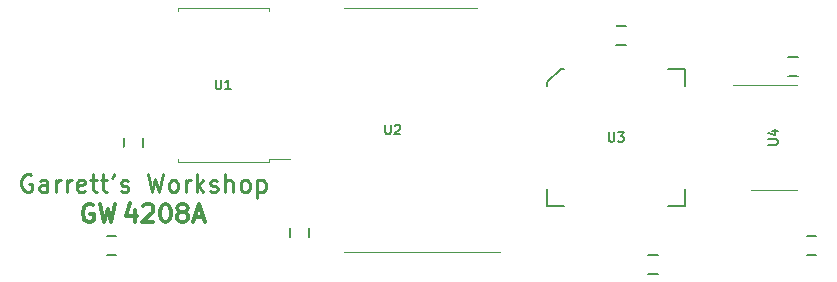
<source format=gto>
G04 #@! TF.GenerationSoftware,KiCad,Pcbnew,(5.1.5-0-10_14)*
G04 #@! TF.CreationDate,2020-04-11T03:56:32-04:00*
G04 #@! TF.ProjectId,Voyager128,566f7961-6765-4723-9132-382e6b696361,rev?*
G04 #@! TF.SameCoordinates,Original*
G04 #@! TF.FileFunction,Legend,Top*
G04 #@! TF.FilePolarity,Positive*
%FSLAX46Y46*%
G04 Gerber Fmt 4.6, Leading zero omitted, Abs format (unit mm)*
G04 Created by KiCad (PCBNEW (5.1.5-0-10_14)) date 2020-04-11 03:56:32*
%MOMM*%
%LPD*%
G04 APERTURE LIST*
%ADD10C,0.225000*%
%ADD11C,0.300000*%
%ADD12C,0.152400*%
%ADD13C,0.120000*%
%ADD14C,0.203200*%
%ADD15C,0.100000*%
%ADD16C,2.000000*%
%ADD17C,2.152400*%
G04 APERTURE END LIST*
D10*
X70256000Y-121932000D02*
X70113142Y-121860571D01*
X69898857Y-121860571D01*
X69684571Y-121932000D01*
X69541714Y-122074857D01*
X69470285Y-122217714D01*
X69398857Y-122503428D01*
X69398857Y-122717714D01*
X69470285Y-123003428D01*
X69541714Y-123146285D01*
X69684571Y-123289142D01*
X69898857Y-123360571D01*
X70041714Y-123360571D01*
X70256000Y-123289142D01*
X70327428Y-123217714D01*
X70327428Y-122717714D01*
X70041714Y-122717714D01*
X71613142Y-123360571D02*
X71613142Y-122574857D01*
X71541714Y-122432000D01*
X71398857Y-122360571D01*
X71113142Y-122360571D01*
X70970285Y-122432000D01*
X71613142Y-123289142D02*
X71470285Y-123360571D01*
X71113142Y-123360571D01*
X70970285Y-123289142D01*
X70898857Y-123146285D01*
X70898857Y-123003428D01*
X70970285Y-122860571D01*
X71113142Y-122789142D01*
X71470285Y-122789142D01*
X71613142Y-122717714D01*
X72327428Y-123360571D02*
X72327428Y-122360571D01*
X72327428Y-122646285D02*
X72398857Y-122503428D01*
X72470285Y-122432000D01*
X72613142Y-122360571D01*
X72756000Y-122360571D01*
X73256000Y-123360571D02*
X73256000Y-122360571D01*
X73256000Y-122646285D02*
X73327428Y-122503428D01*
X73398857Y-122432000D01*
X73541714Y-122360571D01*
X73684571Y-122360571D01*
X74756000Y-123289142D02*
X74613142Y-123360571D01*
X74327428Y-123360571D01*
X74184571Y-123289142D01*
X74113142Y-123146285D01*
X74113142Y-122574857D01*
X74184571Y-122432000D01*
X74327428Y-122360571D01*
X74613142Y-122360571D01*
X74756000Y-122432000D01*
X74827428Y-122574857D01*
X74827428Y-122717714D01*
X74113142Y-122860571D01*
X75256000Y-122360571D02*
X75827428Y-122360571D01*
X75470285Y-121860571D02*
X75470285Y-123146285D01*
X75541714Y-123289142D01*
X75684571Y-123360571D01*
X75827428Y-123360571D01*
X76113142Y-122360571D02*
X76684571Y-122360571D01*
X76327428Y-121860571D02*
X76327428Y-123146285D01*
X76398857Y-123289142D01*
X76541714Y-123360571D01*
X76684571Y-123360571D01*
X77256000Y-121860571D02*
X77256000Y-121932000D01*
X77184571Y-122074857D01*
X77113142Y-122146285D01*
X77827428Y-123289142D02*
X77970285Y-123360571D01*
X78256000Y-123360571D01*
X78398857Y-123289142D01*
X78470285Y-123146285D01*
X78470285Y-123074857D01*
X78398857Y-122932000D01*
X78256000Y-122860571D01*
X78041714Y-122860571D01*
X77898857Y-122789142D01*
X77827428Y-122646285D01*
X77827428Y-122574857D01*
X77898857Y-122432000D01*
X78041714Y-122360571D01*
X78256000Y-122360571D01*
X78398857Y-122432000D01*
X80113142Y-121860571D02*
X80470285Y-123360571D01*
X80756000Y-122289142D01*
X81041714Y-123360571D01*
X81398857Y-121860571D01*
X82184571Y-123360571D02*
X82041714Y-123289142D01*
X81970285Y-123217714D01*
X81898857Y-123074857D01*
X81898857Y-122646285D01*
X81970285Y-122503428D01*
X82041714Y-122432000D01*
X82184571Y-122360571D01*
X82398857Y-122360571D01*
X82541714Y-122432000D01*
X82613142Y-122503428D01*
X82684571Y-122646285D01*
X82684571Y-123074857D01*
X82613142Y-123217714D01*
X82541714Y-123289142D01*
X82398857Y-123360571D01*
X82184571Y-123360571D01*
X83327428Y-123360571D02*
X83327428Y-122360571D01*
X83327428Y-122646285D02*
X83398857Y-122503428D01*
X83470285Y-122432000D01*
X83613142Y-122360571D01*
X83756000Y-122360571D01*
X84256000Y-123360571D02*
X84256000Y-121860571D01*
X84398857Y-122789142D02*
X84827428Y-123360571D01*
X84827428Y-122360571D02*
X84256000Y-122932000D01*
X85398857Y-123289142D02*
X85541714Y-123360571D01*
X85827428Y-123360571D01*
X85970285Y-123289142D01*
X86041714Y-123146285D01*
X86041714Y-123074857D01*
X85970285Y-122932000D01*
X85827428Y-122860571D01*
X85613142Y-122860571D01*
X85470285Y-122789142D01*
X85398857Y-122646285D01*
X85398857Y-122574857D01*
X85470285Y-122432000D01*
X85613142Y-122360571D01*
X85827428Y-122360571D01*
X85970285Y-122432000D01*
X86684571Y-123360571D02*
X86684571Y-121860571D01*
X87327428Y-123360571D02*
X87327428Y-122574857D01*
X87256000Y-122432000D01*
X87113142Y-122360571D01*
X86898857Y-122360571D01*
X86756000Y-122432000D01*
X86684571Y-122503428D01*
X88256000Y-123360571D02*
X88113142Y-123289142D01*
X88041714Y-123217714D01*
X87970285Y-123074857D01*
X87970285Y-122646285D01*
X88041714Y-122503428D01*
X88113142Y-122432000D01*
X88256000Y-122360571D01*
X88470285Y-122360571D01*
X88613142Y-122432000D01*
X88684571Y-122503428D01*
X88756000Y-122646285D01*
X88756000Y-123074857D01*
X88684571Y-123217714D01*
X88613142Y-123289142D01*
X88470285Y-123360571D01*
X88256000Y-123360571D01*
X89398857Y-122360571D02*
X89398857Y-123860571D01*
X89398857Y-122432000D02*
X89541714Y-122360571D01*
X89827428Y-122360571D01*
X89970285Y-122432000D01*
X90041714Y-122503428D01*
X90113142Y-122646285D01*
X90113142Y-123074857D01*
X90041714Y-123217714D01*
X89970285Y-123289142D01*
X89827428Y-123360571D01*
X89541714Y-123360571D01*
X89398857Y-123289142D01*
D11*
X75474285Y-124460000D02*
X75329142Y-124387428D01*
X75111428Y-124387428D01*
X74893714Y-124460000D01*
X74748571Y-124605142D01*
X74676000Y-124750285D01*
X74603428Y-125040571D01*
X74603428Y-125258285D01*
X74676000Y-125548571D01*
X74748571Y-125693714D01*
X74893714Y-125838857D01*
X75111428Y-125911428D01*
X75256571Y-125911428D01*
X75474285Y-125838857D01*
X75546857Y-125766285D01*
X75546857Y-125258285D01*
X75256571Y-125258285D01*
X76054857Y-124387428D02*
X76417714Y-125911428D01*
X76708000Y-124822857D01*
X76998285Y-125911428D01*
X77361142Y-124387428D01*
X78994000Y-124895428D02*
X78994000Y-125911428D01*
X78631142Y-124314857D02*
X78268285Y-125403428D01*
X79211714Y-125403428D01*
X79719714Y-124532571D02*
X79792285Y-124460000D01*
X79937428Y-124387428D01*
X80300285Y-124387428D01*
X80445428Y-124460000D01*
X80518000Y-124532571D01*
X80590571Y-124677714D01*
X80590571Y-124822857D01*
X80518000Y-125040571D01*
X79647142Y-125911428D01*
X80590571Y-125911428D01*
X81534000Y-124387428D02*
X81679142Y-124387428D01*
X81824285Y-124460000D01*
X81896857Y-124532571D01*
X81969428Y-124677714D01*
X82042000Y-124968000D01*
X82042000Y-125330857D01*
X81969428Y-125621142D01*
X81896857Y-125766285D01*
X81824285Y-125838857D01*
X81679142Y-125911428D01*
X81534000Y-125911428D01*
X81388857Y-125838857D01*
X81316285Y-125766285D01*
X81243714Y-125621142D01*
X81171142Y-125330857D01*
X81171142Y-124968000D01*
X81243714Y-124677714D01*
X81316285Y-124532571D01*
X81388857Y-124460000D01*
X81534000Y-124387428D01*
X82912857Y-125040571D02*
X82767714Y-124968000D01*
X82695142Y-124895428D01*
X82622571Y-124750285D01*
X82622571Y-124677714D01*
X82695142Y-124532571D01*
X82767714Y-124460000D01*
X82912857Y-124387428D01*
X83203142Y-124387428D01*
X83348285Y-124460000D01*
X83420857Y-124532571D01*
X83493428Y-124677714D01*
X83493428Y-124750285D01*
X83420857Y-124895428D01*
X83348285Y-124968000D01*
X83203142Y-125040571D01*
X82912857Y-125040571D01*
X82767714Y-125113142D01*
X82695142Y-125185714D01*
X82622571Y-125330857D01*
X82622571Y-125621142D01*
X82695142Y-125766285D01*
X82767714Y-125838857D01*
X82912857Y-125911428D01*
X83203142Y-125911428D01*
X83348285Y-125838857D01*
X83420857Y-125766285D01*
X83493428Y-125621142D01*
X83493428Y-125330857D01*
X83420857Y-125185714D01*
X83348285Y-125113142D01*
X83203142Y-125040571D01*
X84074000Y-125476000D02*
X84799714Y-125476000D01*
X83928857Y-125911428D02*
X84436857Y-124387428D01*
X84944857Y-125911428D01*
D12*
X76643600Y-128689000D02*
X77456400Y-128689000D01*
X76643600Y-127089000D02*
X77456400Y-127089000D01*
X124131000Y-112920000D02*
X125586000Y-112920000D01*
X125586000Y-112920000D02*
X125586000Y-114375000D01*
X115391000Y-124570000D02*
X113936000Y-124570000D01*
X113936000Y-124570000D02*
X113936000Y-123115000D01*
X124131000Y-124570000D02*
X125586000Y-124570000D01*
X125586000Y-124570000D02*
X125586000Y-123115000D01*
X115391000Y-112920000D02*
X115108218Y-112920000D01*
X115108218Y-112920000D02*
X113936000Y-114092218D01*
X113936000Y-114092218D02*
X113936000Y-114375000D01*
X120587400Y-109309000D02*
X119774600Y-109309000D01*
X120587400Y-110909000D02*
X119774600Y-110909000D01*
X136716400Y-128689000D02*
X135903600Y-128689000D01*
X136716400Y-127089000D02*
X135903600Y-127089000D01*
X92164000Y-127191400D02*
X92164000Y-126378600D01*
X93764000Y-127191400D02*
X93764000Y-126378600D01*
D13*
X86487000Y-107790000D02*
X82627000Y-107790000D01*
X82627000Y-107790000D02*
X82627000Y-108025000D01*
X86487000Y-107790000D02*
X90347000Y-107790000D01*
X90347000Y-107790000D02*
X90347000Y-108025000D01*
X86487000Y-120810000D02*
X82627000Y-120810000D01*
X82627000Y-120810000D02*
X82627000Y-120575000D01*
X86487000Y-120810000D02*
X90347000Y-120810000D01*
X90347000Y-120810000D02*
X90347000Y-120575000D01*
X90347000Y-120575000D02*
X92162000Y-120575000D01*
X102362000Y-107752500D02*
X96709500Y-107752500D01*
X102362000Y-107752500D02*
X108014500Y-107752500D01*
X102362000Y-128467500D02*
X96709500Y-128467500D01*
X102362000Y-128467500D02*
X109937000Y-128467500D01*
D12*
X135128900Y-113576000D02*
X134316100Y-113576000D01*
X135128900Y-111976000D02*
X134316100Y-111976000D01*
D13*
X133096000Y-123170000D02*
X135046000Y-123170000D01*
X133096000Y-123170000D02*
X131146000Y-123170000D01*
X133096000Y-114320000D02*
X135046000Y-114320000D01*
X133096000Y-114320000D02*
X129646000Y-114320000D01*
D12*
X123276400Y-130340000D02*
X122463600Y-130340000D01*
X123276400Y-128740000D02*
X122463600Y-128740000D01*
X78067000Y-119571400D02*
X78067000Y-118758600D01*
X79667000Y-119571400D02*
X79667000Y-118758600D01*
D14*
X119141723Y-118299895D02*
X119141723Y-118957876D01*
X119180428Y-119035285D01*
X119219133Y-119073990D01*
X119296542Y-119112695D01*
X119451361Y-119112695D01*
X119528771Y-119073990D01*
X119567476Y-119035285D01*
X119606180Y-118957876D01*
X119606180Y-118299895D01*
X119915819Y-118299895D02*
X120418980Y-118299895D01*
X120148047Y-118609533D01*
X120264161Y-118609533D01*
X120341571Y-118648238D01*
X120380276Y-118686942D01*
X120418980Y-118764352D01*
X120418980Y-118957876D01*
X120380276Y-119035285D01*
X120341571Y-119073990D01*
X120264161Y-119112695D01*
X120031933Y-119112695D01*
X119954523Y-119073990D01*
X119915819Y-119035285D01*
X85867723Y-113851938D02*
X85867723Y-114514290D01*
X85906428Y-114592214D01*
X85945133Y-114631176D01*
X86022542Y-114670138D01*
X86177361Y-114670138D01*
X86254771Y-114631176D01*
X86293476Y-114592214D01*
X86332180Y-114514290D01*
X86332180Y-113851938D01*
X87144980Y-114670138D02*
X86680523Y-114670138D01*
X86912752Y-114670138D02*
X86912752Y-113851938D01*
X86835342Y-113968823D01*
X86757933Y-114046747D01*
X86680523Y-114085709D01*
X100218723Y-117664895D02*
X100218723Y-118322876D01*
X100257428Y-118400285D01*
X100296133Y-118438990D01*
X100373542Y-118477695D01*
X100528361Y-118477695D01*
X100605771Y-118438990D01*
X100644476Y-118400285D01*
X100683180Y-118322876D01*
X100683180Y-117664895D01*
X101031523Y-117742304D02*
X101070228Y-117703600D01*
X101147638Y-117664895D01*
X101341161Y-117664895D01*
X101418571Y-117703600D01*
X101457276Y-117742304D01*
X101495980Y-117819714D01*
X101495980Y-117897123D01*
X101457276Y-118013238D01*
X100992819Y-118477695D01*
X101495980Y-118477695D01*
X132650895Y-119364276D02*
X133308876Y-119364276D01*
X133386285Y-119325571D01*
X133424990Y-119286866D01*
X133463695Y-119209457D01*
X133463695Y-119054638D01*
X133424990Y-118977228D01*
X133386285Y-118938523D01*
X133308876Y-118899819D01*
X132650895Y-118899819D01*
X132921828Y-118164428D02*
X133463695Y-118164428D01*
X132612190Y-118357952D02*
X133192761Y-118551476D01*
X133192761Y-118048314D01*
%LPC*%
D15*
G36*
X139700000Y-139446000D02*
G01*
X139192000Y-139954000D01*
X74168000Y-139954000D01*
X73660000Y-139446000D01*
X73660000Y-132080000D01*
X139700000Y-132080000D01*
X139700000Y-139446000D01*
G37*
G36*
X137620179Y-131537818D02*
G01*
X137660862Y-131543853D01*
X137700758Y-131553846D01*
X137739483Y-131567702D01*
X137776662Y-131585287D01*
X137811939Y-131606431D01*
X137844974Y-131630931D01*
X137875448Y-131658552D01*
X137903069Y-131689026D01*
X137927569Y-131722061D01*
X137948713Y-131757338D01*
X137966298Y-131794517D01*
X137980154Y-131833242D01*
X137990147Y-131873138D01*
X137996182Y-131913821D01*
X137998200Y-131954900D01*
X137998200Y-138609100D01*
X137996182Y-138650179D01*
X137990147Y-138690862D01*
X137980154Y-138730758D01*
X137966298Y-138769483D01*
X137948713Y-138806662D01*
X137927569Y-138841939D01*
X137903069Y-138874974D01*
X137875448Y-138905448D01*
X137844974Y-138933069D01*
X137811939Y-138957569D01*
X137776662Y-138978713D01*
X137739483Y-138996298D01*
X137700758Y-139010154D01*
X137660862Y-139020147D01*
X137620179Y-139026182D01*
X137579100Y-139028200D01*
X136740900Y-139028200D01*
X136699821Y-139026182D01*
X136659138Y-139020147D01*
X136619242Y-139010154D01*
X136580517Y-138996298D01*
X136543338Y-138978713D01*
X136508061Y-138957569D01*
X136475026Y-138933069D01*
X136444552Y-138905448D01*
X136416931Y-138874974D01*
X136392431Y-138841939D01*
X136371287Y-138806662D01*
X136353702Y-138769483D01*
X136339846Y-138730758D01*
X136329853Y-138690862D01*
X136323818Y-138650179D01*
X136321800Y-138609100D01*
X136321800Y-131954900D01*
X136323818Y-131913821D01*
X136329853Y-131873138D01*
X136339846Y-131833242D01*
X136353702Y-131794517D01*
X136371287Y-131757338D01*
X136392431Y-131722061D01*
X136416931Y-131689026D01*
X136444552Y-131658552D01*
X136475026Y-131630931D01*
X136508061Y-131606431D01*
X136543338Y-131585287D01*
X136580517Y-131567702D01*
X136619242Y-131553846D01*
X136659138Y-131543853D01*
X136699821Y-131537818D01*
X136740900Y-131535800D01*
X137579100Y-131535800D01*
X137620179Y-131537818D01*
G37*
G36*
X135080179Y-131537818D02*
G01*
X135120862Y-131543853D01*
X135160758Y-131553846D01*
X135199483Y-131567702D01*
X135236662Y-131585287D01*
X135271939Y-131606431D01*
X135304974Y-131630931D01*
X135335448Y-131658552D01*
X135363069Y-131689026D01*
X135387569Y-131722061D01*
X135408713Y-131757338D01*
X135426298Y-131794517D01*
X135440154Y-131833242D01*
X135450147Y-131873138D01*
X135456182Y-131913821D01*
X135458200Y-131954900D01*
X135458200Y-138609100D01*
X135456182Y-138650179D01*
X135450147Y-138690862D01*
X135440154Y-138730758D01*
X135426298Y-138769483D01*
X135408713Y-138806662D01*
X135387569Y-138841939D01*
X135363069Y-138874974D01*
X135335448Y-138905448D01*
X135304974Y-138933069D01*
X135271939Y-138957569D01*
X135236662Y-138978713D01*
X135199483Y-138996298D01*
X135160758Y-139010154D01*
X135120862Y-139020147D01*
X135080179Y-139026182D01*
X135039100Y-139028200D01*
X134200900Y-139028200D01*
X134159821Y-139026182D01*
X134119138Y-139020147D01*
X134079242Y-139010154D01*
X134040517Y-138996298D01*
X134003338Y-138978713D01*
X133968061Y-138957569D01*
X133935026Y-138933069D01*
X133904552Y-138905448D01*
X133876931Y-138874974D01*
X133852431Y-138841939D01*
X133831287Y-138806662D01*
X133813702Y-138769483D01*
X133799846Y-138730758D01*
X133789853Y-138690862D01*
X133783818Y-138650179D01*
X133781800Y-138609100D01*
X133781800Y-131954900D01*
X133783818Y-131913821D01*
X133789853Y-131873138D01*
X133799846Y-131833242D01*
X133813702Y-131794517D01*
X133831287Y-131757338D01*
X133852431Y-131722061D01*
X133876931Y-131689026D01*
X133904552Y-131658552D01*
X133935026Y-131630931D01*
X133968061Y-131606431D01*
X134003338Y-131585287D01*
X134040517Y-131567702D01*
X134079242Y-131553846D01*
X134119138Y-131543853D01*
X134159821Y-131537818D01*
X134200900Y-131535800D01*
X135039100Y-131535800D01*
X135080179Y-131537818D01*
G37*
G36*
X132540179Y-131537818D02*
G01*
X132580862Y-131543853D01*
X132620758Y-131553846D01*
X132659483Y-131567702D01*
X132696662Y-131585287D01*
X132731939Y-131606431D01*
X132764974Y-131630931D01*
X132795448Y-131658552D01*
X132823069Y-131689026D01*
X132847569Y-131722061D01*
X132868713Y-131757338D01*
X132886298Y-131794517D01*
X132900154Y-131833242D01*
X132910147Y-131873138D01*
X132916182Y-131913821D01*
X132918200Y-131954900D01*
X132918200Y-138609100D01*
X132916182Y-138650179D01*
X132910147Y-138690862D01*
X132900154Y-138730758D01*
X132886298Y-138769483D01*
X132868713Y-138806662D01*
X132847569Y-138841939D01*
X132823069Y-138874974D01*
X132795448Y-138905448D01*
X132764974Y-138933069D01*
X132731939Y-138957569D01*
X132696662Y-138978713D01*
X132659483Y-138996298D01*
X132620758Y-139010154D01*
X132580862Y-139020147D01*
X132540179Y-139026182D01*
X132499100Y-139028200D01*
X131660900Y-139028200D01*
X131619821Y-139026182D01*
X131579138Y-139020147D01*
X131539242Y-139010154D01*
X131500517Y-138996298D01*
X131463338Y-138978713D01*
X131428061Y-138957569D01*
X131395026Y-138933069D01*
X131364552Y-138905448D01*
X131336931Y-138874974D01*
X131312431Y-138841939D01*
X131291287Y-138806662D01*
X131273702Y-138769483D01*
X131259846Y-138730758D01*
X131249853Y-138690862D01*
X131243818Y-138650179D01*
X131241800Y-138609100D01*
X131241800Y-131954900D01*
X131243818Y-131913821D01*
X131249853Y-131873138D01*
X131259846Y-131833242D01*
X131273702Y-131794517D01*
X131291287Y-131757338D01*
X131312431Y-131722061D01*
X131336931Y-131689026D01*
X131364552Y-131658552D01*
X131395026Y-131630931D01*
X131428061Y-131606431D01*
X131463338Y-131585287D01*
X131500517Y-131567702D01*
X131539242Y-131553846D01*
X131579138Y-131543853D01*
X131619821Y-131537818D01*
X131660900Y-131535800D01*
X132499100Y-131535800D01*
X132540179Y-131537818D01*
G37*
G36*
X130000179Y-131537818D02*
G01*
X130040862Y-131543853D01*
X130080758Y-131553846D01*
X130119483Y-131567702D01*
X130156662Y-131585287D01*
X130191939Y-131606431D01*
X130224974Y-131630931D01*
X130255448Y-131658552D01*
X130283069Y-131689026D01*
X130307569Y-131722061D01*
X130328713Y-131757338D01*
X130346298Y-131794517D01*
X130360154Y-131833242D01*
X130370147Y-131873138D01*
X130376182Y-131913821D01*
X130378200Y-131954900D01*
X130378200Y-138609100D01*
X130376182Y-138650179D01*
X130370147Y-138690862D01*
X130360154Y-138730758D01*
X130346298Y-138769483D01*
X130328713Y-138806662D01*
X130307569Y-138841939D01*
X130283069Y-138874974D01*
X130255448Y-138905448D01*
X130224974Y-138933069D01*
X130191939Y-138957569D01*
X130156662Y-138978713D01*
X130119483Y-138996298D01*
X130080758Y-139010154D01*
X130040862Y-139020147D01*
X130000179Y-139026182D01*
X129959100Y-139028200D01*
X129120900Y-139028200D01*
X129079821Y-139026182D01*
X129039138Y-139020147D01*
X128999242Y-139010154D01*
X128960517Y-138996298D01*
X128923338Y-138978713D01*
X128888061Y-138957569D01*
X128855026Y-138933069D01*
X128824552Y-138905448D01*
X128796931Y-138874974D01*
X128772431Y-138841939D01*
X128751287Y-138806662D01*
X128733702Y-138769483D01*
X128719846Y-138730758D01*
X128709853Y-138690862D01*
X128703818Y-138650179D01*
X128701800Y-138609100D01*
X128701800Y-131954900D01*
X128703818Y-131913821D01*
X128709853Y-131873138D01*
X128719846Y-131833242D01*
X128733702Y-131794517D01*
X128751287Y-131757338D01*
X128772431Y-131722061D01*
X128796931Y-131689026D01*
X128824552Y-131658552D01*
X128855026Y-131630931D01*
X128888061Y-131606431D01*
X128923338Y-131585287D01*
X128960517Y-131567702D01*
X128999242Y-131553846D01*
X129039138Y-131543853D01*
X129079821Y-131537818D01*
X129120900Y-131535800D01*
X129959100Y-131535800D01*
X130000179Y-131537818D01*
G37*
G36*
X127460179Y-131537818D02*
G01*
X127500862Y-131543853D01*
X127540758Y-131553846D01*
X127579483Y-131567702D01*
X127616662Y-131585287D01*
X127651939Y-131606431D01*
X127684974Y-131630931D01*
X127715448Y-131658552D01*
X127743069Y-131689026D01*
X127767569Y-131722061D01*
X127788713Y-131757338D01*
X127806298Y-131794517D01*
X127820154Y-131833242D01*
X127830147Y-131873138D01*
X127836182Y-131913821D01*
X127838200Y-131954900D01*
X127838200Y-138609100D01*
X127836182Y-138650179D01*
X127830147Y-138690862D01*
X127820154Y-138730758D01*
X127806298Y-138769483D01*
X127788713Y-138806662D01*
X127767569Y-138841939D01*
X127743069Y-138874974D01*
X127715448Y-138905448D01*
X127684974Y-138933069D01*
X127651939Y-138957569D01*
X127616662Y-138978713D01*
X127579483Y-138996298D01*
X127540758Y-139010154D01*
X127500862Y-139020147D01*
X127460179Y-139026182D01*
X127419100Y-139028200D01*
X126580900Y-139028200D01*
X126539821Y-139026182D01*
X126499138Y-139020147D01*
X126459242Y-139010154D01*
X126420517Y-138996298D01*
X126383338Y-138978713D01*
X126348061Y-138957569D01*
X126315026Y-138933069D01*
X126284552Y-138905448D01*
X126256931Y-138874974D01*
X126232431Y-138841939D01*
X126211287Y-138806662D01*
X126193702Y-138769483D01*
X126179846Y-138730758D01*
X126169853Y-138690862D01*
X126163818Y-138650179D01*
X126161800Y-138609100D01*
X126161800Y-131954900D01*
X126163818Y-131913821D01*
X126169853Y-131873138D01*
X126179846Y-131833242D01*
X126193702Y-131794517D01*
X126211287Y-131757338D01*
X126232431Y-131722061D01*
X126256931Y-131689026D01*
X126284552Y-131658552D01*
X126315026Y-131630931D01*
X126348061Y-131606431D01*
X126383338Y-131585287D01*
X126420517Y-131567702D01*
X126459242Y-131553846D01*
X126499138Y-131543853D01*
X126539821Y-131537818D01*
X126580900Y-131535800D01*
X127419100Y-131535800D01*
X127460179Y-131537818D01*
G37*
G36*
X124920179Y-131537818D02*
G01*
X124960862Y-131543853D01*
X125000758Y-131553846D01*
X125039483Y-131567702D01*
X125076662Y-131585287D01*
X125111939Y-131606431D01*
X125144974Y-131630931D01*
X125175448Y-131658552D01*
X125203069Y-131689026D01*
X125227569Y-131722061D01*
X125248713Y-131757338D01*
X125266298Y-131794517D01*
X125280154Y-131833242D01*
X125290147Y-131873138D01*
X125296182Y-131913821D01*
X125298200Y-131954900D01*
X125298200Y-138609100D01*
X125296182Y-138650179D01*
X125290147Y-138690862D01*
X125280154Y-138730758D01*
X125266298Y-138769483D01*
X125248713Y-138806662D01*
X125227569Y-138841939D01*
X125203069Y-138874974D01*
X125175448Y-138905448D01*
X125144974Y-138933069D01*
X125111939Y-138957569D01*
X125076662Y-138978713D01*
X125039483Y-138996298D01*
X125000758Y-139010154D01*
X124960862Y-139020147D01*
X124920179Y-139026182D01*
X124879100Y-139028200D01*
X124040900Y-139028200D01*
X123999821Y-139026182D01*
X123959138Y-139020147D01*
X123919242Y-139010154D01*
X123880517Y-138996298D01*
X123843338Y-138978713D01*
X123808061Y-138957569D01*
X123775026Y-138933069D01*
X123744552Y-138905448D01*
X123716931Y-138874974D01*
X123692431Y-138841939D01*
X123671287Y-138806662D01*
X123653702Y-138769483D01*
X123639846Y-138730758D01*
X123629853Y-138690862D01*
X123623818Y-138650179D01*
X123621800Y-138609100D01*
X123621800Y-131954900D01*
X123623818Y-131913821D01*
X123629853Y-131873138D01*
X123639846Y-131833242D01*
X123653702Y-131794517D01*
X123671287Y-131757338D01*
X123692431Y-131722061D01*
X123716931Y-131689026D01*
X123744552Y-131658552D01*
X123775026Y-131630931D01*
X123808061Y-131606431D01*
X123843338Y-131585287D01*
X123880517Y-131567702D01*
X123919242Y-131553846D01*
X123959138Y-131543853D01*
X123999821Y-131537818D01*
X124040900Y-131535800D01*
X124879100Y-131535800D01*
X124920179Y-131537818D01*
G37*
G36*
X122380179Y-131537818D02*
G01*
X122420862Y-131543853D01*
X122460758Y-131553846D01*
X122499483Y-131567702D01*
X122536662Y-131585287D01*
X122571939Y-131606431D01*
X122604974Y-131630931D01*
X122635448Y-131658552D01*
X122663069Y-131689026D01*
X122687569Y-131722061D01*
X122708713Y-131757338D01*
X122726298Y-131794517D01*
X122740154Y-131833242D01*
X122750147Y-131873138D01*
X122756182Y-131913821D01*
X122758200Y-131954900D01*
X122758200Y-138609100D01*
X122756182Y-138650179D01*
X122750147Y-138690862D01*
X122740154Y-138730758D01*
X122726298Y-138769483D01*
X122708713Y-138806662D01*
X122687569Y-138841939D01*
X122663069Y-138874974D01*
X122635448Y-138905448D01*
X122604974Y-138933069D01*
X122571939Y-138957569D01*
X122536662Y-138978713D01*
X122499483Y-138996298D01*
X122460758Y-139010154D01*
X122420862Y-139020147D01*
X122380179Y-139026182D01*
X122339100Y-139028200D01*
X121500900Y-139028200D01*
X121459821Y-139026182D01*
X121419138Y-139020147D01*
X121379242Y-139010154D01*
X121340517Y-138996298D01*
X121303338Y-138978713D01*
X121268061Y-138957569D01*
X121235026Y-138933069D01*
X121204552Y-138905448D01*
X121176931Y-138874974D01*
X121152431Y-138841939D01*
X121131287Y-138806662D01*
X121113702Y-138769483D01*
X121099846Y-138730758D01*
X121089853Y-138690862D01*
X121083818Y-138650179D01*
X121081800Y-138609100D01*
X121081800Y-131954900D01*
X121083818Y-131913821D01*
X121089853Y-131873138D01*
X121099846Y-131833242D01*
X121113702Y-131794517D01*
X121131287Y-131757338D01*
X121152431Y-131722061D01*
X121176931Y-131689026D01*
X121204552Y-131658552D01*
X121235026Y-131630931D01*
X121268061Y-131606431D01*
X121303338Y-131585287D01*
X121340517Y-131567702D01*
X121379242Y-131553846D01*
X121419138Y-131543853D01*
X121459821Y-131537818D01*
X121500900Y-131535800D01*
X122339100Y-131535800D01*
X122380179Y-131537818D01*
G37*
G36*
X119840179Y-131537818D02*
G01*
X119880862Y-131543853D01*
X119920758Y-131553846D01*
X119959483Y-131567702D01*
X119996662Y-131585287D01*
X120031939Y-131606431D01*
X120064974Y-131630931D01*
X120095448Y-131658552D01*
X120123069Y-131689026D01*
X120147569Y-131722061D01*
X120168713Y-131757338D01*
X120186298Y-131794517D01*
X120200154Y-131833242D01*
X120210147Y-131873138D01*
X120216182Y-131913821D01*
X120218200Y-131954900D01*
X120218200Y-138609100D01*
X120216182Y-138650179D01*
X120210147Y-138690862D01*
X120200154Y-138730758D01*
X120186298Y-138769483D01*
X120168713Y-138806662D01*
X120147569Y-138841939D01*
X120123069Y-138874974D01*
X120095448Y-138905448D01*
X120064974Y-138933069D01*
X120031939Y-138957569D01*
X119996662Y-138978713D01*
X119959483Y-138996298D01*
X119920758Y-139010154D01*
X119880862Y-139020147D01*
X119840179Y-139026182D01*
X119799100Y-139028200D01*
X118960900Y-139028200D01*
X118919821Y-139026182D01*
X118879138Y-139020147D01*
X118839242Y-139010154D01*
X118800517Y-138996298D01*
X118763338Y-138978713D01*
X118728061Y-138957569D01*
X118695026Y-138933069D01*
X118664552Y-138905448D01*
X118636931Y-138874974D01*
X118612431Y-138841939D01*
X118591287Y-138806662D01*
X118573702Y-138769483D01*
X118559846Y-138730758D01*
X118549853Y-138690862D01*
X118543818Y-138650179D01*
X118541800Y-138609100D01*
X118541800Y-131954900D01*
X118543818Y-131913821D01*
X118549853Y-131873138D01*
X118559846Y-131833242D01*
X118573702Y-131794517D01*
X118591287Y-131757338D01*
X118612431Y-131722061D01*
X118636931Y-131689026D01*
X118664552Y-131658552D01*
X118695026Y-131630931D01*
X118728061Y-131606431D01*
X118763338Y-131585287D01*
X118800517Y-131567702D01*
X118839242Y-131553846D01*
X118879138Y-131543853D01*
X118919821Y-131537818D01*
X118960900Y-131535800D01*
X119799100Y-131535800D01*
X119840179Y-131537818D01*
G37*
G36*
X117300179Y-131537818D02*
G01*
X117340862Y-131543853D01*
X117380758Y-131553846D01*
X117419483Y-131567702D01*
X117456662Y-131585287D01*
X117491939Y-131606431D01*
X117524974Y-131630931D01*
X117555448Y-131658552D01*
X117583069Y-131689026D01*
X117607569Y-131722061D01*
X117628713Y-131757338D01*
X117646298Y-131794517D01*
X117660154Y-131833242D01*
X117670147Y-131873138D01*
X117676182Y-131913821D01*
X117678200Y-131954900D01*
X117678200Y-138609100D01*
X117676182Y-138650179D01*
X117670147Y-138690862D01*
X117660154Y-138730758D01*
X117646298Y-138769483D01*
X117628713Y-138806662D01*
X117607569Y-138841939D01*
X117583069Y-138874974D01*
X117555448Y-138905448D01*
X117524974Y-138933069D01*
X117491939Y-138957569D01*
X117456662Y-138978713D01*
X117419483Y-138996298D01*
X117380758Y-139010154D01*
X117340862Y-139020147D01*
X117300179Y-139026182D01*
X117259100Y-139028200D01*
X116420900Y-139028200D01*
X116379821Y-139026182D01*
X116339138Y-139020147D01*
X116299242Y-139010154D01*
X116260517Y-138996298D01*
X116223338Y-138978713D01*
X116188061Y-138957569D01*
X116155026Y-138933069D01*
X116124552Y-138905448D01*
X116096931Y-138874974D01*
X116072431Y-138841939D01*
X116051287Y-138806662D01*
X116033702Y-138769483D01*
X116019846Y-138730758D01*
X116009853Y-138690862D01*
X116003818Y-138650179D01*
X116001800Y-138609100D01*
X116001800Y-131954900D01*
X116003818Y-131913821D01*
X116009853Y-131873138D01*
X116019846Y-131833242D01*
X116033702Y-131794517D01*
X116051287Y-131757338D01*
X116072431Y-131722061D01*
X116096931Y-131689026D01*
X116124552Y-131658552D01*
X116155026Y-131630931D01*
X116188061Y-131606431D01*
X116223338Y-131585287D01*
X116260517Y-131567702D01*
X116299242Y-131553846D01*
X116339138Y-131543853D01*
X116379821Y-131537818D01*
X116420900Y-131535800D01*
X117259100Y-131535800D01*
X117300179Y-131537818D01*
G37*
G36*
X114760179Y-131537818D02*
G01*
X114800862Y-131543853D01*
X114840758Y-131553846D01*
X114879483Y-131567702D01*
X114916662Y-131585287D01*
X114951939Y-131606431D01*
X114984974Y-131630931D01*
X115015448Y-131658552D01*
X115043069Y-131689026D01*
X115067569Y-131722061D01*
X115088713Y-131757338D01*
X115106298Y-131794517D01*
X115120154Y-131833242D01*
X115130147Y-131873138D01*
X115136182Y-131913821D01*
X115138200Y-131954900D01*
X115138200Y-138609100D01*
X115136182Y-138650179D01*
X115130147Y-138690862D01*
X115120154Y-138730758D01*
X115106298Y-138769483D01*
X115088713Y-138806662D01*
X115067569Y-138841939D01*
X115043069Y-138874974D01*
X115015448Y-138905448D01*
X114984974Y-138933069D01*
X114951939Y-138957569D01*
X114916662Y-138978713D01*
X114879483Y-138996298D01*
X114840758Y-139010154D01*
X114800862Y-139020147D01*
X114760179Y-139026182D01*
X114719100Y-139028200D01*
X113880900Y-139028200D01*
X113839821Y-139026182D01*
X113799138Y-139020147D01*
X113759242Y-139010154D01*
X113720517Y-138996298D01*
X113683338Y-138978713D01*
X113648061Y-138957569D01*
X113615026Y-138933069D01*
X113584552Y-138905448D01*
X113556931Y-138874974D01*
X113532431Y-138841939D01*
X113511287Y-138806662D01*
X113493702Y-138769483D01*
X113479846Y-138730758D01*
X113469853Y-138690862D01*
X113463818Y-138650179D01*
X113461800Y-138609100D01*
X113461800Y-131954900D01*
X113463818Y-131913821D01*
X113469853Y-131873138D01*
X113479846Y-131833242D01*
X113493702Y-131794517D01*
X113511287Y-131757338D01*
X113532431Y-131722061D01*
X113556931Y-131689026D01*
X113584552Y-131658552D01*
X113615026Y-131630931D01*
X113648061Y-131606431D01*
X113683338Y-131585287D01*
X113720517Y-131567702D01*
X113759242Y-131553846D01*
X113799138Y-131543853D01*
X113839821Y-131537818D01*
X113880900Y-131535800D01*
X114719100Y-131535800D01*
X114760179Y-131537818D01*
G37*
G36*
X112220179Y-131537818D02*
G01*
X112260862Y-131543853D01*
X112300758Y-131553846D01*
X112339483Y-131567702D01*
X112376662Y-131585287D01*
X112411939Y-131606431D01*
X112444974Y-131630931D01*
X112475448Y-131658552D01*
X112503069Y-131689026D01*
X112527569Y-131722061D01*
X112548713Y-131757338D01*
X112566298Y-131794517D01*
X112580154Y-131833242D01*
X112590147Y-131873138D01*
X112596182Y-131913821D01*
X112598200Y-131954900D01*
X112598200Y-138609100D01*
X112596182Y-138650179D01*
X112590147Y-138690862D01*
X112580154Y-138730758D01*
X112566298Y-138769483D01*
X112548713Y-138806662D01*
X112527569Y-138841939D01*
X112503069Y-138874974D01*
X112475448Y-138905448D01*
X112444974Y-138933069D01*
X112411939Y-138957569D01*
X112376662Y-138978713D01*
X112339483Y-138996298D01*
X112300758Y-139010154D01*
X112260862Y-139020147D01*
X112220179Y-139026182D01*
X112179100Y-139028200D01*
X111340900Y-139028200D01*
X111299821Y-139026182D01*
X111259138Y-139020147D01*
X111219242Y-139010154D01*
X111180517Y-138996298D01*
X111143338Y-138978713D01*
X111108061Y-138957569D01*
X111075026Y-138933069D01*
X111044552Y-138905448D01*
X111016931Y-138874974D01*
X110992431Y-138841939D01*
X110971287Y-138806662D01*
X110953702Y-138769483D01*
X110939846Y-138730758D01*
X110929853Y-138690862D01*
X110923818Y-138650179D01*
X110921800Y-138609100D01*
X110921800Y-131954900D01*
X110923818Y-131913821D01*
X110929853Y-131873138D01*
X110939846Y-131833242D01*
X110953702Y-131794517D01*
X110971287Y-131757338D01*
X110992431Y-131722061D01*
X111016931Y-131689026D01*
X111044552Y-131658552D01*
X111075026Y-131630931D01*
X111108061Y-131606431D01*
X111143338Y-131585287D01*
X111180517Y-131567702D01*
X111219242Y-131553846D01*
X111259138Y-131543853D01*
X111299821Y-131537818D01*
X111340900Y-131535800D01*
X112179100Y-131535800D01*
X112220179Y-131537818D01*
G37*
G36*
X109680179Y-131537818D02*
G01*
X109720862Y-131543853D01*
X109760758Y-131553846D01*
X109799483Y-131567702D01*
X109836662Y-131585287D01*
X109871939Y-131606431D01*
X109904974Y-131630931D01*
X109935448Y-131658552D01*
X109963069Y-131689026D01*
X109987569Y-131722061D01*
X110008713Y-131757338D01*
X110026298Y-131794517D01*
X110040154Y-131833242D01*
X110050147Y-131873138D01*
X110056182Y-131913821D01*
X110058200Y-131954900D01*
X110058200Y-138609100D01*
X110056182Y-138650179D01*
X110050147Y-138690862D01*
X110040154Y-138730758D01*
X110026298Y-138769483D01*
X110008713Y-138806662D01*
X109987569Y-138841939D01*
X109963069Y-138874974D01*
X109935448Y-138905448D01*
X109904974Y-138933069D01*
X109871939Y-138957569D01*
X109836662Y-138978713D01*
X109799483Y-138996298D01*
X109760758Y-139010154D01*
X109720862Y-139020147D01*
X109680179Y-139026182D01*
X109639100Y-139028200D01*
X108800900Y-139028200D01*
X108759821Y-139026182D01*
X108719138Y-139020147D01*
X108679242Y-139010154D01*
X108640517Y-138996298D01*
X108603338Y-138978713D01*
X108568061Y-138957569D01*
X108535026Y-138933069D01*
X108504552Y-138905448D01*
X108476931Y-138874974D01*
X108452431Y-138841939D01*
X108431287Y-138806662D01*
X108413702Y-138769483D01*
X108399846Y-138730758D01*
X108389853Y-138690862D01*
X108383818Y-138650179D01*
X108381800Y-138609100D01*
X108381800Y-131954900D01*
X108383818Y-131913821D01*
X108389853Y-131873138D01*
X108399846Y-131833242D01*
X108413702Y-131794517D01*
X108431287Y-131757338D01*
X108452431Y-131722061D01*
X108476931Y-131689026D01*
X108504552Y-131658552D01*
X108535026Y-131630931D01*
X108568061Y-131606431D01*
X108603338Y-131585287D01*
X108640517Y-131567702D01*
X108679242Y-131553846D01*
X108719138Y-131543853D01*
X108759821Y-131537818D01*
X108800900Y-131535800D01*
X109639100Y-131535800D01*
X109680179Y-131537818D01*
G37*
G36*
X107140179Y-131537818D02*
G01*
X107180862Y-131543853D01*
X107220758Y-131553846D01*
X107259483Y-131567702D01*
X107296662Y-131585287D01*
X107331939Y-131606431D01*
X107364974Y-131630931D01*
X107395448Y-131658552D01*
X107423069Y-131689026D01*
X107447569Y-131722061D01*
X107468713Y-131757338D01*
X107486298Y-131794517D01*
X107500154Y-131833242D01*
X107510147Y-131873138D01*
X107516182Y-131913821D01*
X107518200Y-131954900D01*
X107518200Y-138609100D01*
X107516182Y-138650179D01*
X107510147Y-138690862D01*
X107500154Y-138730758D01*
X107486298Y-138769483D01*
X107468713Y-138806662D01*
X107447569Y-138841939D01*
X107423069Y-138874974D01*
X107395448Y-138905448D01*
X107364974Y-138933069D01*
X107331939Y-138957569D01*
X107296662Y-138978713D01*
X107259483Y-138996298D01*
X107220758Y-139010154D01*
X107180862Y-139020147D01*
X107140179Y-139026182D01*
X107099100Y-139028200D01*
X106260900Y-139028200D01*
X106219821Y-139026182D01*
X106179138Y-139020147D01*
X106139242Y-139010154D01*
X106100517Y-138996298D01*
X106063338Y-138978713D01*
X106028061Y-138957569D01*
X105995026Y-138933069D01*
X105964552Y-138905448D01*
X105936931Y-138874974D01*
X105912431Y-138841939D01*
X105891287Y-138806662D01*
X105873702Y-138769483D01*
X105859846Y-138730758D01*
X105849853Y-138690862D01*
X105843818Y-138650179D01*
X105841800Y-138609100D01*
X105841800Y-131954900D01*
X105843818Y-131913821D01*
X105849853Y-131873138D01*
X105859846Y-131833242D01*
X105873702Y-131794517D01*
X105891287Y-131757338D01*
X105912431Y-131722061D01*
X105936931Y-131689026D01*
X105964552Y-131658552D01*
X105995026Y-131630931D01*
X106028061Y-131606431D01*
X106063338Y-131585287D01*
X106100517Y-131567702D01*
X106139242Y-131553846D01*
X106179138Y-131543853D01*
X106219821Y-131537818D01*
X106260900Y-131535800D01*
X107099100Y-131535800D01*
X107140179Y-131537818D01*
G37*
G36*
X104600179Y-131537818D02*
G01*
X104640862Y-131543853D01*
X104680758Y-131553846D01*
X104719483Y-131567702D01*
X104756662Y-131585287D01*
X104791939Y-131606431D01*
X104824974Y-131630931D01*
X104855448Y-131658552D01*
X104883069Y-131689026D01*
X104907569Y-131722061D01*
X104928713Y-131757338D01*
X104946298Y-131794517D01*
X104960154Y-131833242D01*
X104970147Y-131873138D01*
X104976182Y-131913821D01*
X104978200Y-131954900D01*
X104978200Y-138609100D01*
X104976182Y-138650179D01*
X104970147Y-138690862D01*
X104960154Y-138730758D01*
X104946298Y-138769483D01*
X104928713Y-138806662D01*
X104907569Y-138841939D01*
X104883069Y-138874974D01*
X104855448Y-138905448D01*
X104824974Y-138933069D01*
X104791939Y-138957569D01*
X104756662Y-138978713D01*
X104719483Y-138996298D01*
X104680758Y-139010154D01*
X104640862Y-139020147D01*
X104600179Y-139026182D01*
X104559100Y-139028200D01*
X103720900Y-139028200D01*
X103679821Y-139026182D01*
X103639138Y-139020147D01*
X103599242Y-139010154D01*
X103560517Y-138996298D01*
X103523338Y-138978713D01*
X103488061Y-138957569D01*
X103455026Y-138933069D01*
X103424552Y-138905448D01*
X103396931Y-138874974D01*
X103372431Y-138841939D01*
X103351287Y-138806662D01*
X103333702Y-138769483D01*
X103319846Y-138730758D01*
X103309853Y-138690862D01*
X103303818Y-138650179D01*
X103301800Y-138609100D01*
X103301800Y-131954900D01*
X103303818Y-131913821D01*
X103309853Y-131873138D01*
X103319846Y-131833242D01*
X103333702Y-131794517D01*
X103351287Y-131757338D01*
X103372431Y-131722061D01*
X103396931Y-131689026D01*
X103424552Y-131658552D01*
X103455026Y-131630931D01*
X103488061Y-131606431D01*
X103523338Y-131585287D01*
X103560517Y-131567702D01*
X103599242Y-131553846D01*
X103639138Y-131543853D01*
X103679821Y-131537818D01*
X103720900Y-131535800D01*
X104559100Y-131535800D01*
X104600179Y-131537818D01*
G37*
G36*
X102060179Y-131537818D02*
G01*
X102100862Y-131543853D01*
X102140758Y-131553846D01*
X102179483Y-131567702D01*
X102216662Y-131585287D01*
X102251939Y-131606431D01*
X102284974Y-131630931D01*
X102315448Y-131658552D01*
X102343069Y-131689026D01*
X102367569Y-131722061D01*
X102388713Y-131757338D01*
X102406298Y-131794517D01*
X102420154Y-131833242D01*
X102430147Y-131873138D01*
X102436182Y-131913821D01*
X102438200Y-131954900D01*
X102438200Y-138609100D01*
X102436182Y-138650179D01*
X102430147Y-138690862D01*
X102420154Y-138730758D01*
X102406298Y-138769483D01*
X102388713Y-138806662D01*
X102367569Y-138841939D01*
X102343069Y-138874974D01*
X102315448Y-138905448D01*
X102284974Y-138933069D01*
X102251939Y-138957569D01*
X102216662Y-138978713D01*
X102179483Y-138996298D01*
X102140758Y-139010154D01*
X102100862Y-139020147D01*
X102060179Y-139026182D01*
X102019100Y-139028200D01*
X101180900Y-139028200D01*
X101139821Y-139026182D01*
X101099138Y-139020147D01*
X101059242Y-139010154D01*
X101020517Y-138996298D01*
X100983338Y-138978713D01*
X100948061Y-138957569D01*
X100915026Y-138933069D01*
X100884552Y-138905448D01*
X100856931Y-138874974D01*
X100832431Y-138841939D01*
X100811287Y-138806662D01*
X100793702Y-138769483D01*
X100779846Y-138730758D01*
X100769853Y-138690862D01*
X100763818Y-138650179D01*
X100761800Y-138609100D01*
X100761800Y-131954900D01*
X100763818Y-131913821D01*
X100769853Y-131873138D01*
X100779846Y-131833242D01*
X100793702Y-131794517D01*
X100811287Y-131757338D01*
X100832431Y-131722061D01*
X100856931Y-131689026D01*
X100884552Y-131658552D01*
X100915026Y-131630931D01*
X100948061Y-131606431D01*
X100983338Y-131585287D01*
X101020517Y-131567702D01*
X101059242Y-131553846D01*
X101099138Y-131543853D01*
X101139821Y-131537818D01*
X101180900Y-131535800D01*
X102019100Y-131535800D01*
X102060179Y-131537818D01*
G37*
G36*
X99520179Y-131537818D02*
G01*
X99560862Y-131543853D01*
X99600758Y-131553846D01*
X99639483Y-131567702D01*
X99676662Y-131585287D01*
X99711939Y-131606431D01*
X99744974Y-131630931D01*
X99775448Y-131658552D01*
X99803069Y-131689026D01*
X99827569Y-131722061D01*
X99848713Y-131757338D01*
X99866298Y-131794517D01*
X99880154Y-131833242D01*
X99890147Y-131873138D01*
X99896182Y-131913821D01*
X99898200Y-131954900D01*
X99898200Y-138609100D01*
X99896182Y-138650179D01*
X99890147Y-138690862D01*
X99880154Y-138730758D01*
X99866298Y-138769483D01*
X99848713Y-138806662D01*
X99827569Y-138841939D01*
X99803069Y-138874974D01*
X99775448Y-138905448D01*
X99744974Y-138933069D01*
X99711939Y-138957569D01*
X99676662Y-138978713D01*
X99639483Y-138996298D01*
X99600758Y-139010154D01*
X99560862Y-139020147D01*
X99520179Y-139026182D01*
X99479100Y-139028200D01*
X98640900Y-139028200D01*
X98599821Y-139026182D01*
X98559138Y-139020147D01*
X98519242Y-139010154D01*
X98480517Y-138996298D01*
X98443338Y-138978713D01*
X98408061Y-138957569D01*
X98375026Y-138933069D01*
X98344552Y-138905448D01*
X98316931Y-138874974D01*
X98292431Y-138841939D01*
X98271287Y-138806662D01*
X98253702Y-138769483D01*
X98239846Y-138730758D01*
X98229853Y-138690862D01*
X98223818Y-138650179D01*
X98221800Y-138609100D01*
X98221800Y-131954900D01*
X98223818Y-131913821D01*
X98229853Y-131873138D01*
X98239846Y-131833242D01*
X98253702Y-131794517D01*
X98271287Y-131757338D01*
X98292431Y-131722061D01*
X98316931Y-131689026D01*
X98344552Y-131658552D01*
X98375026Y-131630931D01*
X98408061Y-131606431D01*
X98443338Y-131585287D01*
X98480517Y-131567702D01*
X98519242Y-131553846D01*
X98559138Y-131543853D01*
X98599821Y-131537818D01*
X98640900Y-131535800D01*
X99479100Y-131535800D01*
X99520179Y-131537818D01*
G37*
G36*
X96980179Y-131537818D02*
G01*
X97020862Y-131543853D01*
X97060758Y-131553846D01*
X97099483Y-131567702D01*
X97136662Y-131585287D01*
X97171939Y-131606431D01*
X97204974Y-131630931D01*
X97235448Y-131658552D01*
X97263069Y-131689026D01*
X97287569Y-131722061D01*
X97308713Y-131757338D01*
X97326298Y-131794517D01*
X97340154Y-131833242D01*
X97350147Y-131873138D01*
X97356182Y-131913821D01*
X97358200Y-131954900D01*
X97358200Y-138609100D01*
X97356182Y-138650179D01*
X97350147Y-138690862D01*
X97340154Y-138730758D01*
X97326298Y-138769483D01*
X97308713Y-138806662D01*
X97287569Y-138841939D01*
X97263069Y-138874974D01*
X97235448Y-138905448D01*
X97204974Y-138933069D01*
X97171939Y-138957569D01*
X97136662Y-138978713D01*
X97099483Y-138996298D01*
X97060758Y-139010154D01*
X97020862Y-139020147D01*
X96980179Y-139026182D01*
X96939100Y-139028200D01*
X96100900Y-139028200D01*
X96059821Y-139026182D01*
X96019138Y-139020147D01*
X95979242Y-139010154D01*
X95940517Y-138996298D01*
X95903338Y-138978713D01*
X95868061Y-138957569D01*
X95835026Y-138933069D01*
X95804552Y-138905448D01*
X95776931Y-138874974D01*
X95752431Y-138841939D01*
X95731287Y-138806662D01*
X95713702Y-138769483D01*
X95699846Y-138730758D01*
X95689853Y-138690862D01*
X95683818Y-138650179D01*
X95681800Y-138609100D01*
X95681800Y-131954900D01*
X95683818Y-131913821D01*
X95689853Y-131873138D01*
X95699846Y-131833242D01*
X95713702Y-131794517D01*
X95731287Y-131757338D01*
X95752431Y-131722061D01*
X95776931Y-131689026D01*
X95804552Y-131658552D01*
X95835026Y-131630931D01*
X95868061Y-131606431D01*
X95903338Y-131585287D01*
X95940517Y-131567702D01*
X95979242Y-131553846D01*
X96019138Y-131543853D01*
X96059821Y-131537818D01*
X96100900Y-131535800D01*
X96939100Y-131535800D01*
X96980179Y-131537818D01*
G37*
G36*
X94440179Y-131537818D02*
G01*
X94480862Y-131543853D01*
X94520758Y-131553846D01*
X94559483Y-131567702D01*
X94596662Y-131585287D01*
X94631939Y-131606431D01*
X94664974Y-131630931D01*
X94695448Y-131658552D01*
X94723069Y-131689026D01*
X94747569Y-131722061D01*
X94768713Y-131757338D01*
X94786298Y-131794517D01*
X94800154Y-131833242D01*
X94810147Y-131873138D01*
X94816182Y-131913821D01*
X94818200Y-131954900D01*
X94818200Y-138609100D01*
X94816182Y-138650179D01*
X94810147Y-138690862D01*
X94800154Y-138730758D01*
X94786298Y-138769483D01*
X94768713Y-138806662D01*
X94747569Y-138841939D01*
X94723069Y-138874974D01*
X94695448Y-138905448D01*
X94664974Y-138933069D01*
X94631939Y-138957569D01*
X94596662Y-138978713D01*
X94559483Y-138996298D01*
X94520758Y-139010154D01*
X94480862Y-139020147D01*
X94440179Y-139026182D01*
X94399100Y-139028200D01*
X93560900Y-139028200D01*
X93519821Y-139026182D01*
X93479138Y-139020147D01*
X93439242Y-139010154D01*
X93400517Y-138996298D01*
X93363338Y-138978713D01*
X93328061Y-138957569D01*
X93295026Y-138933069D01*
X93264552Y-138905448D01*
X93236931Y-138874974D01*
X93212431Y-138841939D01*
X93191287Y-138806662D01*
X93173702Y-138769483D01*
X93159846Y-138730758D01*
X93149853Y-138690862D01*
X93143818Y-138650179D01*
X93141800Y-138609100D01*
X93141800Y-131954900D01*
X93143818Y-131913821D01*
X93149853Y-131873138D01*
X93159846Y-131833242D01*
X93173702Y-131794517D01*
X93191287Y-131757338D01*
X93212431Y-131722061D01*
X93236931Y-131689026D01*
X93264552Y-131658552D01*
X93295026Y-131630931D01*
X93328061Y-131606431D01*
X93363338Y-131585287D01*
X93400517Y-131567702D01*
X93439242Y-131553846D01*
X93479138Y-131543853D01*
X93519821Y-131537818D01*
X93560900Y-131535800D01*
X94399100Y-131535800D01*
X94440179Y-131537818D01*
G37*
G36*
X91900179Y-131537818D02*
G01*
X91940862Y-131543853D01*
X91980758Y-131553846D01*
X92019483Y-131567702D01*
X92056662Y-131585287D01*
X92091939Y-131606431D01*
X92124974Y-131630931D01*
X92155448Y-131658552D01*
X92183069Y-131689026D01*
X92207569Y-131722061D01*
X92228713Y-131757338D01*
X92246298Y-131794517D01*
X92260154Y-131833242D01*
X92270147Y-131873138D01*
X92276182Y-131913821D01*
X92278200Y-131954900D01*
X92278200Y-138609100D01*
X92276182Y-138650179D01*
X92270147Y-138690862D01*
X92260154Y-138730758D01*
X92246298Y-138769483D01*
X92228713Y-138806662D01*
X92207569Y-138841939D01*
X92183069Y-138874974D01*
X92155448Y-138905448D01*
X92124974Y-138933069D01*
X92091939Y-138957569D01*
X92056662Y-138978713D01*
X92019483Y-138996298D01*
X91980758Y-139010154D01*
X91940862Y-139020147D01*
X91900179Y-139026182D01*
X91859100Y-139028200D01*
X91020900Y-139028200D01*
X90979821Y-139026182D01*
X90939138Y-139020147D01*
X90899242Y-139010154D01*
X90860517Y-138996298D01*
X90823338Y-138978713D01*
X90788061Y-138957569D01*
X90755026Y-138933069D01*
X90724552Y-138905448D01*
X90696931Y-138874974D01*
X90672431Y-138841939D01*
X90651287Y-138806662D01*
X90633702Y-138769483D01*
X90619846Y-138730758D01*
X90609853Y-138690862D01*
X90603818Y-138650179D01*
X90601800Y-138609100D01*
X90601800Y-131954900D01*
X90603818Y-131913821D01*
X90609853Y-131873138D01*
X90619846Y-131833242D01*
X90633702Y-131794517D01*
X90651287Y-131757338D01*
X90672431Y-131722061D01*
X90696931Y-131689026D01*
X90724552Y-131658552D01*
X90755026Y-131630931D01*
X90788061Y-131606431D01*
X90823338Y-131585287D01*
X90860517Y-131567702D01*
X90899242Y-131553846D01*
X90939138Y-131543853D01*
X90979821Y-131537818D01*
X91020900Y-131535800D01*
X91859100Y-131535800D01*
X91900179Y-131537818D01*
G37*
G36*
X89360179Y-131537818D02*
G01*
X89400862Y-131543853D01*
X89440758Y-131553846D01*
X89479483Y-131567702D01*
X89516662Y-131585287D01*
X89551939Y-131606431D01*
X89584974Y-131630931D01*
X89615448Y-131658552D01*
X89643069Y-131689026D01*
X89667569Y-131722061D01*
X89688713Y-131757338D01*
X89706298Y-131794517D01*
X89720154Y-131833242D01*
X89730147Y-131873138D01*
X89736182Y-131913821D01*
X89738200Y-131954900D01*
X89738200Y-138609100D01*
X89736182Y-138650179D01*
X89730147Y-138690862D01*
X89720154Y-138730758D01*
X89706298Y-138769483D01*
X89688713Y-138806662D01*
X89667569Y-138841939D01*
X89643069Y-138874974D01*
X89615448Y-138905448D01*
X89584974Y-138933069D01*
X89551939Y-138957569D01*
X89516662Y-138978713D01*
X89479483Y-138996298D01*
X89440758Y-139010154D01*
X89400862Y-139020147D01*
X89360179Y-139026182D01*
X89319100Y-139028200D01*
X88480900Y-139028200D01*
X88439821Y-139026182D01*
X88399138Y-139020147D01*
X88359242Y-139010154D01*
X88320517Y-138996298D01*
X88283338Y-138978713D01*
X88248061Y-138957569D01*
X88215026Y-138933069D01*
X88184552Y-138905448D01*
X88156931Y-138874974D01*
X88132431Y-138841939D01*
X88111287Y-138806662D01*
X88093702Y-138769483D01*
X88079846Y-138730758D01*
X88069853Y-138690862D01*
X88063818Y-138650179D01*
X88061800Y-138609100D01*
X88061800Y-131954900D01*
X88063818Y-131913821D01*
X88069853Y-131873138D01*
X88079846Y-131833242D01*
X88093702Y-131794517D01*
X88111287Y-131757338D01*
X88132431Y-131722061D01*
X88156931Y-131689026D01*
X88184552Y-131658552D01*
X88215026Y-131630931D01*
X88248061Y-131606431D01*
X88283338Y-131585287D01*
X88320517Y-131567702D01*
X88359242Y-131553846D01*
X88399138Y-131543853D01*
X88439821Y-131537818D01*
X88480900Y-131535800D01*
X89319100Y-131535800D01*
X89360179Y-131537818D01*
G37*
G36*
X86820179Y-131537818D02*
G01*
X86860862Y-131543853D01*
X86900758Y-131553846D01*
X86939483Y-131567702D01*
X86976662Y-131585287D01*
X87011939Y-131606431D01*
X87044974Y-131630931D01*
X87075448Y-131658552D01*
X87103069Y-131689026D01*
X87127569Y-131722061D01*
X87148713Y-131757338D01*
X87166298Y-131794517D01*
X87180154Y-131833242D01*
X87190147Y-131873138D01*
X87196182Y-131913821D01*
X87198200Y-131954900D01*
X87198200Y-138609100D01*
X87196182Y-138650179D01*
X87190147Y-138690862D01*
X87180154Y-138730758D01*
X87166298Y-138769483D01*
X87148713Y-138806662D01*
X87127569Y-138841939D01*
X87103069Y-138874974D01*
X87075448Y-138905448D01*
X87044974Y-138933069D01*
X87011939Y-138957569D01*
X86976662Y-138978713D01*
X86939483Y-138996298D01*
X86900758Y-139010154D01*
X86860862Y-139020147D01*
X86820179Y-139026182D01*
X86779100Y-139028200D01*
X85940900Y-139028200D01*
X85899821Y-139026182D01*
X85859138Y-139020147D01*
X85819242Y-139010154D01*
X85780517Y-138996298D01*
X85743338Y-138978713D01*
X85708061Y-138957569D01*
X85675026Y-138933069D01*
X85644552Y-138905448D01*
X85616931Y-138874974D01*
X85592431Y-138841939D01*
X85571287Y-138806662D01*
X85553702Y-138769483D01*
X85539846Y-138730758D01*
X85529853Y-138690862D01*
X85523818Y-138650179D01*
X85521800Y-138609100D01*
X85521800Y-131954900D01*
X85523818Y-131913821D01*
X85529853Y-131873138D01*
X85539846Y-131833242D01*
X85553702Y-131794517D01*
X85571287Y-131757338D01*
X85592431Y-131722061D01*
X85616931Y-131689026D01*
X85644552Y-131658552D01*
X85675026Y-131630931D01*
X85708061Y-131606431D01*
X85743338Y-131585287D01*
X85780517Y-131567702D01*
X85819242Y-131553846D01*
X85859138Y-131543853D01*
X85899821Y-131537818D01*
X85940900Y-131535800D01*
X86779100Y-131535800D01*
X86820179Y-131537818D01*
G37*
G36*
X84280179Y-131537818D02*
G01*
X84320862Y-131543853D01*
X84360758Y-131553846D01*
X84399483Y-131567702D01*
X84436662Y-131585287D01*
X84471939Y-131606431D01*
X84504974Y-131630931D01*
X84535448Y-131658552D01*
X84563069Y-131689026D01*
X84587569Y-131722061D01*
X84608713Y-131757338D01*
X84626298Y-131794517D01*
X84640154Y-131833242D01*
X84650147Y-131873138D01*
X84656182Y-131913821D01*
X84658200Y-131954900D01*
X84658200Y-138609100D01*
X84656182Y-138650179D01*
X84650147Y-138690862D01*
X84640154Y-138730758D01*
X84626298Y-138769483D01*
X84608713Y-138806662D01*
X84587569Y-138841939D01*
X84563069Y-138874974D01*
X84535448Y-138905448D01*
X84504974Y-138933069D01*
X84471939Y-138957569D01*
X84436662Y-138978713D01*
X84399483Y-138996298D01*
X84360758Y-139010154D01*
X84320862Y-139020147D01*
X84280179Y-139026182D01*
X84239100Y-139028200D01*
X83400900Y-139028200D01*
X83359821Y-139026182D01*
X83319138Y-139020147D01*
X83279242Y-139010154D01*
X83240517Y-138996298D01*
X83203338Y-138978713D01*
X83168061Y-138957569D01*
X83135026Y-138933069D01*
X83104552Y-138905448D01*
X83076931Y-138874974D01*
X83052431Y-138841939D01*
X83031287Y-138806662D01*
X83013702Y-138769483D01*
X82999846Y-138730758D01*
X82989853Y-138690862D01*
X82983818Y-138650179D01*
X82981800Y-138609100D01*
X82981800Y-131954900D01*
X82983818Y-131913821D01*
X82989853Y-131873138D01*
X82999846Y-131833242D01*
X83013702Y-131794517D01*
X83031287Y-131757338D01*
X83052431Y-131722061D01*
X83076931Y-131689026D01*
X83104552Y-131658552D01*
X83135026Y-131630931D01*
X83168061Y-131606431D01*
X83203338Y-131585287D01*
X83240517Y-131567702D01*
X83279242Y-131553846D01*
X83319138Y-131543853D01*
X83359821Y-131537818D01*
X83400900Y-131535800D01*
X84239100Y-131535800D01*
X84280179Y-131537818D01*
G37*
G36*
X81740179Y-131537818D02*
G01*
X81780862Y-131543853D01*
X81820758Y-131553846D01*
X81859483Y-131567702D01*
X81896662Y-131585287D01*
X81931939Y-131606431D01*
X81964974Y-131630931D01*
X81995448Y-131658552D01*
X82023069Y-131689026D01*
X82047569Y-131722061D01*
X82068713Y-131757338D01*
X82086298Y-131794517D01*
X82100154Y-131833242D01*
X82110147Y-131873138D01*
X82116182Y-131913821D01*
X82118200Y-131954900D01*
X82118200Y-138609100D01*
X82116182Y-138650179D01*
X82110147Y-138690862D01*
X82100154Y-138730758D01*
X82086298Y-138769483D01*
X82068713Y-138806662D01*
X82047569Y-138841939D01*
X82023069Y-138874974D01*
X81995448Y-138905448D01*
X81964974Y-138933069D01*
X81931939Y-138957569D01*
X81896662Y-138978713D01*
X81859483Y-138996298D01*
X81820758Y-139010154D01*
X81780862Y-139020147D01*
X81740179Y-139026182D01*
X81699100Y-139028200D01*
X80860900Y-139028200D01*
X80819821Y-139026182D01*
X80779138Y-139020147D01*
X80739242Y-139010154D01*
X80700517Y-138996298D01*
X80663338Y-138978713D01*
X80628061Y-138957569D01*
X80595026Y-138933069D01*
X80564552Y-138905448D01*
X80536931Y-138874974D01*
X80512431Y-138841939D01*
X80491287Y-138806662D01*
X80473702Y-138769483D01*
X80459846Y-138730758D01*
X80449853Y-138690862D01*
X80443818Y-138650179D01*
X80441800Y-138609100D01*
X80441800Y-131954900D01*
X80443818Y-131913821D01*
X80449853Y-131873138D01*
X80459846Y-131833242D01*
X80473702Y-131794517D01*
X80491287Y-131757338D01*
X80512431Y-131722061D01*
X80536931Y-131689026D01*
X80564552Y-131658552D01*
X80595026Y-131630931D01*
X80628061Y-131606431D01*
X80663338Y-131585287D01*
X80700517Y-131567702D01*
X80739242Y-131553846D01*
X80779138Y-131543853D01*
X80819821Y-131537818D01*
X80860900Y-131535800D01*
X81699100Y-131535800D01*
X81740179Y-131537818D01*
G37*
G36*
X79200179Y-131537818D02*
G01*
X79240862Y-131543853D01*
X79280758Y-131553846D01*
X79319483Y-131567702D01*
X79356662Y-131585287D01*
X79391939Y-131606431D01*
X79424974Y-131630931D01*
X79455448Y-131658552D01*
X79483069Y-131689026D01*
X79507569Y-131722061D01*
X79528713Y-131757338D01*
X79546298Y-131794517D01*
X79560154Y-131833242D01*
X79570147Y-131873138D01*
X79576182Y-131913821D01*
X79578200Y-131954900D01*
X79578200Y-138609100D01*
X79576182Y-138650179D01*
X79570147Y-138690862D01*
X79560154Y-138730758D01*
X79546298Y-138769483D01*
X79528713Y-138806662D01*
X79507569Y-138841939D01*
X79483069Y-138874974D01*
X79455448Y-138905448D01*
X79424974Y-138933069D01*
X79391939Y-138957569D01*
X79356662Y-138978713D01*
X79319483Y-138996298D01*
X79280758Y-139010154D01*
X79240862Y-139020147D01*
X79200179Y-139026182D01*
X79159100Y-139028200D01*
X78320900Y-139028200D01*
X78279821Y-139026182D01*
X78239138Y-139020147D01*
X78199242Y-139010154D01*
X78160517Y-138996298D01*
X78123338Y-138978713D01*
X78088061Y-138957569D01*
X78055026Y-138933069D01*
X78024552Y-138905448D01*
X77996931Y-138874974D01*
X77972431Y-138841939D01*
X77951287Y-138806662D01*
X77933702Y-138769483D01*
X77919846Y-138730758D01*
X77909853Y-138690862D01*
X77903818Y-138650179D01*
X77901800Y-138609100D01*
X77901800Y-131954900D01*
X77903818Y-131913821D01*
X77909853Y-131873138D01*
X77919846Y-131833242D01*
X77933702Y-131794517D01*
X77951287Y-131757338D01*
X77972431Y-131722061D01*
X77996931Y-131689026D01*
X78024552Y-131658552D01*
X78055026Y-131630931D01*
X78088061Y-131606431D01*
X78123338Y-131585287D01*
X78160517Y-131567702D01*
X78199242Y-131553846D01*
X78239138Y-131543853D01*
X78279821Y-131537818D01*
X78320900Y-131535800D01*
X79159100Y-131535800D01*
X79200179Y-131537818D01*
G37*
G36*
X76660179Y-131537818D02*
G01*
X76700862Y-131543853D01*
X76740758Y-131553846D01*
X76779483Y-131567702D01*
X76816662Y-131585287D01*
X76851939Y-131606431D01*
X76884974Y-131630931D01*
X76915448Y-131658552D01*
X76943069Y-131689026D01*
X76967569Y-131722061D01*
X76988713Y-131757338D01*
X77006298Y-131794517D01*
X77020154Y-131833242D01*
X77030147Y-131873138D01*
X77036182Y-131913821D01*
X77038200Y-131954900D01*
X77038200Y-138609100D01*
X77036182Y-138650179D01*
X77030147Y-138690862D01*
X77020154Y-138730758D01*
X77006298Y-138769483D01*
X76988713Y-138806662D01*
X76967569Y-138841939D01*
X76943069Y-138874974D01*
X76915448Y-138905448D01*
X76884974Y-138933069D01*
X76851939Y-138957569D01*
X76816662Y-138978713D01*
X76779483Y-138996298D01*
X76740758Y-139010154D01*
X76700862Y-139020147D01*
X76660179Y-139026182D01*
X76619100Y-139028200D01*
X75780900Y-139028200D01*
X75739821Y-139026182D01*
X75699138Y-139020147D01*
X75659242Y-139010154D01*
X75620517Y-138996298D01*
X75583338Y-138978713D01*
X75548061Y-138957569D01*
X75515026Y-138933069D01*
X75484552Y-138905448D01*
X75456931Y-138874974D01*
X75432431Y-138841939D01*
X75411287Y-138806662D01*
X75393702Y-138769483D01*
X75379846Y-138730758D01*
X75369853Y-138690862D01*
X75363818Y-138650179D01*
X75361800Y-138609100D01*
X75361800Y-131954900D01*
X75363818Y-131913821D01*
X75369853Y-131873138D01*
X75379846Y-131833242D01*
X75393702Y-131794517D01*
X75411287Y-131757338D01*
X75432431Y-131722061D01*
X75456931Y-131689026D01*
X75484552Y-131658552D01*
X75515026Y-131630931D01*
X75548061Y-131606431D01*
X75583338Y-131585287D01*
X75620517Y-131567702D01*
X75659242Y-131553846D01*
X75699138Y-131543853D01*
X75739821Y-131537818D01*
X75780900Y-131535800D01*
X76619100Y-131535800D01*
X76660179Y-131537818D01*
G37*
G36*
X78230064Y-127114247D02*
G01*
X78259244Y-127118576D01*
X78287860Y-127125744D01*
X78315635Y-127135682D01*
X78342302Y-127148294D01*
X78367604Y-127163460D01*
X78391299Y-127181033D01*
X78413156Y-127200844D01*
X78432967Y-127222701D01*
X78450540Y-127246396D01*
X78465706Y-127271698D01*
X78478318Y-127298365D01*
X78488256Y-127326140D01*
X78495424Y-127354756D01*
X78499753Y-127383936D01*
X78501200Y-127413400D01*
X78501200Y-128364600D01*
X78499753Y-128394064D01*
X78495424Y-128423244D01*
X78488256Y-128451860D01*
X78478318Y-128479635D01*
X78465706Y-128506302D01*
X78450540Y-128531604D01*
X78432967Y-128555299D01*
X78413156Y-128577156D01*
X78391299Y-128596967D01*
X78367604Y-128614540D01*
X78342302Y-128629706D01*
X78315635Y-128642318D01*
X78287860Y-128652256D01*
X78259244Y-128659424D01*
X78230064Y-128663753D01*
X78200600Y-128665200D01*
X77599400Y-128665200D01*
X77569936Y-128663753D01*
X77540756Y-128659424D01*
X77512140Y-128652256D01*
X77484365Y-128642318D01*
X77457698Y-128629706D01*
X77432396Y-128614540D01*
X77408701Y-128596967D01*
X77386844Y-128577156D01*
X77367033Y-128555299D01*
X77349460Y-128531604D01*
X77334294Y-128506302D01*
X77321682Y-128479635D01*
X77311744Y-128451860D01*
X77304576Y-128423244D01*
X77300247Y-128394064D01*
X77298800Y-128364600D01*
X77298800Y-127413400D01*
X77300247Y-127383936D01*
X77304576Y-127354756D01*
X77311744Y-127326140D01*
X77321682Y-127298365D01*
X77334294Y-127271698D01*
X77349460Y-127246396D01*
X77367033Y-127222701D01*
X77386844Y-127200844D01*
X77408701Y-127181033D01*
X77432396Y-127163460D01*
X77457698Y-127148294D01*
X77484365Y-127135682D01*
X77512140Y-127125744D01*
X77540756Y-127118576D01*
X77569936Y-127114247D01*
X77599400Y-127112800D01*
X78200600Y-127112800D01*
X78230064Y-127114247D01*
G37*
G36*
X76530064Y-127114247D02*
G01*
X76559244Y-127118576D01*
X76587860Y-127125744D01*
X76615635Y-127135682D01*
X76642302Y-127148294D01*
X76667604Y-127163460D01*
X76691299Y-127181033D01*
X76713156Y-127200844D01*
X76732967Y-127222701D01*
X76750540Y-127246396D01*
X76765706Y-127271698D01*
X76778318Y-127298365D01*
X76788256Y-127326140D01*
X76795424Y-127354756D01*
X76799753Y-127383936D01*
X76801200Y-127413400D01*
X76801200Y-128364600D01*
X76799753Y-128394064D01*
X76795424Y-128423244D01*
X76788256Y-128451860D01*
X76778318Y-128479635D01*
X76765706Y-128506302D01*
X76750540Y-128531604D01*
X76732967Y-128555299D01*
X76713156Y-128577156D01*
X76691299Y-128596967D01*
X76667604Y-128614540D01*
X76642302Y-128629706D01*
X76615635Y-128642318D01*
X76587860Y-128652256D01*
X76559244Y-128659424D01*
X76530064Y-128663753D01*
X76500600Y-128665200D01*
X75899400Y-128665200D01*
X75869936Y-128663753D01*
X75840756Y-128659424D01*
X75812140Y-128652256D01*
X75784365Y-128642318D01*
X75757698Y-128629706D01*
X75732396Y-128614540D01*
X75708701Y-128596967D01*
X75686844Y-128577156D01*
X75667033Y-128555299D01*
X75649460Y-128531604D01*
X75634294Y-128506302D01*
X75621682Y-128479635D01*
X75611744Y-128451860D01*
X75604576Y-128423244D01*
X75600247Y-128394064D01*
X75598800Y-128364600D01*
X75598800Y-127413400D01*
X75600247Y-127383936D01*
X75604576Y-127354756D01*
X75611744Y-127326140D01*
X75621682Y-127298365D01*
X75634294Y-127271698D01*
X75649460Y-127246396D01*
X75667033Y-127222701D01*
X75686844Y-127200844D01*
X75708701Y-127181033D01*
X75732396Y-127163460D01*
X75757698Y-127148294D01*
X75784365Y-127135682D01*
X75812140Y-127125744D01*
X75840756Y-127118576D01*
X75869936Y-127114247D01*
X75899400Y-127112800D01*
X76500600Y-127112800D01*
X76530064Y-127114247D01*
G37*
G36*
X119967537Y-112364706D02*
G01*
X119985796Y-112367414D01*
X120003703Y-112371900D01*
X120021083Y-112378118D01*
X120037770Y-112386011D01*
X120053603Y-112395501D01*
X120068429Y-112406497D01*
X120082107Y-112418893D01*
X120094503Y-112432571D01*
X120105499Y-112447397D01*
X120114989Y-112463230D01*
X120122882Y-112479917D01*
X120129100Y-112497297D01*
X120133586Y-112515204D01*
X120136294Y-112533463D01*
X120137200Y-112551900D01*
X120137200Y-113803100D01*
X120136294Y-113821537D01*
X120133586Y-113839796D01*
X120129100Y-113857703D01*
X120122882Y-113875083D01*
X120114989Y-113891770D01*
X120105499Y-113907603D01*
X120094503Y-113922429D01*
X120082107Y-113936107D01*
X120068429Y-113948503D01*
X120053603Y-113959499D01*
X120037770Y-113968989D01*
X120021083Y-113976882D01*
X120003703Y-113983100D01*
X119985796Y-113987586D01*
X119967537Y-113990294D01*
X119949100Y-113991200D01*
X119572900Y-113991200D01*
X119554463Y-113990294D01*
X119536204Y-113987586D01*
X119518297Y-113983100D01*
X119500917Y-113976882D01*
X119484230Y-113968989D01*
X119468397Y-113959499D01*
X119453571Y-113948503D01*
X119439893Y-113936107D01*
X119427497Y-113922429D01*
X119416501Y-113907603D01*
X119407011Y-113891770D01*
X119399118Y-113875083D01*
X119392900Y-113857703D01*
X119388414Y-113839796D01*
X119385706Y-113821537D01*
X119384800Y-113803100D01*
X119384800Y-112551900D01*
X119385706Y-112533463D01*
X119388414Y-112515204D01*
X119392900Y-112497297D01*
X119399118Y-112479917D01*
X119407011Y-112463230D01*
X119416501Y-112447397D01*
X119427497Y-112432571D01*
X119439893Y-112418893D01*
X119453571Y-112406497D01*
X119468397Y-112395501D01*
X119484230Y-112386011D01*
X119500917Y-112378118D01*
X119518297Y-112371900D01*
X119536204Y-112367414D01*
X119554463Y-112364706D01*
X119572900Y-112363800D01*
X119949100Y-112363800D01*
X119967537Y-112364706D01*
G37*
G36*
X118697537Y-112364706D02*
G01*
X118715796Y-112367414D01*
X118733703Y-112371900D01*
X118751083Y-112378118D01*
X118767770Y-112386011D01*
X118783603Y-112395501D01*
X118798429Y-112406497D01*
X118812107Y-112418893D01*
X118824503Y-112432571D01*
X118835499Y-112447397D01*
X118844989Y-112463230D01*
X118852882Y-112479917D01*
X118859100Y-112497297D01*
X118863586Y-112515204D01*
X118866294Y-112533463D01*
X118867200Y-112551900D01*
X118867200Y-113803100D01*
X118866294Y-113821537D01*
X118863586Y-113839796D01*
X118859100Y-113857703D01*
X118852882Y-113875083D01*
X118844989Y-113891770D01*
X118835499Y-113907603D01*
X118824503Y-113922429D01*
X118812107Y-113936107D01*
X118798429Y-113948503D01*
X118783603Y-113959499D01*
X118767770Y-113968989D01*
X118751083Y-113976882D01*
X118733703Y-113983100D01*
X118715796Y-113987586D01*
X118697537Y-113990294D01*
X118679100Y-113991200D01*
X118302900Y-113991200D01*
X118284463Y-113990294D01*
X118266204Y-113987586D01*
X118248297Y-113983100D01*
X118230917Y-113976882D01*
X118214230Y-113968989D01*
X118198397Y-113959499D01*
X118183571Y-113948503D01*
X118169893Y-113936107D01*
X118157497Y-113922429D01*
X118146501Y-113907603D01*
X118137011Y-113891770D01*
X118129118Y-113875083D01*
X118122900Y-113857703D01*
X118118414Y-113839796D01*
X118115706Y-113821537D01*
X118114800Y-113803100D01*
X118114800Y-112551900D01*
X118115706Y-112533463D01*
X118118414Y-112515204D01*
X118122900Y-112497297D01*
X118129118Y-112479917D01*
X118137011Y-112463230D01*
X118146501Y-112447397D01*
X118157497Y-112432571D01*
X118169893Y-112418893D01*
X118183571Y-112406497D01*
X118198397Y-112395501D01*
X118214230Y-112386011D01*
X118230917Y-112378118D01*
X118248297Y-112371900D01*
X118266204Y-112367414D01*
X118284463Y-112364706D01*
X118302900Y-112363800D01*
X118679100Y-112363800D01*
X118697537Y-112364706D01*
G37*
G36*
X117427537Y-112364706D02*
G01*
X117445796Y-112367414D01*
X117463703Y-112371900D01*
X117481083Y-112378118D01*
X117497770Y-112386011D01*
X117513603Y-112395501D01*
X117528429Y-112406497D01*
X117542107Y-112418893D01*
X117554503Y-112432571D01*
X117565499Y-112447397D01*
X117574989Y-112463230D01*
X117582882Y-112479917D01*
X117589100Y-112497297D01*
X117593586Y-112515204D01*
X117596294Y-112533463D01*
X117597200Y-112551900D01*
X117597200Y-113803100D01*
X117596294Y-113821537D01*
X117593586Y-113839796D01*
X117589100Y-113857703D01*
X117582882Y-113875083D01*
X117574989Y-113891770D01*
X117565499Y-113907603D01*
X117554503Y-113922429D01*
X117542107Y-113936107D01*
X117528429Y-113948503D01*
X117513603Y-113959499D01*
X117497770Y-113968989D01*
X117481083Y-113976882D01*
X117463703Y-113983100D01*
X117445796Y-113987586D01*
X117427537Y-113990294D01*
X117409100Y-113991200D01*
X117032900Y-113991200D01*
X117014463Y-113990294D01*
X116996204Y-113987586D01*
X116978297Y-113983100D01*
X116960917Y-113976882D01*
X116944230Y-113968989D01*
X116928397Y-113959499D01*
X116913571Y-113948503D01*
X116899893Y-113936107D01*
X116887497Y-113922429D01*
X116876501Y-113907603D01*
X116867011Y-113891770D01*
X116859118Y-113875083D01*
X116852900Y-113857703D01*
X116848414Y-113839796D01*
X116845706Y-113821537D01*
X116844800Y-113803100D01*
X116844800Y-112551900D01*
X116845706Y-112533463D01*
X116848414Y-112515204D01*
X116852900Y-112497297D01*
X116859118Y-112479917D01*
X116867011Y-112463230D01*
X116876501Y-112447397D01*
X116887497Y-112432571D01*
X116899893Y-112418893D01*
X116913571Y-112406497D01*
X116928397Y-112395501D01*
X116944230Y-112386011D01*
X116960917Y-112378118D01*
X116978297Y-112371900D01*
X116996204Y-112367414D01*
X117014463Y-112364706D01*
X117032900Y-112363800D01*
X117409100Y-112363800D01*
X117427537Y-112364706D01*
G37*
G36*
X116157537Y-112364706D02*
G01*
X116175796Y-112367414D01*
X116193703Y-112371900D01*
X116211083Y-112378118D01*
X116227770Y-112386011D01*
X116243603Y-112395501D01*
X116258429Y-112406497D01*
X116272107Y-112418893D01*
X116284503Y-112432571D01*
X116295499Y-112447397D01*
X116304989Y-112463230D01*
X116312882Y-112479917D01*
X116319100Y-112497297D01*
X116323586Y-112515204D01*
X116326294Y-112533463D01*
X116327200Y-112551900D01*
X116327200Y-113803100D01*
X116326294Y-113821537D01*
X116323586Y-113839796D01*
X116319100Y-113857703D01*
X116312882Y-113875083D01*
X116304989Y-113891770D01*
X116295499Y-113907603D01*
X116284503Y-113922429D01*
X116272107Y-113936107D01*
X116258429Y-113948503D01*
X116243603Y-113959499D01*
X116227770Y-113968989D01*
X116211083Y-113976882D01*
X116193703Y-113983100D01*
X116175796Y-113987586D01*
X116157537Y-113990294D01*
X116139100Y-113991200D01*
X115762900Y-113991200D01*
X115744463Y-113990294D01*
X115726204Y-113987586D01*
X115708297Y-113983100D01*
X115690917Y-113976882D01*
X115674230Y-113968989D01*
X115658397Y-113959499D01*
X115643571Y-113948503D01*
X115629893Y-113936107D01*
X115617497Y-113922429D01*
X115606501Y-113907603D01*
X115597011Y-113891770D01*
X115589118Y-113875083D01*
X115582900Y-113857703D01*
X115578414Y-113839796D01*
X115575706Y-113821537D01*
X115574800Y-113803100D01*
X115574800Y-112551900D01*
X115575706Y-112533463D01*
X115578414Y-112515204D01*
X115582900Y-112497297D01*
X115589118Y-112479917D01*
X115597011Y-112463230D01*
X115606501Y-112447397D01*
X115617497Y-112432571D01*
X115629893Y-112418893D01*
X115643571Y-112406497D01*
X115658397Y-112395501D01*
X115674230Y-112386011D01*
X115690917Y-112378118D01*
X115708297Y-112371900D01*
X115726204Y-112367414D01*
X115744463Y-112364706D01*
X115762900Y-112363800D01*
X116139100Y-112363800D01*
X116157537Y-112364706D01*
G37*
G36*
X114842537Y-114559706D02*
G01*
X114860796Y-114562414D01*
X114878703Y-114566900D01*
X114896083Y-114573118D01*
X114912770Y-114581011D01*
X114928603Y-114590501D01*
X114943429Y-114601497D01*
X114957107Y-114613893D01*
X114969503Y-114627571D01*
X114980499Y-114642397D01*
X114989989Y-114658230D01*
X114997882Y-114674917D01*
X115004100Y-114692297D01*
X115008586Y-114710204D01*
X115011294Y-114728463D01*
X115012200Y-114746900D01*
X115012200Y-115123100D01*
X115011294Y-115141537D01*
X115008586Y-115159796D01*
X115004100Y-115177703D01*
X114997882Y-115195083D01*
X114989989Y-115211770D01*
X114980499Y-115227603D01*
X114969503Y-115242429D01*
X114957107Y-115256107D01*
X114943429Y-115268503D01*
X114928603Y-115279499D01*
X114912770Y-115288989D01*
X114896083Y-115296882D01*
X114878703Y-115303100D01*
X114860796Y-115307586D01*
X114842537Y-115310294D01*
X114824100Y-115311200D01*
X113572900Y-115311200D01*
X113554463Y-115310294D01*
X113536204Y-115307586D01*
X113518297Y-115303100D01*
X113500917Y-115296882D01*
X113484230Y-115288989D01*
X113468397Y-115279499D01*
X113453571Y-115268503D01*
X113439893Y-115256107D01*
X113427497Y-115242429D01*
X113416501Y-115227603D01*
X113407011Y-115211770D01*
X113399118Y-115195083D01*
X113392900Y-115177703D01*
X113388414Y-115159796D01*
X113385706Y-115141537D01*
X113384800Y-115123100D01*
X113384800Y-114746900D01*
X113385706Y-114728463D01*
X113388414Y-114710204D01*
X113392900Y-114692297D01*
X113399118Y-114674917D01*
X113407011Y-114658230D01*
X113416501Y-114642397D01*
X113427497Y-114627571D01*
X113439893Y-114613893D01*
X113453571Y-114601497D01*
X113468397Y-114590501D01*
X113484230Y-114581011D01*
X113500917Y-114573118D01*
X113518297Y-114566900D01*
X113536204Y-114562414D01*
X113554463Y-114559706D01*
X113572900Y-114558800D01*
X114824100Y-114558800D01*
X114842537Y-114559706D01*
G37*
G36*
X114842537Y-115829706D02*
G01*
X114860796Y-115832414D01*
X114878703Y-115836900D01*
X114896083Y-115843118D01*
X114912770Y-115851011D01*
X114928603Y-115860501D01*
X114943429Y-115871497D01*
X114957107Y-115883893D01*
X114969503Y-115897571D01*
X114980499Y-115912397D01*
X114989989Y-115928230D01*
X114997882Y-115944917D01*
X115004100Y-115962297D01*
X115008586Y-115980204D01*
X115011294Y-115998463D01*
X115012200Y-116016900D01*
X115012200Y-116393100D01*
X115011294Y-116411537D01*
X115008586Y-116429796D01*
X115004100Y-116447703D01*
X114997882Y-116465083D01*
X114989989Y-116481770D01*
X114980499Y-116497603D01*
X114969503Y-116512429D01*
X114957107Y-116526107D01*
X114943429Y-116538503D01*
X114928603Y-116549499D01*
X114912770Y-116558989D01*
X114896083Y-116566882D01*
X114878703Y-116573100D01*
X114860796Y-116577586D01*
X114842537Y-116580294D01*
X114824100Y-116581200D01*
X113572900Y-116581200D01*
X113554463Y-116580294D01*
X113536204Y-116577586D01*
X113518297Y-116573100D01*
X113500917Y-116566882D01*
X113484230Y-116558989D01*
X113468397Y-116549499D01*
X113453571Y-116538503D01*
X113439893Y-116526107D01*
X113427497Y-116512429D01*
X113416501Y-116497603D01*
X113407011Y-116481770D01*
X113399118Y-116465083D01*
X113392900Y-116447703D01*
X113388414Y-116429796D01*
X113385706Y-116411537D01*
X113384800Y-116393100D01*
X113384800Y-116016900D01*
X113385706Y-115998463D01*
X113388414Y-115980204D01*
X113392900Y-115962297D01*
X113399118Y-115944917D01*
X113407011Y-115928230D01*
X113416501Y-115912397D01*
X113427497Y-115897571D01*
X113439893Y-115883893D01*
X113453571Y-115871497D01*
X113468397Y-115860501D01*
X113484230Y-115851011D01*
X113500917Y-115843118D01*
X113518297Y-115836900D01*
X113536204Y-115832414D01*
X113554463Y-115829706D01*
X113572900Y-115828800D01*
X114824100Y-115828800D01*
X114842537Y-115829706D01*
G37*
G36*
X114842537Y-117099706D02*
G01*
X114860796Y-117102414D01*
X114878703Y-117106900D01*
X114896083Y-117113118D01*
X114912770Y-117121011D01*
X114928603Y-117130501D01*
X114943429Y-117141497D01*
X114957107Y-117153893D01*
X114969503Y-117167571D01*
X114980499Y-117182397D01*
X114989989Y-117198230D01*
X114997882Y-117214917D01*
X115004100Y-117232297D01*
X115008586Y-117250204D01*
X115011294Y-117268463D01*
X115012200Y-117286900D01*
X115012200Y-117663100D01*
X115011294Y-117681537D01*
X115008586Y-117699796D01*
X115004100Y-117717703D01*
X114997882Y-117735083D01*
X114989989Y-117751770D01*
X114980499Y-117767603D01*
X114969503Y-117782429D01*
X114957107Y-117796107D01*
X114943429Y-117808503D01*
X114928603Y-117819499D01*
X114912770Y-117828989D01*
X114896083Y-117836882D01*
X114878703Y-117843100D01*
X114860796Y-117847586D01*
X114842537Y-117850294D01*
X114824100Y-117851200D01*
X113572900Y-117851200D01*
X113554463Y-117850294D01*
X113536204Y-117847586D01*
X113518297Y-117843100D01*
X113500917Y-117836882D01*
X113484230Y-117828989D01*
X113468397Y-117819499D01*
X113453571Y-117808503D01*
X113439893Y-117796107D01*
X113427497Y-117782429D01*
X113416501Y-117767603D01*
X113407011Y-117751770D01*
X113399118Y-117735083D01*
X113392900Y-117717703D01*
X113388414Y-117699796D01*
X113385706Y-117681537D01*
X113384800Y-117663100D01*
X113384800Y-117286900D01*
X113385706Y-117268463D01*
X113388414Y-117250204D01*
X113392900Y-117232297D01*
X113399118Y-117214917D01*
X113407011Y-117198230D01*
X113416501Y-117182397D01*
X113427497Y-117167571D01*
X113439893Y-117153893D01*
X113453571Y-117141497D01*
X113468397Y-117130501D01*
X113484230Y-117121011D01*
X113500917Y-117113118D01*
X113518297Y-117106900D01*
X113536204Y-117102414D01*
X113554463Y-117099706D01*
X113572900Y-117098800D01*
X114824100Y-117098800D01*
X114842537Y-117099706D01*
G37*
G36*
X114842537Y-118369706D02*
G01*
X114860796Y-118372414D01*
X114878703Y-118376900D01*
X114896083Y-118383118D01*
X114912770Y-118391011D01*
X114928603Y-118400501D01*
X114943429Y-118411497D01*
X114957107Y-118423893D01*
X114969503Y-118437571D01*
X114980499Y-118452397D01*
X114989989Y-118468230D01*
X114997882Y-118484917D01*
X115004100Y-118502297D01*
X115008586Y-118520204D01*
X115011294Y-118538463D01*
X115012200Y-118556900D01*
X115012200Y-118933100D01*
X115011294Y-118951537D01*
X115008586Y-118969796D01*
X115004100Y-118987703D01*
X114997882Y-119005083D01*
X114989989Y-119021770D01*
X114980499Y-119037603D01*
X114969503Y-119052429D01*
X114957107Y-119066107D01*
X114943429Y-119078503D01*
X114928603Y-119089499D01*
X114912770Y-119098989D01*
X114896083Y-119106882D01*
X114878703Y-119113100D01*
X114860796Y-119117586D01*
X114842537Y-119120294D01*
X114824100Y-119121200D01*
X113572900Y-119121200D01*
X113554463Y-119120294D01*
X113536204Y-119117586D01*
X113518297Y-119113100D01*
X113500917Y-119106882D01*
X113484230Y-119098989D01*
X113468397Y-119089499D01*
X113453571Y-119078503D01*
X113439893Y-119066107D01*
X113427497Y-119052429D01*
X113416501Y-119037603D01*
X113407011Y-119021770D01*
X113399118Y-119005083D01*
X113392900Y-118987703D01*
X113388414Y-118969796D01*
X113385706Y-118951537D01*
X113384800Y-118933100D01*
X113384800Y-118556900D01*
X113385706Y-118538463D01*
X113388414Y-118520204D01*
X113392900Y-118502297D01*
X113399118Y-118484917D01*
X113407011Y-118468230D01*
X113416501Y-118452397D01*
X113427497Y-118437571D01*
X113439893Y-118423893D01*
X113453571Y-118411497D01*
X113468397Y-118400501D01*
X113484230Y-118391011D01*
X113500917Y-118383118D01*
X113518297Y-118376900D01*
X113536204Y-118372414D01*
X113554463Y-118369706D01*
X113572900Y-118368800D01*
X114824100Y-118368800D01*
X114842537Y-118369706D01*
G37*
G36*
X114842537Y-119639706D02*
G01*
X114860796Y-119642414D01*
X114878703Y-119646900D01*
X114896083Y-119653118D01*
X114912770Y-119661011D01*
X114928603Y-119670501D01*
X114943429Y-119681497D01*
X114957107Y-119693893D01*
X114969503Y-119707571D01*
X114980499Y-119722397D01*
X114989989Y-119738230D01*
X114997882Y-119754917D01*
X115004100Y-119772297D01*
X115008586Y-119790204D01*
X115011294Y-119808463D01*
X115012200Y-119826900D01*
X115012200Y-120203100D01*
X115011294Y-120221537D01*
X115008586Y-120239796D01*
X115004100Y-120257703D01*
X114997882Y-120275083D01*
X114989989Y-120291770D01*
X114980499Y-120307603D01*
X114969503Y-120322429D01*
X114957107Y-120336107D01*
X114943429Y-120348503D01*
X114928603Y-120359499D01*
X114912770Y-120368989D01*
X114896083Y-120376882D01*
X114878703Y-120383100D01*
X114860796Y-120387586D01*
X114842537Y-120390294D01*
X114824100Y-120391200D01*
X113572900Y-120391200D01*
X113554463Y-120390294D01*
X113536204Y-120387586D01*
X113518297Y-120383100D01*
X113500917Y-120376882D01*
X113484230Y-120368989D01*
X113468397Y-120359499D01*
X113453571Y-120348503D01*
X113439893Y-120336107D01*
X113427497Y-120322429D01*
X113416501Y-120307603D01*
X113407011Y-120291770D01*
X113399118Y-120275083D01*
X113392900Y-120257703D01*
X113388414Y-120239796D01*
X113385706Y-120221537D01*
X113384800Y-120203100D01*
X113384800Y-119826900D01*
X113385706Y-119808463D01*
X113388414Y-119790204D01*
X113392900Y-119772297D01*
X113399118Y-119754917D01*
X113407011Y-119738230D01*
X113416501Y-119722397D01*
X113427497Y-119707571D01*
X113439893Y-119693893D01*
X113453571Y-119681497D01*
X113468397Y-119670501D01*
X113484230Y-119661011D01*
X113500917Y-119653118D01*
X113518297Y-119646900D01*
X113536204Y-119642414D01*
X113554463Y-119639706D01*
X113572900Y-119638800D01*
X114824100Y-119638800D01*
X114842537Y-119639706D01*
G37*
G36*
X114842537Y-120909706D02*
G01*
X114860796Y-120912414D01*
X114878703Y-120916900D01*
X114896083Y-120923118D01*
X114912770Y-120931011D01*
X114928603Y-120940501D01*
X114943429Y-120951497D01*
X114957107Y-120963893D01*
X114969503Y-120977571D01*
X114980499Y-120992397D01*
X114989989Y-121008230D01*
X114997882Y-121024917D01*
X115004100Y-121042297D01*
X115008586Y-121060204D01*
X115011294Y-121078463D01*
X115012200Y-121096900D01*
X115012200Y-121473100D01*
X115011294Y-121491537D01*
X115008586Y-121509796D01*
X115004100Y-121527703D01*
X114997882Y-121545083D01*
X114989989Y-121561770D01*
X114980499Y-121577603D01*
X114969503Y-121592429D01*
X114957107Y-121606107D01*
X114943429Y-121618503D01*
X114928603Y-121629499D01*
X114912770Y-121638989D01*
X114896083Y-121646882D01*
X114878703Y-121653100D01*
X114860796Y-121657586D01*
X114842537Y-121660294D01*
X114824100Y-121661200D01*
X113572900Y-121661200D01*
X113554463Y-121660294D01*
X113536204Y-121657586D01*
X113518297Y-121653100D01*
X113500917Y-121646882D01*
X113484230Y-121638989D01*
X113468397Y-121629499D01*
X113453571Y-121618503D01*
X113439893Y-121606107D01*
X113427497Y-121592429D01*
X113416501Y-121577603D01*
X113407011Y-121561770D01*
X113399118Y-121545083D01*
X113392900Y-121527703D01*
X113388414Y-121509796D01*
X113385706Y-121491537D01*
X113384800Y-121473100D01*
X113384800Y-121096900D01*
X113385706Y-121078463D01*
X113388414Y-121060204D01*
X113392900Y-121042297D01*
X113399118Y-121024917D01*
X113407011Y-121008230D01*
X113416501Y-120992397D01*
X113427497Y-120977571D01*
X113439893Y-120963893D01*
X113453571Y-120951497D01*
X113468397Y-120940501D01*
X113484230Y-120931011D01*
X113500917Y-120923118D01*
X113518297Y-120916900D01*
X113536204Y-120912414D01*
X113554463Y-120909706D01*
X113572900Y-120908800D01*
X114824100Y-120908800D01*
X114842537Y-120909706D01*
G37*
G36*
X114842537Y-122179706D02*
G01*
X114860796Y-122182414D01*
X114878703Y-122186900D01*
X114896083Y-122193118D01*
X114912770Y-122201011D01*
X114928603Y-122210501D01*
X114943429Y-122221497D01*
X114957107Y-122233893D01*
X114969503Y-122247571D01*
X114980499Y-122262397D01*
X114989989Y-122278230D01*
X114997882Y-122294917D01*
X115004100Y-122312297D01*
X115008586Y-122330204D01*
X115011294Y-122348463D01*
X115012200Y-122366900D01*
X115012200Y-122743100D01*
X115011294Y-122761537D01*
X115008586Y-122779796D01*
X115004100Y-122797703D01*
X114997882Y-122815083D01*
X114989989Y-122831770D01*
X114980499Y-122847603D01*
X114969503Y-122862429D01*
X114957107Y-122876107D01*
X114943429Y-122888503D01*
X114928603Y-122899499D01*
X114912770Y-122908989D01*
X114896083Y-122916882D01*
X114878703Y-122923100D01*
X114860796Y-122927586D01*
X114842537Y-122930294D01*
X114824100Y-122931200D01*
X113572900Y-122931200D01*
X113554463Y-122930294D01*
X113536204Y-122927586D01*
X113518297Y-122923100D01*
X113500917Y-122916882D01*
X113484230Y-122908989D01*
X113468397Y-122899499D01*
X113453571Y-122888503D01*
X113439893Y-122876107D01*
X113427497Y-122862429D01*
X113416501Y-122847603D01*
X113407011Y-122831770D01*
X113399118Y-122815083D01*
X113392900Y-122797703D01*
X113388414Y-122779796D01*
X113385706Y-122761537D01*
X113384800Y-122743100D01*
X113384800Y-122366900D01*
X113385706Y-122348463D01*
X113388414Y-122330204D01*
X113392900Y-122312297D01*
X113399118Y-122294917D01*
X113407011Y-122278230D01*
X113416501Y-122262397D01*
X113427497Y-122247571D01*
X113439893Y-122233893D01*
X113453571Y-122221497D01*
X113468397Y-122210501D01*
X113484230Y-122201011D01*
X113500917Y-122193118D01*
X113518297Y-122186900D01*
X113536204Y-122182414D01*
X113554463Y-122179706D01*
X113572900Y-122178800D01*
X114824100Y-122178800D01*
X114842537Y-122179706D01*
G37*
G36*
X116157537Y-123499706D02*
G01*
X116175796Y-123502414D01*
X116193703Y-123506900D01*
X116211083Y-123513118D01*
X116227770Y-123521011D01*
X116243603Y-123530501D01*
X116258429Y-123541497D01*
X116272107Y-123553893D01*
X116284503Y-123567571D01*
X116295499Y-123582397D01*
X116304989Y-123598230D01*
X116312882Y-123614917D01*
X116319100Y-123632297D01*
X116323586Y-123650204D01*
X116326294Y-123668463D01*
X116327200Y-123686900D01*
X116327200Y-124938100D01*
X116326294Y-124956537D01*
X116323586Y-124974796D01*
X116319100Y-124992703D01*
X116312882Y-125010083D01*
X116304989Y-125026770D01*
X116295499Y-125042603D01*
X116284503Y-125057429D01*
X116272107Y-125071107D01*
X116258429Y-125083503D01*
X116243603Y-125094499D01*
X116227770Y-125103989D01*
X116211083Y-125111882D01*
X116193703Y-125118100D01*
X116175796Y-125122586D01*
X116157537Y-125125294D01*
X116139100Y-125126200D01*
X115762900Y-125126200D01*
X115744463Y-125125294D01*
X115726204Y-125122586D01*
X115708297Y-125118100D01*
X115690917Y-125111882D01*
X115674230Y-125103989D01*
X115658397Y-125094499D01*
X115643571Y-125083503D01*
X115629893Y-125071107D01*
X115617497Y-125057429D01*
X115606501Y-125042603D01*
X115597011Y-125026770D01*
X115589118Y-125010083D01*
X115582900Y-124992703D01*
X115578414Y-124974796D01*
X115575706Y-124956537D01*
X115574800Y-124938100D01*
X115574800Y-123686900D01*
X115575706Y-123668463D01*
X115578414Y-123650204D01*
X115582900Y-123632297D01*
X115589118Y-123614917D01*
X115597011Y-123598230D01*
X115606501Y-123582397D01*
X115617497Y-123567571D01*
X115629893Y-123553893D01*
X115643571Y-123541497D01*
X115658397Y-123530501D01*
X115674230Y-123521011D01*
X115690917Y-123513118D01*
X115708297Y-123506900D01*
X115726204Y-123502414D01*
X115744463Y-123499706D01*
X115762900Y-123498800D01*
X116139100Y-123498800D01*
X116157537Y-123499706D01*
G37*
G36*
X117427537Y-123499706D02*
G01*
X117445796Y-123502414D01*
X117463703Y-123506900D01*
X117481083Y-123513118D01*
X117497770Y-123521011D01*
X117513603Y-123530501D01*
X117528429Y-123541497D01*
X117542107Y-123553893D01*
X117554503Y-123567571D01*
X117565499Y-123582397D01*
X117574989Y-123598230D01*
X117582882Y-123614917D01*
X117589100Y-123632297D01*
X117593586Y-123650204D01*
X117596294Y-123668463D01*
X117597200Y-123686900D01*
X117597200Y-124938100D01*
X117596294Y-124956537D01*
X117593586Y-124974796D01*
X117589100Y-124992703D01*
X117582882Y-125010083D01*
X117574989Y-125026770D01*
X117565499Y-125042603D01*
X117554503Y-125057429D01*
X117542107Y-125071107D01*
X117528429Y-125083503D01*
X117513603Y-125094499D01*
X117497770Y-125103989D01*
X117481083Y-125111882D01*
X117463703Y-125118100D01*
X117445796Y-125122586D01*
X117427537Y-125125294D01*
X117409100Y-125126200D01*
X117032900Y-125126200D01*
X117014463Y-125125294D01*
X116996204Y-125122586D01*
X116978297Y-125118100D01*
X116960917Y-125111882D01*
X116944230Y-125103989D01*
X116928397Y-125094499D01*
X116913571Y-125083503D01*
X116899893Y-125071107D01*
X116887497Y-125057429D01*
X116876501Y-125042603D01*
X116867011Y-125026770D01*
X116859118Y-125010083D01*
X116852900Y-124992703D01*
X116848414Y-124974796D01*
X116845706Y-124956537D01*
X116844800Y-124938100D01*
X116844800Y-123686900D01*
X116845706Y-123668463D01*
X116848414Y-123650204D01*
X116852900Y-123632297D01*
X116859118Y-123614917D01*
X116867011Y-123598230D01*
X116876501Y-123582397D01*
X116887497Y-123567571D01*
X116899893Y-123553893D01*
X116913571Y-123541497D01*
X116928397Y-123530501D01*
X116944230Y-123521011D01*
X116960917Y-123513118D01*
X116978297Y-123506900D01*
X116996204Y-123502414D01*
X117014463Y-123499706D01*
X117032900Y-123498800D01*
X117409100Y-123498800D01*
X117427537Y-123499706D01*
G37*
G36*
X118697537Y-123499706D02*
G01*
X118715796Y-123502414D01*
X118733703Y-123506900D01*
X118751083Y-123513118D01*
X118767770Y-123521011D01*
X118783603Y-123530501D01*
X118798429Y-123541497D01*
X118812107Y-123553893D01*
X118824503Y-123567571D01*
X118835499Y-123582397D01*
X118844989Y-123598230D01*
X118852882Y-123614917D01*
X118859100Y-123632297D01*
X118863586Y-123650204D01*
X118866294Y-123668463D01*
X118867200Y-123686900D01*
X118867200Y-124938100D01*
X118866294Y-124956537D01*
X118863586Y-124974796D01*
X118859100Y-124992703D01*
X118852882Y-125010083D01*
X118844989Y-125026770D01*
X118835499Y-125042603D01*
X118824503Y-125057429D01*
X118812107Y-125071107D01*
X118798429Y-125083503D01*
X118783603Y-125094499D01*
X118767770Y-125103989D01*
X118751083Y-125111882D01*
X118733703Y-125118100D01*
X118715796Y-125122586D01*
X118697537Y-125125294D01*
X118679100Y-125126200D01*
X118302900Y-125126200D01*
X118284463Y-125125294D01*
X118266204Y-125122586D01*
X118248297Y-125118100D01*
X118230917Y-125111882D01*
X118214230Y-125103989D01*
X118198397Y-125094499D01*
X118183571Y-125083503D01*
X118169893Y-125071107D01*
X118157497Y-125057429D01*
X118146501Y-125042603D01*
X118137011Y-125026770D01*
X118129118Y-125010083D01*
X118122900Y-124992703D01*
X118118414Y-124974796D01*
X118115706Y-124956537D01*
X118114800Y-124938100D01*
X118114800Y-123686900D01*
X118115706Y-123668463D01*
X118118414Y-123650204D01*
X118122900Y-123632297D01*
X118129118Y-123614917D01*
X118137011Y-123598230D01*
X118146501Y-123582397D01*
X118157497Y-123567571D01*
X118169893Y-123553893D01*
X118183571Y-123541497D01*
X118198397Y-123530501D01*
X118214230Y-123521011D01*
X118230917Y-123513118D01*
X118248297Y-123506900D01*
X118266204Y-123502414D01*
X118284463Y-123499706D01*
X118302900Y-123498800D01*
X118679100Y-123498800D01*
X118697537Y-123499706D01*
G37*
G36*
X119967537Y-123499706D02*
G01*
X119985796Y-123502414D01*
X120003703Y-123506900D01*
X120021083Y-123513118D01*
X120037770Y-123521011D01*
X120053603Y-123530501D01*
X120068429Y-123541497D01*
X120082107Y-123553893D01*
X120094503Y-123567571D01*
X120105499Y-123582397D01*
X120114989Y-123598230D01*
X120122882Y-123614917D01*
X120129100Y-123632297D01*
X120133586Y-123650204D01*
X120136294Y-123668463D01*
X120137200Y-123686900D01*
X120137200Y-124938100D01*
X120136294Y-124956537D01*
X120133586Y-124974796D01*
X120129100Y-124992703D01*
X120122882Y-125010083D01*
X120114989Y-125026770D01*
X120105499Y-125042603D01*
X120094503Y-125057429D01*
X120082107Y-125071107D01*
X120068429Y-125083503D01*
X120053603Y-125094499D01*
X120037770Y-125103989D01*
X120021083Y-125111882D01*
X120003703Y-125118100D01*
X119985796Y-125122586D01*
X119967537Y-125125294D01*
X119949100Y-125126200D01*
X119572900Y-125126200D01*
X119554463Y-125125294D01*
X119536204Y-125122586D01*
X119518297Y-125118100D01*
X119500917Y-125111882D01*
X119484230Y-125103989D01*
X119468397Y-125094499D01*
X119453571Y-125083503D01*
X119439893Y-125071107D01*
X119427497Y-125057429D01*
X119416501Y-125042603D01*
X119407011Y-125026770D01*
X119399118Y-125010083D01*
X119392900Y-124992703D01*
X119388414Y-124974796D01*
X119385706Y-124956537D01*
X119384800Y-124938100D01*
X119384800Y-123686900D01*
X119385706Y-123668463D01*
X119388414Y-123650204D01*
X119392900Y-123632297D01*
X119399118Y-123614917D01*
X119407011Y-123598230D01*
X119416501Y-123582397D01*
X119427497Y-123567571D01*
X119439893Y-123553893D01*
X119453571Y-123541497D01*
X119468397Y-123530501D01*
X119484230Y-123521011D01*
X119500917Y-123513118D01*
X119518297Y-123506900D01*
X119536204Y-123502414D01*
X119554463Y-123499706D01*
X119572900Y-123498800D01*
X119949100Y-123498800D01*
X119967537Y-123499706D01*
G37*
G36*
X121237537Y-123499706D02*
G01*
X121255796Y-123502414D01*
X121273703Y-123506900D01*
X121291083Y-123513118D01*
X121307770Y-123521011D01*
X121323603Y-123530501D01*
X121338429Y-123541497D01*
X121352107Y-123553893D01*
X121364503Y-123567571D01*
X121375499Y-123582397D01*
X121384989Y-123598230D01*
X121392882Y-123614917D01*
X121399100Y-123632297D01*
X121403586Y-123650204D01*
X121406294Y-123668463D01*
X121407200Y-123686900D01*
X121407200Y-124938100D01*
X121406294Y-124956537D01*
X121403586Y-124974796D01*
X121399100Y-124992703D01*
X121392882Y-125010083D01*
X121384989Y-125026770D01*
X121375499Y-125042603D01*
X121364503Y-125057429D01*
X121352107Y-125071107D01*
X121338429Y-125083503D01*
X121323603Y-125094499D01*
X121307770Y-125103989D01*
X121291083Y-125111882D01*
X121273703Y-125118100D01*
X121255796Y-125122586D01*
X121237537Y-125125294D01*
X121219100Y-125126200D01*
X120842900Y-125126200D01*
X120824463Y-125125294D01*
X120806204Y-125122586D01*
X120788297Y-125118100D01*
X120770917Y-125111882D01*
X120754230Y-125103989D01*
X120738397Y-125094499D01*
X120723571Y-125083503D01*
X120709893Y-125071107D01*
X120697497Y-125057429D01*
X120686501Y-125042603D01*
X120677011Y-125026770D01*
X120669118Y-125010083D01*
X120662900Y-124992703D01*
X120658414Y-124974796D01*
X120655706Y-124956537D01*
X120654800Y-124938100D01*
X120654800Y-123686900D01*
X120655706Y-123668463D01*
X120658414Y-123650204D01*
X120662900Y-123632297D01*
X120669118Y-123614917D01*
X120677011Y-123598230D01*
X120686501Y-123582397D01*
X120697497Y-123567571D01*
X120709893Y-123553893D01*
X120723571Y-123541497D01*
X120738397Y-123530501D01*
X120754230Y-123521011D01*
X120770917Y-123513118D01*
X120788297Y-123506900D01*
X120806204Y-123502414D01*
X120824463Y-123499706D01*
X120842900Y-123498800D01*
X121219100Y-123498800D01*
X121237537Y-123499706D01*
G37*
G36*
X122507537Y-123499706D02*
G01*
X122525796Y-123502414D01*
X122543703Y-123506900D01*
X122561083Y-123513118D01*
X122577770Y-123521011D01*
X122593603Y-123530501D01*
X122608429Y-123541497D01*
X122622107Y-123553893D01*
X122634503Y-123567571D01*
X122645499Y-123582397D01*
X122654989Y-123598230D01*
X122662882Y-123614917D01*
X122669100Y-123632297D01*
X122673586Y-123650204D01*
X122676294Y-123668463D01*
X122677200Y-123686900D01*
X122677200Y-124938100D01*
X122676294Y-124956537D01*
X122673586Y-124974796D01*
X122669100Y-124992703D01*
X122662882Y-125010083D01*
X122654989Y-125026770D01*
X122645499Y-125042603D01*
X122634503Y-125057429D01*
X122622107Y-125071107D01*
X122608429Y-125083503D01*
X122593603Y-125094499D01*
X122577770Y-125103989D01*
X122561083Y-125111882D01*
X122543703Y-125118100D01*
X122525796Y-125122586D01*
X122507537Y-125125294D01*
X122489100Y-125126200D01*
X122112900Y-125126200D01*
X122094463Y-125125294D01*
X122076204Y-125122586D01*
X122058297Y-125118100D01*
X122040917Y-125111882D01*
X122024230Y-125103989D01*
X122008397Y-125094499D01*
X121993571Y-125083503D01*
X121979893Y-125071107D01*
X121967497Y-125057429D01*
X121956501Y-125042603D01*
X121947011Y-125026770D01*
X121939118Y-125010083D01*
X121932900Y-124992703D01*
X121928414Y-124974796D01*
X121925706Y-124956537D01*
X121924800Y-124938100D01*
X121924800Y-123686900D01*
X121925706Y-123668463D01*
X121928414Y-123650204D01*
X121932900Y-123632297D01*
X121939118Y-123614917D01*
X121947011Y-123598230D01*
X121956501Y-123582397D01*
X121967497Y-123567571D01*
X121979893Y-123553893D01*
X121993571Y-123541497D01*
X122008397Y-123530501D01*
X122024230Y-123521011D01*
X122040917Y-123513118D01*
X122058297Y-123506900D01*
X122076204Y-123502414D01*
X122094463Y-123499706D01*
X122112900Y-123498800D01*
X122489100Y-123498800D01*
X122507537Y-123499706D01*
G37*
G36*
X123777537Y-123499706D02*
G01*
X123795796Y-123502414D01*
X123813703Y-123506900D01*
X123831083Y-123513118D01*
X123847770Y-123521011D01*
X123863603Y-123530501D01*
X123878429Y-123541497D01*
X123892107Y-123553893D01*
X123904503Y-123567571D01*
X123915499Y-123582397D01*
X123924989Y-123598230D01*
X123932882Y-123614917D01*
X123939100Y-123632297D01*
X123943586Y-123650204D01*
X123946294Y-123668463D01*
X123947200Y-123686900D01*
X123947200Y-124938100D01*
X123946294Y-124956537D01*
X123943586Y-124974796D01*
X123939100Y-124992703D01*
X123932882Y-125010083D01*
X123924989Y-125026770D01*
X123915499Y-125042603D01*
X123904503Y-125057429D01*
X123892107Y-125071107D01*
X123878429Y-125083503D01*
X123863603Y-125094499D01*
X123847770Y-125103989D01*
X123831083Y-125111882D01*
X123813703Y-125118100D01*
X123795796Y-125122586D01*
X123777537Y-125125294D01*
X123759100Y-125126200D01*
X123382900Y-125126200D01*
X123364463Y-125125294D01*
X123346204Y-125122586D01*
X123328297Y-125118100D01*
X123310917Y-125111882D01*
X123294230Y-125103989D01*
X123278397Y-125094499D01*
X123263571Y-125083503D01*
X123249893Y-125071107D01*
X123237497Y-125057429D01*
X123226501Y-125042603D01*
X123217011Y-125026770D01*
X123209118Y-125010083D01*
X123202900Y-124992703D01*
X123198414Y-124974796D01*
X123195706Y-124956537D01*
X123194800Y-124938100D01*
X123194800Y-123686900D01*
X123195706Y-123668463D01*
X123198414Y-123650204D01*
X123202900Y-123632297D01*
X123209118Y-123614917D01*
X123217011Y-123598230D01*
X123226501Y-123582397D01*
X123237497Y-123567571D01*
X123249893Y-123553893D01*
X123263571Y-123541497D01*
X123278397Y-123530501D01*
X123294230Y-123521011D01*
X123310917Y-123513118D01*
X123328297Y-123506900D01*
X123346204Y-123502414D01*
X123364463Y-123499706D01*
X123382900Y-123498800D01*
X123759100Y-123498800D01*
X123777537Y-123499706D01*
G37*
G36*
X125967537Y-122179706D02*
G01*
X125985796Y-122182414D01*
X126003703Y-122186900D01*
X126021083Y-122193118D01*
X126037770Y-122201011D01*
X126053603Y-122210501D01*
X126068429Y-122221497D01*
X126082107Y-122233893D01*
X126094503Y-122247571D01*
X126105499Y-122262397D01*
X126114989Y-122278230D01*
X126122882Y-122294917D01*
X126129100Y-122312297D01*
X126133586Y-122330204D01*
X126136294Y-122348463D01*
X126137200Y-122366900D01*
X126137200Y-122743100D01*
X126136294Y-122761537D01*
X126133586Y-122779796D01*
X126129100Y-122797703D01*
X126122882Y-122815083D01*
X126114989Y-122831770D01*
X126105499Y-122847603D01*
X126094503Y-122862429D01*
X126082107Y-122876107D01*
X126068429Y-122888503D01*
X126053603Y-122899499D01*
X126037770Y-122908989D01*
X126021083Y-122916882D01*
X126003703Y-122923100D01*
X125985796Y-122927586D01*
X125967537Y-122930294D01*
X125949100Y-122931200D01*
X124697900Y-122931200D01*
X124679463Y-122930294D01*
X124661204Y-122927586D01*
X124643297Y-122923100D01*
X124625917Y-122916882D01*
X124609230Y-122908989D01*
X124593397Y-122899499D01*
X124578571Y-122888503D01*
X124564893Y-122876107D01*
X124552497Y-122862429D01*
X124541501Y-122847603D01*
X124532011Y-122831770D01*
X124524118Y-122815083D01*
X124517900Y-122797703D01*
X124513414Y-122779796D01*
X124510706Y-122761537D01*
X124509800Y-122743100D01*
X124509800Y-122366900D01*
X124510706Y-122348463D01*
X124513414Y-122330204D01*
X124517900Y-122312297D01*
X124524118Y-122294917D01*
X124532011Y-122278230D01*
X124541501Y-122262397D01*
X124552497Y-122247571D01*
X124564893Y-122233893D01*
X124578571Y-122221497D01*
X124593397Y-122210501D01*
X124609230Y-122201011D01*
X124625917Y-122193118D01*
X124643297Y-122186900D01*
X124661204Y-122182414D01*
X124679463Y-122179706D01*
X124697900Y-122178800D01*
X125949100Y-122178800D01*
X125967537Y-122179706D01*
G37*
G36*
X125967537Y-120909706D02*
G01*
X125985796Y-120912414D01*
X126003703Y-120916900D01*
X126021083Y-120923118D01*
X126037770Y-120931011D01*
X126053603Y-120940501D01*
X126068429Y-120951497D01*
X126082107Y-120963893D01*
X126094503Y-120977571D01*
X126105499Y-120992397D01*
X126114989Y-121008230D01*
X126122882Y-121024917D01*
X126129100Y-121042297D01*
X126133586Y-121060204D01*
X126136294Y-121078463D01*
X126137200Y-121096900D01*
X126137200Y-121473100D01*
X126136294Y-121491537D01*
X126133586Y-121509796D01*
X126129100Y-121527703D01*
X126122882Y-121545083D01*
X126114989Y-121561770D01*
X126105499Y-121577603D01*
X126094503Y-121592429D01*
X126082107Y-121606107D01*
X126068429Y-121618503D01*
X126053603Y-121629499D01*
X126037770Y-121638989D01*
X126021083Y-121646882D01*
X126003703Y-121653100D01*
X125985796Y-121657586D01*
X125967537Y-121660294D01*
X125949100Y-121661200D01*
X124697900Y-121661200D01*
X124679463Y-121660294D01*
X124661204Y-121657586D01*
X124643297Y-121653100D01*
X124625917Y-121646882D01*
X124609230Y-121638989D01*
X124593397Y-121629499D01*
X124578571Y-121618503D01*
X124564893Y-121606107D01*
X124552497Y-121592429D01*
X124541501Y-121577603D01*
X124532011Y-121561770D01*
X124524118Y-121545083D01*
X124517900Y-121527703D01*
X124513414Y-121509796D01*
X124510706Y-121491537D01*
X124509800Y-121473100D01*
X124509800Y-121096900D01*
X124510706Y-121078463D01*
X124513414Y-121060204D01*
X124517900Y-121042297D01*
X124524118Y-121024917D01*
X124532011Y-121008230D01*
X124541501Y-120992397D01*
X124552497Y-120977571D01*
X124564893Y-120963893D01*
X124578571Y-120951497D01*
X124593397Y-120940501D01*
X124609230Y-120931011D01*
X124625917Y-120923118D01*
X124643297Y-120916900D01*
X124661204Y-120912414D01*
X124679463Y-120909706D01*
X124697900Y-120908800D01*
X125949100Y-120908800D01*
X125967537Y-120909706D01*
G37*
G36*
X125967537Y-119639706D02*
G01*
X125985796Y-119642414D01*
X126003703Y-119646900D01*
X126021083Y-119653118D01*
X126037770Y-119661011D01*
X126053603Y-119670501D01*
X126068429Y-119681497D01*
X126082107Y-119693893D01*
X126094503Y-119707571D01*
X126105499Y-119722397D01*
X126114989Y-119738230D01*
X126122882Y-119754917D01*
X126129100Y-119772297D01*
X126133586Y-119790204D01*
X126136294Y-119808463D01*
X126137200Y-119826900D01*
X126137200Y-120203100D01*
X126136294Y-120221537D01*
X126133586Y-120239796D01*
X126129100Y-120257703D01*
X126122882Y-120275083D01*
X126114989Y-120291770D01*
X126105499Y-120307603D01*
X126094503Y-120322429D01*
X126082107Y-120336107D01*
X126068429Y-120348503D01*
X126053603Y-120359499D01*
X126037770Y-120368989D01*
X126021083Y-120376882D01*
X126003703Y-120383100D01*
X125985796Y-120387586D01*
X125967537Y-120390294D01*
X125949100Y-120391200D01*
X124697900Y-120391200D01*
X124679463Y-120390294D01*
X124661204Y-120387586D01*
X124643297Y-120383100D01*
X124625917Y-120376882D01*
X124609230Y-120368989D01*
X124593397Y-120359499D01*
X124578571Y-120348503D01*
X124564893Y-120336107D01*
X124552497Y-120322429D01*
X124541501Y-120307603D01*
X124532011Y-120291770D01*
X124524118Y-120275083D01*
X124517900Y-120257703D01*
X124513414Y-120239796D01*
X124510706Y-120221537D01*
X124509800Y-120203100D01*
X124509800Y-119826900D01*
X124510706Y-119808463D01*
X124513414Y-119790204D01*
X124517900Y-119772297D01*
X124524118Y-119754917D01*
X124532011Y-119738230D01*
X124541501Y-119722397D01*
X124552497Y-119707571D01*
X124564893Y-119693893D01*
X124578571Y-119681497D01*
X124593397Y-119670501D01*
X124609230Y-119661011D01*
X124625917Y-119653118D01*
X124643297Y-119646900D01*
X124661204Y-119642414D01*
X124679463Y-119639706D01*
X124697900Y-119638800D01*
X125949100Y-119638800D01*
X125967537Y-119639706D01*
G37*
G36*
X125967537Y-118369706D02*
G01*
X125985796Y-118372414D01*
X126003703Y-118376900D01*
X126021083Y-118383118D01*
X126037770Y-118391011D01*
X126053603Y-118400501D01*
X126068429Y-118411497D01*
X126082107Y-118423893D01*
X126094503Y-118437571D01*
X126105499Y-118452397D01*
X126114989Y-118468230D01*
X126122882Y-118484917D01*
X126129100Y-118502297D01*
X126133586Y-118520204D01*
X126136294Y-118538463D01*
X126137200Y-118556900D01*
X126137200Y-118933100D01*
X126136294Y-118951537D01*
X126133586Y-118969796D01*
X126129100Y-118987703D01*
X126122882Y-119005083D01*
X126114989Y-119021770D01*
X126105499Y-119037603D01*
X126094503Y-119052429D01*
X126082107Y-119066107D01*
X126068429Y-119078503D01*
X126053603Y-119089499D01*
X126037770Y-119098989D01*
X126021083Y-119106882D01*
X126003703Y-119113100D01*
X125985796Y-119117586D01*
X125967537Y-119120294D01*
X125949100Y-119121200D01*
X124697900Y-119121200D01*
X124679463Y-119120294D01*
X124661204Y-119117586D01*
X124643297Y-119113100D01*
X124625917Y-119106882D01*
X124609230Y-119098989D01*
X124593397Y-119089499D01*
X124578571Y-119078503D01*
X124564893Y-119066107D01*
X124552497Y-119052429D01*
X124541501Y-119037603D01*
X124532011Y-119021770D01*
X124524118Y-119005083D01*
X124517900Y-118987703D01*
X124513414Y-118969796D01*
X124510706Y-118951537D01*
X124509800Y-118933100D01*
X124509800Y-118556900D01*
X124510706Y-118538463D01*
X124513414Y-118520204D01*
X124517900Y-118502297D01*
X124524118Y-118484917D01*
X124532011Y-118468230D01*
X124541501Y-118452397D01*
X124552497Y-118437571D01*
X124564893Y-118423893D01*
X124578571Y-118411497D01*
X124593397Y-118400501D01*
X124609230Y-118391011D01*
X124625917Y-118383118D01*
X124643297Y-118376900D01*
X124661204Y-118372414D01*
X124679463Y-118369706D01*
X124697900Y-118368800D01*
X125949100Y-118368800D01*
X125967537Y-118369706D01*
G37*
G36*
X125967537Y-117099706D02*
G01*
X125985796Y-117102414D01*
X126003703Y-117106900D01*
X126021083Y-117113118D01*
X126037770Y-117121011D01*
X126053603Y-117130501D01*
X126068429Y-117141497D01*
X126082107Y-117153893D01*
X126094503Y-117167571D01*
X126105499Y-117182397D01*
X126114989Y-117198230D01*
X126122882Y-117214917D01*
X126129100Y-117232297D01*
X126133586Y-117250204D01*
X126136294Y-117268463D01*
X126137200Y-117286900D01*
X126137200Y-117663100D01*
X126136294Y-117681537D01*
X126133586Y-117699796D01*
X126129100Y-117717703D01*
X126122882Y-117735083D01*
X126114989Y-117751770D01*
X126105499Y-117767603D01*
X126094503Y-117782429D01*
X126082107Y-117796107D01*
X126068429Y-117808503D01*
X126053603Y-117819499D01*
X126037770Y-117828989D01*
X126021083Y-117836882D01*
X126003703Y-117843100D01*
X125985796Y-117847586D01*
X125967537Y-117850294D01*
X125949100Y-117851200D01*
X124697900Y-117851200D01*
X124679463Y-117850294D01*
X124661204Y-117847586D01*
X124643297Y-117843100D01*
X124625917Y-117836882D01*
X124609230Y-117828989D01*
X124593397Y-117819499D01*
X124578571Y-117808503D01*
X124564893Y-117796107D01*
X124552497Y-117782429D01*
X124541501Y-117767603D01*
X124532011Y-117751770D01*
X124524118Y-117735083D01*
X124517900Y-117717703D01*
X124513414Y-117699796D01*
X124510706Y-117681537D01*
X124509800Y-117663100D01*
X124509800Y-117286900D01*
X124510706Y-117268463D01*
X124513414Y-117250204D01*
X124517900Y-117232297D01*
X124524118Y-117214917D01*
X124532011Y-117198230D01*
X124541501Y-117182397D01*
X124552497Y-117167571D01*
X124564893Y-117153893D01*
X124578571Y-117141497D01*
X124593397Y-117130501D01*
X124609230Y-117121011D01*
X124625917Y-117113118D01*
X124643297Y-117106900D01*
X124661204Y-117102414D01*
X124679463Y-117099706D01*
X124697900Y-117098800D01*
X125949100Y-117098800D01*
X125967537Y-117099706D01*
G37*
G36*
X125967537Y-115829706D02*
G01*
X125985796Y-115832414D01*
X126003703Y-115836900D01*
X126021083Y-115843118D01*
X126037770Y-115851011D01*
X126053603Y-115860501D01*
X126068429Y-115871497D01*
X126082107Y-115883893D01*
X126094503Y-115897571D01*
X126105499Y-115912397D01*
X126114989Y-115928230D01*
X126122882Y-115944917D01*
X126129100Y-115962297D01*
X126133586Y-115980204D01*
X126136294Y-115998463D01*
X126137200Y-116016900D01*
X126137200Y-116393100D01*
X126136294Y-116411537D01*
X126133586Y-116429796D01*
X126129100Y-116447703D01*
X126122882Y-116465083D01*
X126114989Y-116481770D01*
X126105499Y-116497603D01*
X126094503Y-116512429D01*
X126082107Y-116526107D01*
X126068429Y-116538503D01*
X126053603Y-116549499D01*
X126037770Y-116558989D01*
X126021083Y-116566882D01*
X126003703Y-116573100D01*
X125985796Y-116577586D01*
X125967537Y-116580294D01*
X125949100Y-116581200D01*
X124697900Y-116581200D01*
X124679463Y-116580294D01*
X124661204Y-116577586D01*
X124643297Y-116573100D01*
X124625917Y-116566882D01*
X124609230Y-116558989D01*
X124593397Y-116549499D01*
X124578571Y-116538503D01*
X124564893Y-116526107D01*
X124552497Y-116512429D01*
X124541501Y-116497603D01*
X124532011Y-116481770D01*
X124524118Y-116465083D01*
X124517900Y-116447703D01*
X124513414Y-116429796D01*
X124510706Y-116411537D01*
X124509800Y-116393100D01*
X124509800Y-116016900D01*
X124510706Y-115998463D01*
X124513414Y-115980204D01*
X124517900Y-115962297D01*
X124524118Y-115944917D01*
X124532011Y-115928230D01*
X124541501Y-115912397D01*
X124552497Y-115897571D01*
X124564893Y-115883893D01*
X124578571Y-115871497D01*
X124593397Y-115860501D01*
X124609230Y-115851011D01*
X124625917Y-115843118D01*
X124643297Y-115836900D01*
X124661204Y-115832414D01*
X124679463Y-115829706D01*
X124697900Y-115828800D01*
X125949100Y-115828800D01*
X125967537Y-115829706D01*
G37*
G36*
X125967537Y-114559706D02*
G01*
X125985796Y-114562414D01*
X126003703Y-114566900D01*
X126021083Y-114573118D01*
X126037770Y-114581011D01*
X126053603Y-114590501D01*
X126068429Y-114601497D01*
X126082107Y-114613893D01*
X126094503Y-114627571D01*
X126105499Y-114642397D01*
X126114989Y-114658230D01*
X126122882Y-114674917D01*
X126129100Y-114692297D01*
X126133586Y-114710204D01*
X126136294Y-114728463D01*
X126137200Y-114746900D01*
X126137200Y-115123100D01*
X126136294Y-115141537D01*
X126133586Y-115159796D01*
X126129100Y-115177703D01*
X126122882Y-115195083D01*
X126114989Y-115211770D01*
X126105499Y-115227603D01*
X126094503Y-115242429D01*
X126082107Y-115256107D01*
X126068429Y-115268503D01*
X126053603Y-115279499D01*
X126037770Y-115288989D01*
X126021083Y-115296882D01*
X126003703Y-115303100D01*
X125985796Y-115307586D01*
X125967537Y-115310294D01*
X125949100Y-115311200D01*
X124697900Y-115311200D01*
X124679463Y-115310294D01*
X124661204Y-115307586D01*
X124643297Y-115303100D01*
X124625917Y-115296882D01*
X124609230Y-115288989D01*
X124593397Y-115279499D01*
X124578571Y-115268503D01*
X124564893Y-115256107D01*
X124552497Y-115242429D01*
X124541501Y-115227603D01*
X124532011Y-115211770D01*
X124524118Y-115195083D01*
X124517900Y-115177703D01*
X124513414Y-115159796D01*
X124510706Y-115141537D01*
X124509800Y-115123100D01*
X124509800Y-114746900D01*
X124510706Y-114728463D01*
X124513414Y-114710204D01*
X124517900Y-114692297D01*
X124524118Y-114674917D01*
X124532011Y-114658230D01*
X124541501Y-114642397D01*
X124552497Y-114627571D01*
X124564893Y-114613893D01*
X124578571Y-114601497D01*
X124593397Y-114590501D01*
X124609230Y-114581011D01*
X124625917Y-114573118D01*
X124643297Y-114566900D01*
X124661204Y-114562414D01*
X124679463Y-114559706D01*
X124697900Y-114558800D01*
X125949100Y-114558800D01*
X125967537Y-114559706D01*
G37*
G36*
X123777537Y-112364706D02*
G01*
X123795796Y-112367414D01*
X123813703Y-112371900D01*
X123831083Y-112378118D01*
X123847770Y-112386011D01*
X123863603Y-112395501D01*
X123878429Y-112406497D01*
X123892107Y-112418893D01*
X123904503Y-112432571D01*
X123915499Y-112447397D01*
X123924989Y-112463230D01*
X123932882Y-112479917D01*
X123939100Y-112497297D01*
X123943586Y-112515204D01*
X123946294Y-112533463D01*
X123947200Y-112551900D01*
X123947200Y-113803100D01*
X123946294Y-113821537D01*
X123943586Y-113839796D01*
X123939100Y-113857703D01*
X123932882Y-113875083D01*
X123924989Y-113891770D01*
X123915499Y-113907603D01*
X123904503Y-113922429D01*
X123892107Y-113936107D01*
X123878429Y-113948503D01*
X123863603Y-113959499D01*
X123847770Y-113968989D01*
X123831083Y-113976882D01*
X123813703Y-113983100D01*
X123795796Y-113987586D01*
X123777537Y-113990294D01*
X123759100Y-113991200D01*
X123382900Y-113991200D01*
X123364463Y-113990294D01*
X123346204Y-113987586D01*
X123328297Y-113983100D01*
X123310917Y-113976882D01*
X123294230Y-113968989D01*
X123278397Y-113959499D01*
X123263571Y-113948503D01*
X123249893Y-113936107D01*
X123237497Y-113922429D01*
X123226501Y-113907603D01*
X123217011Y-113891770D01*
X123209118Y-113875083D01*
X123202900Y-113857703D01*
X123198414Y-113839796D01*
X123195706Y-113821537D01*
X123194800Y-113803100D01*
X123194800Y-112551900D01*
X123195706Y-112533463D01*
X123198414Y-112515204D01*
X123202900Y-112497297D01*
X123209118Y-112479917D01*
X123217011Y-112463230D01*
X123226501Y-112447397D01*
X123237497Y-112432571D01*
X123249893Y-112418893D01*
X123263571Y-112406497D01*
X123278397Y-112395501D01*
X123294230Y-112386011D01*
X123310917Y-112378118D01*
X123328297Y-112371900D01*
X123346204Y-112367414D01*
X123364463Y-112364706D01*
X123382900Y-112363800D01*
X123759100Y-112363800D01*
X123777537Y-112364706D01*
G37*
G36*
X122507537Y-112364706D02*
G01*
X122525796Y-112367414D01*
X122543703Y-112371900D01*
X122561083Y-112378118D01*
X122577770Y-112386011D01*
X122593603Y-112395501D01*
X122608429Y-112406497D01*
X122622107Y-112418893D01*
X122634503Y-112432571D01*
X122645499Y-112447397D01*
X122654989Y-112463230D01*
X122662882Y-112479917D01*
X122669100Y-112497297D01*
X122673586Y-112515204D01*
X122676294Y-112533463D01*
X122677200Y-112551900D01*
X122677200Y-113803100D01*
X122676294Y-113821537D01*
X122673586Y-113839796D01*
X122669100Y-113857703D01*
X122662882Y-113875083D01*
X122654989Y-113891770D01*
X122645499Y-113907603D01*
X122634503Y-113922429D01*
X122622107Y-113936107D01*
X122608429Y-113948503D01*
X122593603Y-113959499D01*
X122577770Y-113968989D01*
X122561083Y-113976882D01*
X122543703Y-113983100D01*
X122525796Y-113987586D01*
X122507537Y-113990294D01*
X122489100Y-113991200D01*
X122112900Y-113991200D01*
X122094463Y-113990294D01*
X122076204Y-113987586D01*
X122058297Y-113983100D01*
X122040917Y-113976882D01*
X122024230Y-113968989D01*
X122008397Y-113959499D01*
X121993571Y-113948503D01*
X121979893Y-113936107D01*
X121967497Y-113922429D01*
X121956501Y-113907603D01*
X121947011Y-113891770D01*
X121939118Y-113875083D01*
X121932900Y-113857703D01*
X121928414Y-113839796D01*
X121925706Y-113821537D01*
X121924800Y-113803100D01*
X121924800Y-112551900D01*
X121925706Y-112533463D01*
X121928414Y-112515204D01*
X121932900Y-112497297D01*
X121939118Y-112479917D01*
X121947011Y-112463230D01*
X121956501Y-112447397D01*
X121967497Y-112432571D01*
X121979893Y-112418893D01*
X121993571Y-112406497D01*
X122008397Y-112395501D01*
X122024230Y-112386011D01*
X122040917Y-112378118D01*
X122058297Y-112371900D01*
X122076204Y-112367414D01*
X122094463Y-112364706D01*
X122112900Y-112363800D01*
X122489100Y-112363800D01*
X122507537Y-112364706D01*
G37*
G36*
X121237537Y-112364706D02*
G01*
X121255796Y-112367414D01*
X121273703Y-112371900D01*
X121291083Y-112378118D01*
X121307770Y-112386011D01*
X121323603Y-112395501D01*
X121338429Y-112406497D01*
X121352107Y-112418893D01*
X121364503Y-112432571D01*
X121375499Y-112447397D01*
X121384989Y-112463230D01*
X121392882Y-112479917D01*
X121399100Y-112497297D01*
X121403586Y-112515204D01*
X121406294Y-112533463D01*
X121407200Y-112551900D01*
X121407200Y-113803100D01*
X121406294Y-113821537D01*
X121403586Y-113839796D01*
X121399100Y-113857703D01*
X121392882Y-113875083D01*
X121384989Y-113891770D01*
X121375499Y-113907603D01*
X121364503Y-113922429D01*
X121352107Y-113936107D01*
X121338429Y-113948503D01*
X121323603Y-113959499D01*
X121307770Y-113968989D01*
X121291083Y-113976882D01*
X121273703Y-113983100D01*
X121255796Y-113987586D01*
X121237537Y-113990294D01*
X121219100Y-113991200D01*
X120842900Y-113991200D01*
X120824463Y-113990294D01*
X120806204Y-113987586D01*
X120788297Y-113983100D01*
X120770917Y-113976882D01*
X120754230Y-113968989D01*
X120738397Y-113959499D01*
X120723571Y-113948503D01*
X120709893Y-113936107D01*
X120697497Y-113922429D01*
X120686501Y-113907603D01*
X120677011Y-113891770D01*
X120669118Y-113875083D01*
X120662900Y-113857703D01*
X120658414Y-113839796D01*
X120655706Y-113821537D01*
X120654800Y-113803100D01*
X120654800Y-112551900D01*
X120655706Y-112533463D01*
X120658414Y-112515204D01*
X120662900Y-112497297D01*
X120669118Y-112479917D01*
X120677011Y-112463230D01*
X120686501Y-112447397D01*
X120697497Y-112432571D01*
X120709893Y-112418893D01*
X120723571Y-112406497D01*
X120738397Y-112395501D01*
X120754230Y-112386011D01*
X120770917Y-112378118D01*
X120788297Y-112371900D01*
X120806204Y-112367414D01*
X120824463Y-112364706D01*
X120842900Y-112363800D01*
X121219100Y-112363800D01*
X121237537Y-112364706D01*
G37*
D16*
X78994000Y-106553000D03*
D17*
X81534000Y-106553000D03*
D16*
X70358000Y-115189000D03*
X136906000Y-106553000D03*
X70358000Y-129540000D03*
X136906000Y-124841000D03*
D17*
X70358000Y-117729000D03*
X134366000Y-106553000D03*
X133350000Y-129540000D03*
X72898000Y-129540000D03*
D15*
G36*
X119661064Y-109334247D02*
G01*
X119690244Y-109338576D01*
X119718860Y-109345744D01*
X119746635Y-109355682D01*
X119773302Y-109368294D01*
X119798604Y-109383460D01*
X119822299Y-109401033D01*
X119844156Y-109420844D01*
X119863967Y-109442701D01*
X119881540Y-109466396D01*
X119896706Y-109491698D01*
X119909318Y-109518365D01*
X119919256Y-109546140D01*
X119926424Y-109574756D01*
X119930753Y-109603936D01*
X119932200Y-109633400D01*
X119932200Y-110584600D01*
X119930753Y-110614064D01*
X119926424Y-110643244D01*
X119919256Y-110671860D01*
X119909318Y-110699635D01*
X119896706Y-110726302D01*
X119881540Y-110751604D01*
X119863967Y-110775299D01*
X119844156Y-110797156D01*
X119822299Y-110816967D01*
X119798604Y-110834540D01*
X119773302Y-110849706D01*
X119746635Y-110862318D01*
X119718860Y-110872256D01*
X119690244Y-110879424D01*
X119661064Y-110883753D01*
X119631600Y-110885200D01*
X119030400Y-110885200D01*
X119000936Y-110883753D01*
X118971756Y-110879424D01*
X118943140Y-110872256D01*
X118915365Y-110862318D01*
X118888698Y-110849706D01*
X118863396Y-110834540D01*
X118839701Y-110816967D01*
X118817844Y-110797156D01*
X118798033Y-110775299D01*
X118780460Y-110751604D01*
X118765294Y-110726302D01*
X118752682Y-110699635D01*
X118742744Y-110671860D01*
X118735576Y-110643244D01*
X118731247Y-110614064D01*
X118729800Y-110584600D01*
X118729800Y-109633400D01*
X118731247Y-109603936D01*
X118735576Y-109574756D01*
X118742744Y-109546140D01*
X118752682Y-109518365D01*
X118765294Y-109491698D01*
X118780460Y-109466396D01*
X118798033Y-109442701D01*
X118817844Y-109420844D01*
X118839701Y-109401033D01*
X118863396Y-109383460D01*
X118888698Y-109368294D01*
X118915365Y-109355682D01*
X118943140Y-109345744D01*
X118971756Y-109338576D01*
X119000936Y-109334247D01*
X119030400Y-109332800D01*
X119631600Y-109332800D01*
X119661064Y-109334247D01*
G37*
G36*
X121361064Y-109334247D02*
G01*
X121390244Y-109338576D01*
X121418860Y-109345744D01*
X121446635Y-109355682D01*
X121473302Y-109368294D01*
X121498604Y-109383460D01*
X121522299Y-109401033D01*
X121544156Y-109420844D01*
X121563967Y-109442701D01*
X121581540Y-109466396D01*
X121596706Y-109491698D01*
X121609318Y-109518365D01*
X121619256Y-109546140D01*
X121626424Y-109574756D01*
X121630753Y-109603936D01*
X121632200Y-109633400D01*
X121632200Y-110584600D01*
X121630753Y-110614064D01*
X121626424Y-110643244D01*
X121619256Y-110671860D01*
X121609318Y-110699635D01*
X121596706Y-110726302D01*
X121581540Y-110751604D01*
X121563967Y-110775299D01*
X121544156Y-110797156D01*
X121522299Y-110816967D01*
X121498604Y-110834540D01*
X121473302Y-110849706D01*
X121446635Y-110862318D01*
X121418860Y-110872256D01*
X121390244Y-110879424D01*
X121361064Y-110883753D01*
X121331600Y-110885200D01*
X120730400Y-110885200D01*
X120700936Y-110883753D01*
X120671756Y-110879424D01*
X120643140Y-110872256D01*
X120615365Y-110862318D01*
X120588698Y-110849706D01*
X120563396Y-110834540D01*
X120539701Y-110816967D01*
X120517844Y-110797156D01*
X120498033Y-110775299D01*
X120480460Y-110751604D01*
X120465294Y-110726302D01*
X120452682Y-110699635D01*
X120442744Y-110671860D01*
X120435576Y-110643244D01*
X120431247Y-110614064D01*
X120429800Y-110584600D01*
X120429800Y-109633400D01*
X120431247Y-109603936D01*
X120435576Y-109574756D01*
X120442744Y-109546140D01*
X120452682Y-109518365D01*
X120465294Y-109491698D01*
X120480460Y-109466396D01*
X120498033Y-109442701D01*
X120517844Y-109420844D01*
X120539701Y-109401033D01*
X120563396Y-109383460D01*
X120588698Y-109368294D01*
X120615365Y-109355682D01*
X120643140Y-109345744D01*
X120671756Y-109338576D01*
X120700936Y-109334247D01*
X120730400Y-109332800D01*
X121331600Y-109332800D01*
X121361064Y-109334247D01*
G37*
G36*
X137490064Y-127114247D02*
G01*
X137519244Y-127118576D01*
X137547860Y-127125744D01*
X137575635Y-127135682D01*
X137602302Y-127148294D01*
X137627604Y-127163460D01*
X137651299Y-127181033D01*
X137673156Y-127200844D01*
X137692967Y-127222701D01*
X137710540Y-127246396D01*
X137725706Y-127271698D01*
X137738318Y-127298365D01*
X137748256Y-127326140D01*
X137755424Y-127354756D01*
X137759753Y-127383936D01*
X137761200Y-127413400D01*
X137761200Y-128364600D01*
X137759753Y-128394064D01*
X137755424Y-128423244D01*
X137748256Y-128451860D01*
X137738318Y-128479635D01*
X137725706Y-128506302D01*
X137710540Y-128531604D01*
X137692967Y-128555299D01*
X137673156Y-128577156D01*
X137651299Y-128596967D01*
X137627604Y-128614540D01*
X137602302Y-128629706D01*
X137575635Y-128642318D01*
X137547860Y-128652256D01*
X137519244Y-128659424D01*
X137490064Y-128663753D01*
X137460600Y-128665200D01*
X136859400Y-128665200D01*
X136829936Y-128663753D01*
X136800756Y-128659424D01*
X136772140Y-128652256D01*
X136744365Y-128642318D01*
X136717698Y-128629706D01*
X136692396Y-128614540D01*
X136668701Y-128596967D01*
X136646844Y-128577156D01*
X136627033Y-128555299D01*
X136609460Y-128531604D01*
X136594294Y-128506302D01*
X136581682Y-128479635D01*
X136571744Y-128451860D01*
X136564576Y-128423244D01*
X136560247Y-128394064D01*
X136558800Y-128364600D01*
X136558800Y-127413400D01*
X136560247Y-127383936D01*
X136564576Y-127354756D01*
X136571744Y-127326140D01*
X136581682Y-127298365D01*
X136594294Y-127271698D01*
X136609460Y-127246396D01*
X136627033Y-127222701D01*
X136646844Y-127200844D01*
X136668701Y-127181033D01*
X136692396Y-127163460D01*
X136717698Y-127148294D01*
X136744365Y-127135682D01*
X136772140Y-127125744D01*
X136800756Y-127118576D01*
X136829936Y-127114247D01*
X136859400Y-127112800D01*
X137460600Y-127112800D01*
X137490064Y-127114247D01*
G37*
G36*
X135790064Y-127114247D02*
G01*
X135819244Y-127118576D01*
X135847860Y-127125744D01*
X135875635Y-127135682D01*
X135902302Y-127148294D01*
X135927604Y-127163460D01*
X135951299Y-127181033D01*
X135973156Y-127200844D01*
X135992967Y-127222701D01*
X136010540Y-127246396D01*
X136025706Y-127271698D01*
X136038318Y-127298365D01*
X136048256Y-127326140D01*
X136055424Y-127354756D01*
X136059753Y-127383936D01*
X136061200Y-127413400D01*
X136061200Y-128364600D01*
X136059753Y-128394064D01*
X136055424Y-128423244D01*
X136048256Y-128451860D01*
X136038318Y-128479635D01*
X136025706Y-128506302D01*
X136010540Y-128531604D01*
X135992967Y-128555299D01*
X135973156Y-128577156D01*
X135951299Y-128596967D01*
X135927604Y-128614540D01*
X135902302Y-128629706D01*
X135875635Y-128642318D01*
X135847860Y-128652256D01*
X135819244Y-128659424D01*
X135790064Y-128663753D01*
X135760600Y-128665200D01*
X135159400Y-128665200D01*
X135129936Y-128663753D01*
X135100756Y-128659424D01*
X135072140Y-128652256D01*
X135044365Y-128642318D01*
X135017698Y-128629706D01*
X134992396Y-128614540D01*
X134968701Y-128596967D01*
X134946844Y-128577156D01*
X134927033Y-128555299D01*
X134909460Y-128531604D01*
X134894294Y-128506302D01*
X134881682Y-128479635D01*
X134871744Y-128451860D01*
X134864576Y-128423244D01*
X134860247Y-128394064D01*
X134858800Y-128364600D01*
X134858800Y-127413400D01*
X134860247Y-127383936D01*
X134864576Y-127354756D01*
X134871744Y-127326140D01*
X134881682Y-127298365D01*
X134894294Y-127271698D01*
X134909460Y-127246396D01*
X134927033Y-127222701D01*
X134946844Y-127200844D01*
X134968701Y-127181033D01*
X134992396Y-127163460D01*
X135017698Y-127148294D01*
X135044365Y-127135682D01*
X135072140Y-127125744D01*
X135100756Y-127118576D01*
X135129936Y-127114247D01*
X135159400Y-127112800D01*
X135760600Y-127112800D01*
X135790064Y-127114247D01*
G37*
G36*
X93469064Y-127035247D02*
G01*
X93498244Y-127039576D01*
X93526860Y-127046744D01*
X93554635Y-127056682D01*
X93581302Y-127069294D01*
X93606604Y-127084460D01*
X93630299Y-127102033D01*
X93652156Y-127121844D01*
X93671967Y-127143701D01*
X93689540Y-127167396D01*
X93704706Y-127192698D01*
X93717318Y-127219365D01*
X93727256Y-127247140D01*
X93734424Y-127275756D01*
X93738753Y-127304936D01*
X93740200Y-127334400D01*
X93740200Y-127935600D01*
X93738753Y-127965064D01*
X93734424Y-127994244D01*
X93727256Y-128022860D01*
X93717318Y-128050635D01*
X93704706Y-128077302D01*
X93689540Y-128102604D01*
X93671967Y-128126299D01*
X93652156Y-128148156D01*
X93630299Y-128167967D01*
X93606604Y-128185540D01*
X93581302Y-128200706D01*
X93554635Y-128213318D01*
X93526860Y-128223256D01*
X93498244Y-128230424D01*
X93469064Y-128234753D01*
X93439600Y-128236200D01*
X92488400Y-128236200D01*
X92458936Y-128234753D01*
X92429756Y-128230424D01*
X92401140Y-128223256D01*
X92373365Y-128213318D01*
X92346698Y-128200706D01*
X92321396Y-128185540D01*
X92297701Y-128167967D01*
X92275844Y-128148156D01*
X92256033Y-128126299D01*
X92238460Y-128102604D01*
X92223294Y-128077302D01*
X92210682Y-128050635D01*
X92200744Y-128022860D01*
X92193576Y-127994244D01*
X92189247Y-127965064D01*
X92187800Y-127935600D01*
X92187800Y-127334400D01*
X92189247Y-127304936D01*
X92193576Y-127275756D01*
X92200744Y-127247140D01*
X92210682Y-127219365D01*
X92223294Y-127192698D01*
X92238460Y-127167396D01*
X92256033Y-127143701D01*
X92275844Y-127121844D01*
X92297701Y-127102033D01*
X92321396Y-127084460D01*
X92346698Y-127069294D01*
X92373365Y-127056682D01*
X92401140Y-127046744D01*
X92429756Y-127039576D01*
X92458936Y-127035247D01*
X92488400Y-127033800D01*
X93439600Y-127033800D01*
X93469064Y-127035247D01*
G37*
G36*
X93469064Y-125335247D02*
G01*
X93498244Y-125339576D01*
X93526860Y-125346744D01*
X93554635Y-125356682D01*
X93581302Y-125369294D01*
X93606604Y-125384460D01*
X93630299Y-125402033D01*
X93652156Y-125421844D01*
X93671967Y-125443701D01*
X93689540Y-125467396D01*
X93704706Y-125492698D01*
X93717318Y-125519365D01*
X93727256Y-125547140D01*
X93734424Y-125575756D01*
X93738753Y-125604936D01*
X93740200Y-125634400D01*
X93740200Y-126235600D01*
X93738753Y-126265064D01*
X93734424Y-126294244D01*
X93727256Y-126322860D01*
X93717318Y-126350635D01*
X93704706Y-126377302D01*
X93689540Y-126402604D01*
X93671967Y-126426299D01*
X93652156Y-126448156D01*
X93630299Y-126467967D01*
X93606604Y-126485540D01*
X93581302Y-126500706D01*
X93554635Y-126513318D01*
X93526860Y-126523256D01*
X93498244Y-126530424D01*
X93469064Y-126534753D01*
X93439600Y-126536200D01*
X92488400Y-126536200D01*
X92458936Y-126534753D01*
X92429756Y-126530424D01*
X92401140Y-126523256D01*
X92373365Y-126513318D01*
X92346698Y-126500706D01*
X92321396Y-126485540D01*
X92297701Y-126467967D01*
X92275844Y-126448156D01*
X92256033Y-126426299D01*
X92238460Y-126402604D01*
X92223294Y-126377302D01*
X92210682Y-126350635D01*
X92200744Y-126322860D01*
X92193576Y-126294244D01*
X92189247Y-126265064D01*
X92187800Y-126235600D01*
X92187800Y-125634400D01*
X92189247Y-125604936D01*
X92193576Y-125575756D01*
X92200744Y-125547140D01*
X92210682Y-125519365D01*
X92223294Y-125492698D01*
X92238460Y-125467396D01*
X92256033Y-125443701D01*
X92275844Y-125421844D01*
X92297701Y-125402033D01*
X92321396Y-125384460D01*
X92346698Y-125369294D01*
X92373365Y-125356682D01*
X92401140Y-125346744D01*
X92429756Y-125339576D01*
X92458936Y-125335247D01*
X92488400Y-125333800D01*
X93439600Y-125333800D01*
X93469064Y-125335247D01*
G37*
G36*
X92068537Y-119639706D02*
G01*
X92086796Y-119642414D01*
X92104703Y-119646900D01*
X92122083Y-119653118D01*
X92138770Y-119661011D01*
X92154603Y-119670501D01*
X92169429Y-119681497D01*
X92183107Y-119693893D01*
X92195503Y-119707571D01*
X92206499Y-119722397D01*
X92215989Y-119738230D01*
X92223882Y-119754917D01*
X92230100Y-119772297D01*
X92234586Y-119790204D01*
X92237294Y-119808463D01*
X92238200Y-119826900D01*
X92238200Y-120203100D01*
X92237294Y-120221537D01*
X92234586Y-120239796D01*
X92230100Y-120257703D01*
X92223882Y-120275083D01*
X92215989Y-120291770D01*
X92206499Y-120307603D01*
X92195503Y-120322429D01*
X92183107Y-120336107D01*
X92169429Y-120348503D01*
X92154603Y-120359499D01*
X92138770Y-120368989D01*
X92122083Y-120376882D01*
X92104703Y-120383100D01*
X92086796Y-120387586D01*
X92068537Y-120390294D01*
X92050100Y-120391200D01*
X90223900Y-120391200D01*
X90205463Y-120390294D01*
X90187204Y-120387586D01*
X90169297Y-120383100D01*
X90151917Y-120376882D01*
X90135230Y-120368989D01*
X90119397Y-120359499D01*
X90104571Y-120348503D01*
X90090893Y-120336107D01*
X90078497Y-120322429D01*
X90067501Y-120307603D01*
X90058011Y-120291770D01*
X90050118Y-120275083D01*
X90043900Y-120257703D01*
X90039414Y-120239796D01*
X90036706Y-120221537D01*
X90035800Y-120203100D01*
X90035800Y-119826900D01*
X90036706Y-119808463D01*
X90039414Y-119790204D01*
X90043900Y-119772297D01*
X90050118Y-119754917D01*
X90058011Y-119738230D01*
X90067501Y-119722397D01*
X90078497Y-119707571D01*
X90090893Y-119693893D01*
X90104571Y-119681497D01*
X90119397Y-119670501D01*
X90135230Y-119661011D01*
X90151917Y-119653118D01*
X90169297Y-119646900D01*
X90187204Y-119642414D01*
X90205463Y-119639706D01*
X90223900Y-119638800D01*
X92050100Y-119638800D01*
X92068537Y-119639706D01*
G37*
G36*
X92068537Y-118369706D02*
G01*
X92086796Y-118372414D01*
X92104703Y-118376900D01*
X92122083Y-118383118D01*
X92138770Y-118391011D01*
X92154603Y-118400501D01*
X92169429Y-118411497D01*
X92183107Y-118423893D01*
X92195503Y-118437571D01*
X92206499Y-118452397D01*
X92215989Y-118468230D01*
X92223882Y-118484917D01*
X92230100Y-118502297D01*
X92234586Y-118520204D01*
X92237294Y-118538463D01*
X92238200Y-118556900D01*
X92238200Y-118933100D01*
X92237294Y-118951537D01*
X92234586Y-118969796D01*
X92230100Y-118987703D01*
X92223882Y-119005083D01*
X92215989Y-119021770D01*
X92206499Y-119037603D01*
X92195503Y-119052429D01*
X92183107Y-119066107D01*
X92169429Y-119078503D01*
X92154603Y-119089499D01*
X92138770Y-119098989D01*
X92122083Y-119106882D01*
X92104703Y-119113100D01*
X92086796Y-119117586D01*
X92068537Y-119120294D01*
X92050100Y-119121200D01*
X90223900Y-119121200D01*
X90205463Y-119120294D01*
X90187204Y-119117586D01*
X90169297Y-119113100D01*
X90151917Y-119106882D01*
X90135230Y-119098989D01*
X90119397Y-119089499D01*
X90104571Y-119078503D01*
X90090893Y-119066107D01*
X90078497Y-119052429D01*
X90067501Y-119037603D01*
X90058011Y-119021770D01*
X90050118Y-119005083D01*
X90043900Y-118987703D01*
X90039414Y-118969796D01*
X90036706Y-118951537D01*
X90035800Y-118933100D01*
X90035800Y-118556900D01*
X90036706Y-118538463D01*
X90039414Y-118520204D01*
X90043900Y-118502297D01*
X90050118Y-118484917D01*
X90058011Y-118468230D01*
X90067501Y-118452397D01*
X90078497Y-118437571D01*
X90090893Y-118423893D01*
X90104571Y-118411497D01*
X90119397Y-118400501D01*
X90135230Y-118391011D01*
X90151917Y-118383118D01*
X90169297Y-118376900D01*
X90187204Y-118372414D01*
X90205463Y-118369706D01*
X90223900Y-118368800D01*
X92050100Y-118368800D01*
X92068537Y-118369706D01*
G37*
G36*
X92068537Y-117099706D02*
G01*
X92086796Y-117102414D01*
X92104703Y-117106900D01*
X92122083Y-117113118D01*
X92138770Y-117121011D01*
X92154603Y-117130501D01*
X92169429Y-117141497D01*
X92183107Y-117153893D01*
X92195503Y-117167571D01*
X92206499Y-117182397D01*
X92215989Y-117198230D01*
X92223882Y-117214917D01*
X92230100Y-117232297D01*
X92234586Y-117250204D01*
X92237294Y-117268463D01*
X92238200Y-117286900D01*
X92238200Y-117663100D01*
X92237294Y-117681537D01*
X92234586Y-117699796D01*
X92230100Y-117717703D01*
X92223882Y-117735083D01*
X92215989Y-117751770D01*
X92206499Y-117767603D01*
X92195503Y-117782429D01*
X92183107Y-117796107D01*
X92169429Y-117808503D01*
X92154603Y-117819499D01*
X92138770Y-117828989D01*
X92122083Y-117836882D01*
X92104703Y-117843100D01*
X92086796Y-117847586D01*
X92068537Y-117850294D01*
X92050100Y-117851200D01*
X90223900Y-117851200D01*
X90205463Y-117850294D01*
X90187204Y-117847586D01*
X90169297Y-117843100D01*
X90151917Y-117836882D01*
X90135230Y-117828989D01*
X90119397Y-117819499D01*
X90104571Y-117808503D01*
X90090893Y-117796107D01*
X90078497Y-117782429D01*
X90067501Y-117767603D01*
X90058011Y-117751770D01*
X90050118Y-117735083D01*
X90043900Y-117717703D01*
X90039414Y-117699796D01*
X90036706Y-117681537D01*
X90035800Y-117663100D01*
X90035800Y-117286900D01*
X90036706Y-117268463D01*
X90039414Y-117250204D01*
X90043900Y-117232297D01*
X90050118Y-117214917D01*
X90058011Y-117198230D01*
X90067501Y-117182397D01*
X90078497Y-117167571D01*
X90090893Y-117153893D01*
X90104571Y-117141497D01*
X90119397Y-117130501D01*
X90135230Y-117121011D01*
X90151917Y-117113118D01*
X90169297Y-117106900D01*
X90187204Y-117102414D01*
X90205463Y-117099706D01*
X90223900Y-117098800D01*
X92050100Y-117098800D01*
X92068537Y-117099706D01*
G37*
G36*
X92068537Y-115829706D02*
G01*
X92086796Y-115832414D01*
X92104703Y-115836900D01*
X92122083Y-115843118D01*
X92138770Y-115851011D01*
X92154603Y-115860501D01*
X92169429Y-115871497D01*
X92183107Y-115883893D01*
X92195503Y-115897571D01*
X92206499Y-115912397D01*
X92215989Y-115928230D01*
X92223882Y-115944917D01*
X92230100Y-115962297D01*
X92234586Y-115980204D01*
X92237294Y-115998463D01*
X92238200Y-116016900D01*
X92238200Y-116393100D01*
X92237294Y-116411537D01*
X92234586Y-116429796D01*
X92230100Y-116447703D01*
X92223882Y-116465083D01*
X92215989Y-116481770D01*
X92206499Y-116497603D01*
X92195503Y-116512429D01*
X92183107Y-116526107D01*
X92169429Y-116538503D01*
X92154603Y-116549499D01*
X92138770Y-116558989D01*
X92122083Y-116566882D01*
X92104703Y-116573100D01*
X92086796Y-116577586D01*
X92068537Y-116580294D01*
X92050100Y-116581200D01*
X90223900Y-116581200D01*
X90205463Y-116580294D01*
X90187204Y-116577586D01*
X90169297Y-116573100D01*
X90151917Y-116566882D01*
X90135230Y-116558989D01*
X90119397Y-116549499D01*
X90104571Y-116538503D01*
X90090893Y-116526107D01*
X90078497Y-116512429D01*
X90067501Y-116497603D01*
X90058011Y-116481770D01*
X90050118Y-116465083D01*
X90043900Y-116447703D01*
X90039414Y-116429796D01*
X90036706Y-116411537D01*
X90035800Y-116393100D01*
X90035800Y-116016900D01*
X90036706Y-115998463D01*
X90039414Y-115980204D01*
X90043900Y-115962297D01*
X90050118Y-115944917D01*
X90058011Y-115928230D01*
X90067501Y-115912397D01*
X90078497Y-115897571D01*
X90090893Y-115883893D01*
X90104571Y-115871497D01*
X90119397Y-115860501D01*
X90135230Y-115851011D01*
X90151917Y-115843118D01*
X90169297Y-115836900D01*
X90187204Y-115832414D01*
X90205463Y-115829706D01*
X90223900Y-115828800D01*
X92050100Y-115828800D01*
X92068537Y-115829706D01*
G37*
G36*
X92068537Y-114559706D02*
G01*
X92086796Y-114562414D01*
X92104703Y-114566900D01*
X92122083Y-114573118D01*
X92138770Y-114581011D01*
X92154603Y-114590501D01*
X92169429Y-114601497D01*
X92183107Y-114613893D01*
X92195503Y-114627571D01*
X92206499Y-114642397D01*
X92215989Y-114658230D01*
X92223882Y-114674917D01*
X92230100Y-114692297D01*
X92234586Y-114710204D01*
X92237294Y-114728463D01*
X92238200Y-114746900D01*
X92238200Y-115123100D01*
X92237294Y-115141537D01*
X92234586Y-115159796D01*
X92230100Y-115177703D01*
X92223882Y-115195083D01*
X92215989Y-115211770D01*
X92206499Y-115227603D01*
X92195503Y-115242429D01*
X92183107Y-115256107D01*
X92169429Y-115268503D01*
X92154603Y-115279499D01*
X92138770Y-115288989D01*
X92122083Y-115296882D01*
X92104703Y-115303100D01*
X92086796Y-115307586D01*
X92068537Y-115310294D01*
X92050100Y-115311200D01*
X90223900Y-115311200D01*
X90205463Y-115310294D01*
X90187204Y-115307586D01*
X90169297Y-115303100D01*
X90151917Y-115296882D01*
X90135230Y-115288989D01*
X90119397Y-115279499D01*
X90104571Y-115268503D01*
X90090893Y-115256107D01*
X90078497Y-115242429D01*
X90067501Y-115227603D01*
X90058011Y-115211770D01*
X90050118Y-115195083D01*
X90043900Y-115177703D01*
X90039414Y-115159796D01*
X90036706Y-115141537D01*
X90035800Y-115123100D01*
X90035800Y-114746900D01*
X90036706Y-114728463D01*
X90039414Y-114710204D01*
X90043900Y-114692297D01*
X90050118Y-114674917D01*
X90058011Y-114658230D01*
X90067501Y-114642397D01*
X90078497Y-114627571D01*
X90090893Y-114613893D01*
X90104571Y-114601497D01*
X90119397Y-114590501D01*
X90135230Y-114581011D01*
X90151917Y-114573118D01*
X90169297Y-114566900D01*
X90187204Y-114562414D01*
X90205463Y-114559706D01*
X90223900Y-114558800D01*
X92050100Y-114558800D01*
X92068537Y-114559706D01*
G37*
G36*
X92068537Y-113289706D02*
G01*
X92086796Y-113292414D01*
X92104703Y-113296900D01*
X92122083Y-113303118D01*
X92138770Y-113311011D01*
X92154603Y-113320501D01*
X92169429Y-113331497D01*
X92183107Y-113343893D01*
X92195503Y-113357571D01*
X92206499Y-113372397D01*
X92215989Y-113388230D01*
X92223882Y-113404917D01*
X92230100Y-113422297D01*
X92234586Y-113440204D01*
X92237294Y-113458463D01*
X92238200Y-113476900D01*
X92238200Y-113853100D01*
X92237294Y-113871537D01*
X92234586Y-113889796D01*
X92230100Y-113907703D01*
X92223882Y-113925083D01*
X92215989Y-113941770D01*
X92206499Y-113957603D01*
X92195503Y-113972429D01*
X92183107Y-113986107D01*
X92169429Y-113998503D01*
X92154603Y-114009499D01*
X92138770Y-114018989D01*
X92122083Y-114026882D01*
X92104703Y-114033100D01*
X92086796Y-114037586D01*
X92068537Y-114040294D01*
X92050100Y-114041200D01*
X90223900Y-114041200D01*
X90205463Y-114040294D01*
X90187204Y-114037586D01*
X90169297Y-114033100D01*
X90151917Y-114026882D01*
X90135230Y-114018989D01*
X90119397Y-114009499D01*
X90104571Y-113998503D01*
X90090893Y-113986107D01*
X90078497Y-113972429D01*
X90067501Y-113957603D01*
X90058011Y-113941770D01*
X90050118Y-113925083D01*
X90043900Y-113907703D01*
X90039414Y-113889796D01*
X90036706Y-113871537D01*
X90035800Y-113853100D01*
X90035800Y-113476900D01*
X90036706Y-113458463D01*
X90039414Y-113440204D01*
X90043900Y-113422297D01*
X90050118Y-113404917D01*
X90058011Y-113388230D01*
X90067501Y-113372397D01*
X90078497Y-113357571D01*
X90090893Y-113343893D01*
X90104571Y-113331497D01*
X90119397Y-113320501D01*
X90135230Y-113311011D01*
X90151917Y-113303118D01*
X90169297Y-113296900D01*
X90187204Y-113292414D01*
X90205463Y-113289706D01*
X90223900Y-113288800D01*
X92050100Y-113288800D01*
X92068537Y-113289706D01*
G37*
G36*
X92068537Y-112019706D02*
G01*
X92086796Y-112022414D01*
X92104703Y-112026900D01*
X92122083Y-112033118D01*
X92138770Y-112041011D01*
X92154603Y-112050501D01*
X92169429Y-112061497D01*
X92183107Y-112073893D01*
X92195503Y-112087571D01*
X92206499Y-112102397D01*
X92215989Y-112118230D01*
X92223882Y-112134917D01*
X92230100Y-112152297D01*
X92234586Y-112170204D01*
X92237294Y-112188463D01*
X92238200Y-112206900D01*
X92238200Y-112583100D01*
X92237294Y-112601537D01*
X92234586Y-112619796D01*
X92230100Y-112637703D01*
X92223882Y-112655083D01*
X92215989Y-112671770D01*
X92206499Y-112687603D01*
X92195503Y-112702429D01*
X92183107Y-112716107D01*
X92169429Y-112728503D01*
X92154603Y-112739499D01*
X92138770Y-112748989D01*
X92122083Y-112756882D01*
X92104703Y-112763100D01*
X92086796Y-112767586D01*
X92068537Y-112770294D01*
X92050100Y-112771200D01*
X90223900Y-112771200D01*
X90205463Y-112770294D01*
X90187204Y-112767586D01*
X90169297Y-112763100D01*
X90151917Y-112756882D01*
X90135230Y-112748989D01*
X90119397Y-112739499D01*
X90104571Y-112728503D01*
X90090893Y-112716107D01*
X90078497Y-112702429D01*
X90067501Y-112687603D01*
X90058011Y-112671770D01*
X90050118Y-112655083D01*
X90043900Y-112637703D01*
X90039414Y-112619796D01*
X90036706Y-112601537D01*
X90035800Y-112583100D01*
X90035800Y-112206900D01*
X90036706Y-112188463D01*
X90039414Y-112170204D01*
X90043900Y-112152297D01*
X90050118Y-112134917D01*
X90058011Y-112118230D01*
X90067501Y-112102397D01*
X90078497Y-112087571D01*
X90090893Y-112073893D01*
X90104571Y-112061497D01*
X90119397Y-112050501D01*
X90135230Y-112041011D01*
X90151917Y-112033118D01*
X90169297Y-112026900D01*
X90187204Y-112022414D01*
X90205463Y-112019706D01*
X90223900Y-112018800D01*
X92050100Y-112018800D01*
X92068537Y-112019706D01*
G37*
G36*
X92068537Y-110749706D02*
G01*
X92086796Y-110752414D01*
X92104703Y-110756900D01*
X92122083Y-110763118D01*
X92138770Y-110771011D01*
X92154603Y-110780501D01*
X92169429Y-110791497D01*
X92183107Y-110803893D01*
X92195503Y-110817571D01*
X92206499Y-110832397D01*
X92215989Y-110848230D01*
X92223882Y-110864917D01*
X92230100Y-110882297D01*
X92234586Y-110900204D01*
X92237294Y-110918463D01*
X92238200Y-110936900D01*
X92238200Y-111313100D01*
X92237294Y-111331537D01*
X92234586Y-111349796D01*
X92230100Y-111367703D01*
X92223882Y-111385083D01*
X92215989Y-111401770D01*
X92206499Y-111417603D01*
X92195503Y-111432429D01*
X92183107Y-111446107D01*
X92169429Y-111458503D01*
X92154603Y-111469499D01*
X92138770Y-111478989D01*
X92122083Y-111486882D01*
X92104703Y-111493100D01*
X92086796Y-111497586D01*
X92068537Y-111500294D01*
X92050100Y-111501200D01*
X90223900Y-111501200D01*
X90205463Y-111500294D01*
X90187204Y-111497586D01*
X90169297Y-111493100D01*
X90151917Y-111486882D01*
X90135230Y-111478989D01*
X90119397Y-111469499D01*
X90104571Y-111458503D01*
X90090893Y-111446107D01*
X90078497Y-111432429D01*
X90067501Y-111417603D01*
X90058011Y-111401770D01*
X90050118Y-111385083D01*
X90043900Y-111367703D01*
X90039414Y-111349796D01*
X90036706Y-111331537D01*
X90035800Y-111313100D01*
X90035800Y-110936900D01*
X90036706Y-110918463D01*
X90039414Y-110900204D01*
X90043900Y-110882297D01*
X90050118Y-110864917D01*
X90058011Y-110848230D01*
X90067501Y-110832397D01*
X90078497Y-110817571D01*
X90090893Y-110803893D01*
X90104571Y-110791497D01*
X90119397Y-110780501D01*
X90135230Y-110771011D01*
X90151917Y-110763118D01*
X90169297Y-110756900D01*
X90187204Y-110752414D01*
X90205463Y-110749706D01*
X90223900Y-110748800D01*
X92050100Y-110748800D01*
X92068537Y-110749706D01*
G37*
G36*
X92068537Y-109479706D02*
G01*
X92086796Y-109482414D01*
X92104703Y-109486900D01*
X92122083Y-109493118D01*
X92138770Y-109501011D01*
X92154603Y-109510501D01*
X92169429Y-109521497D01*
X92183107Y-109533893D01*
X92195503Y-109547571D01*
X92206499Y-109562397D01*
X92215989Y-109578230D01*
X92223882Y-109594917D01*
X92230100Y-109612297D01*
X92234586Y-109630204D01*
X92237294Y-109648463D01*
X92238200Y-109666900D01*
X92238200Y-110043100D01*
X92237294Y-110061537D01*
X92234586Y-110079796D01*
X92230100Y-110097703D01*
X92223882Y-110115083D01*
X92215989Y-110131770D01*
X92206499Y-110147603D01*
X92195503Y-110162429D01*
X92183107Y-110176107D01*
X92169429Y-110188503D01*
X92154603Y-110199499D01*
X92138770Y-110208989D01*
X92122083Y-110216882D01*
X92104703Y-110223100D01*
X92086796Y-110227586D01*
X92068537Y-110230294D01*
X92050100Y-110231200D01*
X90223900Y-110231200D01*
X90205463Y-110230294D01*
X90187204Y-110227586D01*
X90169297Y-110223100D01*
X90151917Y-110216882D01*
X90135230Y-110208989D01*
X90119397Y-110199499D01*
X90104571Y-110188503D01*
X90090893Y-110176107D01*
X90078497Y-110162429D01*
X90067501Y-110147603D01*
X90058011Y-110131770D01*
X90050118Y-110115083D01*
X90043900Y-110097703D01*
X90039414Y-110079796D01*
X90036706Y-110061537D01*
X90035800Y-110043100D01*
X90035800Y-109666900D01*
X90036706Y-109648463D01*
X90039414Y-109630204D01*
X90043900Y-109612297D01*
X90050118Y-109594917D01*
X90058011Y-109578230D01*
X90067501Y-109562397D01*
X90078497Y-109547571D01*
X90090893Y-109533893D01*
X90104571Y-109521497D01*
X90119397Y-109510501D01*
X90135230Y-109501011D01*
X90151917Y-109493118D01*
X90169297Y-109486900D01*
X90187204Y-109482414D01*
X90205463Y-109479706D01*
X90223900Y-109478800D01*
X92050100Y-109478800D01*
X92068537Y-109479706D01*
G37*
G36*
X92068537Y-108209706D02*
G01*
X92086796Y-108212414D01*
X92104703Y-108216900D01*
X92122083Y-108223118D01*
X92138770Y-108231011D01*
X92154603Y-108240501D01*
X92169429Y-108251497D01*
X92183107Y-108263893D01*
X92195503Y-108277571D01*
X92206499Y-108292397D01*
X92215989Y-108308230D01*
X92223882Y-108324917D01*
X92230100Y-108342297D01*
X92234586Y-108360204D01*
X92237294Y-108378463D01*
X92238200Y-108396900D01*
X92238200Y-108773100D01*
X92237294Y-108791537D01*
X92234586Y-108809796D01*
X92230100Y-108827703D01*
X92223882Y-108845083D01*
X92215989Y-108861770D01*
X92206499Y-108877603D01*
X92195503Y-108892429D01*
X92183107Y-108906107D01*
X92169429Y-108918503D01*
X92154603Y-108929499D01*
X92138770Y-108938989D01*
X92122083Y-108946882D01*
X92104703Y-108953100D01*
X92086796Y-108957586D01*
X92068537Y-108960294D01*
X92050100Y-108961200D01*
X90223900Y-108961200D01*
X90205463Y-108960294D01*
X90187204Y-108957586D01*
X90169297Y-108953100D01*
X90151917Y-108946882D01*
X90135230Y-108938989D01*
X90119397Y-108929499D01*
X90104571Y-108918503D01*
X90090893Y-108906107D01*
X90078497Y-108892429D01*
X90067501Y-108877603D01*
X90058011Y-108861770D01*
X90050118Y-108845083D01*
X90043900Y-108827703D01*
X90039414Y-108809796D01*
X90036706Y-108791537D01*
X90035800Y-108773100D01*
X90035800Y-108396900D01*
X90036706Y-108378463D01*
X90039414Y-108360204D01*
X90043900Y-108342297D01*
X90050118Y-108324917D01*
X90058011Y-108308230D01*
X90067501Y-108292397D01*
X90078497Y-108277571D01*
X90090893Y-108263893D01*
X90104571Y-108251497D01*
X90119397Y-108240501D01*
X90135230Y-108231011D01*
X90151917Y-108223118D01*
X90169297Y-108216900D01*
X90187204Y-108212414D01*
X90205463Y-108209706D01*
X90223900Y-108208800D01*
X92050100Y-108208800D01*
X92068537Y-108209706D01*
G37*
G36*
X82768537Y-108209706D02*
G01*
X82786796Y-108212414D01*
X82804703Y-108216900D01*
X82822083Y-108223118D01*
X82838770Y-108231011D01*
X82854603Y-108240501D01*
X82869429Y-108251497D01*
X82883107Y-108263893D01*
X82895503Y-108277571D01*
X82906499Y-108292397D01*
X82915989Y-108308230D01*
X82923882Y-108324917D01*
X82930100Y-108342297D01*
X82934586Y-108360204D01*
X82937294Y-108378463D01*
X82938200Y-108396900D01*
X82938200Y-108773100D01*
X82937294Y-108791537D01*
X82934586Y-108809796D01*
X82930100Y-108827703D01*
X82923882Y-108845083D01*
X82915989Y-108861770D01*
X82906499Y-108877603D01*
X82895503Y-108892429D01*
X82883107Y-108906107D01*
X82869429Y-108918503D01*
X82854603Y-108929499D01*
X82838770Y-108938989D01*
X82822083Y-108946882D01*
X82804703Y-108953100D01*
X82786796Y-108957586D01*
X82768537Y-108960294D01*
X82750100Y-108961200D01*
X80923900Y-108961200D01*
X80905463Y-108960294D01*
X80887204Y-108957586D01*
X80869297Y-108953100D01*
X80851917Y-108946882D01*
X80835230Y-108938989D01*
X80819397Y-108929499D01*
X80804571Y-108918503D01*
X80790893Y-108906107D01*
X80778497Y-108892429D01*
X80767501Y-108877603D01*
X80758011Y-108861770D01*
X80750118Y-108845083D01*
X80743900Y-108827703D01*
X80739414Y-108809796D01*
X80736706Y-108791537D01*
X80735800Y-108773100D01*
X80735800Y-108396900D01*
X80736706Y-108378463D01*
X80739414Y-108360204D01*
X80743900Y-108342297D01*
X80750118Y-108324917D01*
X80758011Y-108308230D01*
X80767501Y-108292397D01*
X80778497Y-108277571D01*
X80790893Y-108263893D01*
X80804571Y-108251497D01*
X80819397Y-108240501D01*
X80835230Y-108231011D01*
X80851917Y-108223118D01*
X80869297Y-108216900D01*
X80887204Y-108212414D01*
X80905463Y-108209706D01*
X80923900Y-108208800D01*
X82750100Y-108208800D01*
X82768537Y-108209706D01*
G37*
G36*
X82768537Y-109479706D02*
G01*
X82786796Y-109482414D01*
X82804703Y-109486900D01*
X82822083Y-109493118D01*
X82838770Y-109501011D01*
X82854603Y-109510501D01*
X82869429Y-109521497D01*
X82883107Y-109533893D01*
X82895503Y-109547571D01*
X82906499Y-109562397D01*
X82915989Y-109578230D01*
X82923882Y-109594917D01*
X82930100Y-109612297D01*
X82934586Y-109630204D01*
X82937294Y-109648463D01*
X82938200Y-109666900D01*
X82938200Y-110043100D01*
X82937294Y-110061537D01*
X82934586Y-110079796D01*
X82930100Y-110097703D01*
X82923882Y-110115083D01*
X82915989Y-110131770D01*
X82906499Y-110147603D01*
X82895503Y-110162429D01*
X82883107Y-110176107D01*
X82869429Y-110188503D01*
X82854603Y-110199499D01*
X82838770Y-110208989D01*
X82822083Y-110216882D01*
X82804703Y-110223100D01*
X82786796Y-110227586D01*
X82768537Y-110230294D01*
X82750100Y-110231200D01*
X80923900Y-110231200D01*
X80905463Y-110230294D01*
X80887204Y-110227586D01*
X80869297Y-110223100D01*
X80851917Y-110216882D01*
X80835230Y-110208989D01*
X80819397Y-110199499D01*
X80804571Y-110188503D01*
X80790893Y-110176107D01*
X80778497Y-110162429D01*
X80767501Y-110147603D01*
X80758011Y-110131770D01*
X80750118Y-110115083D01*
X80743900Y-110097703D01*
X80739414Y-110079796D01*
X80736706Y-110061537D01*
X80735800Y-110043100D01*
X80735800Y-109666900D01*
X80736706Y-109648463D01*
X80739414Y-109630204D01*
X80743900Y-109612297D01*
X80750118Y-109594917D01*
X80758011Y-109578230D01*
X80767501Y-109562397D01*
X80778497Y-109547571D01*
X80790893Y-109533893D01*
X80804571Y-109521497D01*
X80819397Y-109510501D01*
X80835230Y-109501011D01*
X80851917Y-109493118D01*
X80869297Y-109486900D01*
X80887204Y-109482414D01*
X80905463Y-109479706D01*
X80923900Y-109478800D01*
X82750100Y-109478800D01*
X82768537Y-109479706D01*
G37*
G36*
X82768537Y-110749706D02*
G01*
X82786796Y-110752414D01*
X82804703Y-110756900D01*
X82822083Y-110763118D01*
X82838770Y-110771011D01*
X82854603Y-110780501D01*
X82869429Y-110791497D01*
X82883107Y-110803893D01*
X82895503Y-110817571D01*
X82906499Y-110832397D01*
X82915989Y-110848230D01*
X82923882Y-110864917D01*
X82930100Y-110882297D01*
X82934586Y-110900204D01*
X82937294Y-110918463D01*
X82938200Y-110936900D01*
X82938200Y-111313100D01*
X82937294Y-111331537D01*
X82934586Y-111349796D01*
X82930100Y-111367703D01*
X82923882Y-111385083D01*
X82915989Y-111401770D01*
X82906499Y-111417603D01*
X82895503Y-111432429D01*
X82883107Y-111446107D01*
X82869429Y-111458503D01*
X82854603Y-111469499D01*
X82838770Y-111478989D01*
X82822083Y-111486882D01*
X82804703Y-111493100D01*
X82786796Y-111497586D01*
X82768537Y-111500294D01*
X82750100Y-111501200D01*
X80923900Y-111501200D01*
X80905463Y-111500294D01*
X80887204Y-111497586D01*
X80869297Y-111493100D01*
X80851917Y-111486882D01*
X80835230Y-111478989D01*
X80819397Y-111469499D01*
X80804571Y-111458503D01*
X80790893Y-111446107D01*
X80778497Y-111432429D01*
X80767501Y-111417603D01*
X80758011Y-111401770D01*
X80750118Y-111385083D01*
X80743900Y-111367703D01*
X80739414Y-111349796D01*
X80736706Y-111331537D01*
X80735800Y-111313100D01*
X80735800Y-110936900D01*
X80736706Y-110918463D01*
X80739414Y-110900204D01*
X80743900Y-110882297D01*
X80750118Y-110864917D01*
X80758011Y-110848230D01*
X80767501Y-110832397D01*
X80778497Y-110817571D01*
X80790893Y-110803893D01*
X80804571Y-110791497D01*
X80819397Y-110780501D01*
X80835230Y-110771011D01*
X80851917Y-110763118D01*
X80869297Y-110756900D01*
X80887204Y-110752414D01*
X80905463Y-110749706D01*
X80923900Y-110748800D01*
X82750100Y-110748800D01*
X82768537Y-110749706D01*
G37*
G36*
X82768537Y-112019706D02*
G01*
X82786796Y-112022414D01*
X82804703Y-112026900D01*
X82822083Y-112033118D01*
X82838770Y-112041011D01*
X82854603Y-112050501D01*
X82869429Y-112061497D01*
X82883107Y-112073893D01*
X82895503Y-112087571D01*
X82906499Y-112102397D01*
X82915989Y-112118230D01*
X82923882Y-112134917D01*
X82930100Y-112152297D01*
X82934586Y-112170204D01*
X82937294Y-112188463D01*
X82938200Y-112206900D01*
X82938200Y-112583100D01*
X82937294Y-112601537D01*
X82934586Y-112619796D01*
X82930100Y-112637703D01*
X82923882Y-112655083D01*
X82915989Y-112671770D01*
X82906499Y-112687603D01*
X82895503Y-112702429D01*
X82883107Y-112716107D01*
X82869429Y-112728503D01*
X82854603Y-112739499D01*
X82838770Y-112748989D01*
X82822083Y-112756882D01*
X82804703Y-112763100D01*
X82786796Y-112767586D01*
X82768537Y-112770294D01*
X82750100Y-112771200D01*
X80923900Y-112771200D01*
X80905463Y-112770294D01*
X80887204Y-112767586D01*
X80869297Y-112763100D01*
X80851917Y-112756882D01*
X80835230Y-112748989D01*
X80819397Y-112739499D01*
X80804571Y-112728503D01*
X80790893Y-112716107D01*
X80778497Y-112702429D01*
X80767501Y-112687603D01*
X80758011Y-112671770D01*
X80750118Y-112655083D01*
X80743900Y-112637703D01*
X80739414Y-112619796D01*
X80736706Y-112601537D01*
X80735800Y-112583100D01*
X80735800Y-112206900D01*
X80736706Y-112188463D01*
X80739414Y-112170204D01*
X80743900Y-112152297D01*
X80750118Y-112134917D01*
X80758011Y-112118230D01*
X80767501Y-112102397D01*
X80778497Y-112087571D01*
X80790893Y-112073893D01*
X80804571Y-112061497D01*
X80819397Y-112050501D01*
X80835230Y-112041011D01*
X80851917Y-112033118D01*
X80869297Y-112026900D01*
X80887204Y-112022414D01*
X80905463Y-112019706D01*
X80923900Y-112018800D01*
X82750100Y-112018800D01*
X82768537Y-112019706D01*
G37*
G36*
X82768537Y-113289706D02*
G01*
X82786796Y-113292414D01*
X82804703Y-113296900D01*
X82822083Y-113303118D01*
X82838770Y-113311011D01*
X82854603Y-113320501D01*
X82869429Y-113331497D01*
X82883107Y-113343893D01*
X82895503Y-113357571D01*
X82906499Y-113372397D01*
X82915989Y-113388230D01*
X82923882Y-113404917D01*
X82930100Y-113422297D01*
X82934586Y-113440204D01*
X82937294Y-113458463D01*
X82938200Y-113476900D01*
X82938200Y-113853100D01*
X82937294Y-113871537D01*
X82934586Y-113889796D01*
X82930100Y-113907703D01*
X82923882Y-113925083D01*
X82915989Y-113941770D01*
X82906499Y-113957603D01*
X82895503Y-113972429D01*
X82883107Y-113986107D01*
X82869429Y-113998503D01*
X82854603Y-114009499D01*
X82838770Y-114018989D01*
X82822083Y-114026882D01*
X82804703Y-114033100D01*
X82786796Y-114037586D01*
X82768537Y-114040294D01*
X82750100Y-114041200D01*
X80923900Y-114041200D01*
X80905463Y-114040294D01*
X80887204Y-114037586D01*
X80869297Y-114033100D01*
X80851917Y-114026882D01*
X80835230Y-114018989D01*
X80819397Y-114009499D01*
X80804571Y-113998503D01*
X80790893Y-113986107D01*
X80778497Y-113972429D01*
X80767501Y-113957603D01*
X80758011Y-113941770D01*
X80750118Y-113925083D01*
X80743900Y-113907703D01*
X80739414Y-113889796D01*
X80736706Y-113871537D01*
X80735800Y-113853100D01*
X80735800Y-113476900D01*
X80736706Y-113458463D01*
X80739414Y-113440204D01*
X80743900Y-113422297D01*
X80750118Y-113404917D01*
X80758011Y-113388230D01*
X80767501Y-113372397D01*
X80778497Y-113357571D01*
X80790893Y-113343893D01*
X80804571Y-113331497D01*
X80819397Y-113320501D01*
X80835230Y-113311011D01*
X80851917Y-113303118D01*
X80869297Y-113296900D01*
X80887204Y-113292414D01*
X80905463Y-113289706D01*
X80923900Y-113288800D01*
X82750100Y-113288800D01*
X82768537Y-113289706D01*
G37*
G36*
X82768537Y-114559706D02*
G01*
X82786796Y-114562414D01*
X82804703Y-114566900D01*
X82822083Y-114573118D01*
X82838770Y-114581011D01*
X82854603Y-114590501D01*
X82869429Y-114601497D01*
X82883107Y-114613893D01*
X82895503Y-114627571D01*
X82906499Y-114642397D01*
X82915989Y-114658230D01*
X82923882Y-114674917D01*
X82930100Y-114692297D01*
X82934586Y-114710204D01*
X82937294Y-114728463D01*
X82938200Y-114746900D01*
X82938200Y-115123100D01*
X82937294Y-115141537D01*
X82934586Y-115159796D01*
X82930100Y-115177703D01*
X82923882Y-115195083D01*
X82915989Y-115211770D01*
X82906499Y-115227603D01*
X82895503Y-115242429D01*
X82883107Y-115256107D01*
X82869429Y-115268503D01*
X82854603Y-115279499D01*
X82838770Y-115288989D01*
X82822083Y-115296882D01*
X82804703Y-115303100D01*
X82786796Y-115307586D01*
X82768537Y-115310294D01*
X82750100Y-115311200D01*
X80923900Y-115311200D01*
X80905463Y-115310294D01*
X80887204Y-115307586D01*
X80869297Y-115303100D01*
X80851917Y-115296882D01*
X80835230Y-115288989D01*
X80819397Y-115279499D01*
X80804571Y-115268503D01*
X80790893Y-115256107D01*
X80778497Y-115242429D01*
X80767501Y-115227603D01*
X80758011Y-115211770D01*
X80750118Y-115195083D01*
X80743900Y-115177703D01*
X80739414Y-115159796D01*
X80736706Y-115141537D01*
X80735800Y-115123100D01*
X80735800Y-114746900D01*
X80736706Y-114728463D01*
X80739414Y-114710204D01*
X80743900Y-114692297D01*
X80750118Y-114674917D01*
X80758011Y-114658230D01*
X80767501Y-114642397D01*
X80778497Y-114627571D01*
X80790893Y-114613893D01*
X80804571Y-114601497D01*
X80819397Y-114590501D01*
X80835230Y-114581011D01*
X80851917Y-114573118D01*
X80869297Y-114566900D01*
X80887204Y-114562414D01*
X80905463Y-114559706D01*
X80923900Y-114558800D01*
X82750100Y-114558800D01*
X82768537Y-114559706D01*
G37*
G36*
X82768537Y-115829706D02*
G01*
X82786796Y-115832414D01*
X82804703Y-115836900D01*
X82822083Y-115843118D01*
X82838770Y-115851011D01*
X82854603Y-115860501D01*
X82869429Y-115871497D01*
X82883107Y-115883893D01*
X82895503Y-115897571D01*
X82906499Y-115912397D01*
X82915989Y-115928230D01*
X82923882Y-115944917D01*
X82930100Y-115962297D01*
X82934586Y-115980204D01*
X82937294Y-115998463D01*
X82938200Y-116016900D01*
X82938200Y-116393100D01*
X82937294Y-116411537D01*
X82934586Y-116429796D01*
X82930100Y-116447703D01*
X82923882Y-116465083D01*
X82915989Y-116481770D01*
X82906499Y-116497603D01*
X82895503Y-116512429D01*
X82883107Y-116526107D01*
X82869429Y-116538503D01*
X82854603Y-116549499D01*
X82838770Y-116558989D01*
X82822083Y-116566882D01*
X82804703Y-116573100D01*
X82786796Y-116577586D01*
X82768537Y-116580294D01*
X82750100Y-116581200D01*
X80923900Y-116581200D01*
X80905463Y-116580294D01*
X80887204Y-116577586D01*
X80869297Y-116573100D01*
X80851917Y-116566882D01*
X80835230Y-116558989D01*
X80819397Y-116549499D01*
X80804571Y-116538503D01*
X80790893Y-116526107D01*
X80778497Y-116512429D01*
X80767501Y-116497603D01*
X80758011Y-116481770D01*
X80750118Y-116465083D01*
X80743900Y-116447703D01*
X80739414Y-116429796D01*
X80736706Y-116411537D01*
X80735800Y-116393100D01*
X80735800Y-116016900D01*
X80736706Y-115998463D01*
X80739414Y-115980204D01*
X80743900Y-115962297D01*
X80750118Y-115944917D01*
X80758011Y-115928230D01*
X80767501Y-115912397D01*
X80778497Y-115897571D01*
X80790893Y-115883893D01*
X80804571Y-115871497D01*
X80819397Y-115860501D01*
X80835230Y-115851011D01*
X80851917Y-115843118D01*
X80869297Y-115836900D01*
X80887204Y-115832414D01*
X80905463Y-115829706D01*
X80923900Y-115828800D01*
X82750100Y-115828800D01*
X82768537Y-115829706D01*
G37*
G36*
X82768537Y-117099706D02*
G01*
X82786796Y-117102414D01*
X82804703Y-117106900D01*
X82822083Y-117113118D01*
X82838770Y-117121011D01*
X82854603Y-117130501D01*
X82869429Y-117141497D01*
X82883107Y-117153893D01*
X82895503Y-117167571D01*
X82906499Y-117182397D01*
X82915989Y-117198230D01*
X82923882Y-117214917D01*
X82930100Y-117232297D01*
X82934586Y-117250204D01*
X82937294Y-117268463D01*
X82938200Y-117286900D01*
X82938200Y-117663100D01*
X82937294Y-117681537D01*
X82934586Y-117699796D01*
X82930100Y-117717703D01*
X82923882Y-117735083D01*
X82915989Y-117751770D01*
X82906499Y-117767603D01*
X82895503Y-117782429D01*
X82883107Y-117796107D01*
X82869429Y-117808503D01*
X82854603Y-117819499D01*
X82838770Y-117828989D01*
X82822083Y-117836882D01*
X82804703Y-117843100D01*
X82786796Y-117847586D01*
X82768537Y-117850294D01*
X82750100Y-117851200D01*
X80923900Y-117851200D01*
X80905463Y-117850294D01*
X80887204Y-117847586D01*
X80869297Y-117843100D01*
X80851917Y-117836882D01*
X80835230Y-117828989D01*
X80819397Y-117819499D01*
X80804571Y-117808503D01*
X80790893Y-117796107D01*
X80778497Y-117782429D01*
X80767501Y-117767603D01*
X80758011Y-117751770D01*
X80750118Y-117735083D01*
X80743900Y-117717703D01*
X80739414Y-117699796D01*
X80736706Y-117681537D01*
X80735800Y-117663100D01*
X80735800Y-117286900D01*
X80736706Y-117268463D01*
X80739414Y-117250204D01*
X80743900Y-117232297D01*
X80750118Y-117214917D01*
X80758011Y-117198230D01*
X80767501Y-117182397D01*
X80778497Y-117167571D01*
X80790893Y-117153893D01*
X80804571Y-117141497D01*
X80819397Y-117130501D01*
X80835230Y-117121011D01*
X80851917Y-117113118D01*
X80869297Y-117106900D01*
X80887204Y-117102414D01*
X80905463Y-117099706D01*
X80923900Y-117098800D01*
X82750100Y-117098800D01*
X82768537Y-117099706D01*
G37*
G36*
X82768537Y-118369706D02*
G01*
X82786796Y-118372414D01*
X82804703Y-118376900D01*
X82822083Y-118383118D01*
X82838770Y-118391011D01*
X82854603Y-118400501D01*
X82869429Y-118411497D01*
X82883107Y-118423893D01*
X82895503Y-118437571D01*
X82906499Y-118452397D01*
X82915989Y-118468230D01*
X82923882Y-118484917D01*
X82930100Y-118502297D01*
X82934586Y-118520204D01*
X82937294Y-118538463D01*
X82938200Y-118556900D01*
X82938200Y-118933100D01*
X82937294Y-118951537D01*
X82934586Y-118969796D01*
X82930100Y-118987703D01*
X82923882Y-119005083D01*
X82915989Y-119021770D01*
X82906499Y-119037603D01*
X82895503Y-119052429D01*
X82883107Y-119066107D01*
X82869429Y-119078503D01*
X82854603Y-119089499D01*
X82838770Y-119098989D01*
X82822083Y-119106882D01*
X82804703Y-119113100D01*
X82786796Y-119117586D01*
X82768537Y-119120294D01*
X82750100Y-119121200D01*
X80923900Y-119121200D01*
X80905463Y-119120294D01*
X80887204Y-119117586D01*
X80869297Y-119113100D01*
X80851917Y-119106882D01*
X80835230Y-119098989D01*
X80819397Y-119089499D01*
X80804571Y-119078503D01*
X80790893Y-119066107D01*
X80778497Y-119052429D01*
X80767501Y-119037603D01*
X80758011Y-119021770D01*
X80750118Y-119005083D01*
X80743900Y-118987703D01*
X80739414Y-118969796D01*
X80736706Y-118951537D01*
X80735800Y-118933100D01*
X80735800Y-118556900D01*
X80736706Y-118538463D01*
X80739414Y-118520204D01*
X80743900Y-118502297D01*
X80750118Y-118484917D01*
X80758011Y-118468230D01*
X80767501Y-118452397D01*
X80778497Y-118437571D01*
X80790893Y-118423893D01*
X80804571Y-118411497D01*
X80819397Y-118400501D01*
X80835230Y-118391011D01*
X80851917Y-118383118D01*
X80869297Y-118376900D01*
X80887204Y-118372414D01*
X80905463Y-118369706D01*
X80923900Y-118368800D01*
X82750100Y-118368800D01*
X82768537Y-118369706D01*
G37*
G36*
X82768537Y-119639706D02*
G01*
X82786796Y-119642414D01*
X82804703Y-119646900D01*
X82822083Y-119653118D01*
X82838770Y-119661011D01*
X82854603Y-119670501D01*
X82869429Y-119681497D01*
X82883107Y-119693893D01*
X82895503Y-119707571D01*
X82906499Y-119722397D01*
X82915989Y-119738230D01*
X82923882Y-119754917D01*
X82930100Y-119772297D01*
X82934586Y-119790204D01*
X82937294Y-119808463D01*
X82938200Y-119826900D01*
X82938200Y-120203100D01*
X82937294Y-120221537D01*
X82934586Y-120239796D01*
X82930100Y-120257703D01*
X82923882Y-120275083D01*
X82915989Y-120291770D01*
X82906499Y-120307603D01*
X82895503Y-120322429D01*
X82883107Y-120336107D01*
X82869429Y-120348503D01*
X82854603Y-120359499D01*
X82838770Y-120368989D01*
X82822083Y-120376882D01*
X82804703Y-120383100D01*
X82786796Y-120387586D01*
X82768537Y-120390294D01*
X82750100Y-120391200D01*
X80923900Y-120391200D01*
X80905463Y-120390294D01*
X80887204Y-120387586D01*
X80869297Y-120383100D01*
X80851917Y-120376882D01*
X80835230Y-120368989D01*
X80819397Y-120359499D01*
X80804571Y-120348503D01*
X80790893Y-120336107D01*
X80778497Y-120322429D01*
X80767501Y-120307603D01*
X80758011Y-120291770D01*
X80750118Y-120275083D01*
X80743900Y-120257703D01*
X80739414Y-120239796D01*
X80736706Y-120221537D01*
X80735800Y-120203100D01*
X80735800Y-119826900D01*
X80736706Y-119808463D01*
X80739414Y-119790204D01*
X80743900Y-119772297D01*
X80750118Y-119754917D01*
X80758011Y-119738230D01*
X80767501Y-119722397D01*
X80778497Y-119707571D01*
X80790893Y-119693893D01*
X80804571Y-119681497D01*
X80819397Y-119670501D01*
X80835230Y-119661011D01*
X80851917Y-119653118D01*
X80869297Y-119646900D01*
X80887204Y-119642414D01*
X80905463Y-119639706D01*
X80923900Y-119638800D01*
X82750100Y-119638800D01*
X82768537Y-119639706D01*
G37*
G36*
X109843537Y-127259706D02*
G01*
X109861796Y-127262414D01*
X109879703Y-127266900D01*
X109897083Y-127273118D01*
X109913770Y-127281011D01*
X109929603Y-127290501D01*
X109944429Y-127301497D01*
X109958107Y-127313893D01*
X109970503Y-127327571D01*
X109981499Y-127342397D01*
X109990989Y-127358230D01*
X109998882Y-127374917D01*
X110005100Y-127392297D01*
X110009586Y-127410204D01*
X110012294Y-127428463D01*
X110013200Y-127446900D01*
X110013200Y-127823100D01*
X110012294Y-127841537D01*
X110009586Y-127859796D01*
X110005100Y-127877703D01*
X109998882Y-127895083D01*
X109990989Y-127911770D01*
X109981499Y-127927603D01*
X109970503Y-127942429D01*
X109958107Y-127956107D01*
X109944429Y-127968503D01*
X109929603Y-127979499D01*
X109913770Y-127988989D01*
X109897083Y-127996882D01*
X109879703Y-128003100D01*
X109861796Y-128007586D01*
X109843537Y-128010294D01*
X109825100Y-128011200D01*
X107998900Y-128011200D01*
X107980463Y-128010294D01*
X107962204Y-128007586D01*
X107944297Y-128003100D01*
X107926917Y-127996882D01*
X107910230Y-127988989D01*
X107894397Y-127979499D01*
X107879571Y-127968503D01*
X107865893Y-127956107D01*
X107853497Y-127942429D01*
X107842501Y-127927603D01*
X107833011Y-127911770D01*
X107825118Y-127895083D01*
X107818900Y-127877703D01*
X107814414Y-127859796D01*
X107811706Y-127841537D01*
X107810800Y-127823100D01*
X107810800Y-127446900D01*
X107811706Y-127428463D01*
X107814414Y-127410204D01*
X107818900Y-127392297D01*
X107825118Y-127374917D01*
X107833011Y-127358230D01*
X107842501Y-127342397D01*
X107853497Y-127327571D01*
X107865893Y-127313893D01*
X107879571Y-127301497D01*
X107894397Y-127290501D01*
X107910230Y-127281011D01*
X107926917Y-127273118D01*
X107944297Y-127266900D01*
X107962204Y-127262414D01*
X107980463Y-127259706D01*
X107998900Y-127258800D01*
X109825100Y-127258800D01*
X109843537Y-127259706D01*
G37*
G36*
X109843537Y-125989706D02*
G01*
X109861796Y-125992414D01*
X109879703Y-125996900D01*
X109897083Y-126003118D01*
X109913770Y-126011011D01*
X109929603Y-126020501D01*
X109944429Y-126031497D01*
X109958107Y-126043893D01*
X109970503Y-126057571D01*
X109981499Y-126072397D01*
X109990989Y-126088230D01*
X109998882Y-126104917D01*
X110005100Y-126122297D01*
X110009586Y-126140204D01*
X110012294Y-126158463D01*
X110013200Y-126176900D01*
X110013200Y-126553100D01*
X110012294Y-126571537D01*
X110009586Y-126589796D01*
X110005100Y-126607703D01*
X109998882Y-126625083D01*
X109990989Y-126641770D01*
X109981499Y-126657603D01*
X109970503Y-126672429D01*
X109958107Y-126686107D01*
X109944429Y-126698503D01*
X109929603Y-126709499D01*
X109913770Y-126718989D01*
X109897083Y-126726882D01*
X109879703Y-126733100D01*
X109861796Y-126737586D01*
X109843537Y-126740294D01*
X109825100Y-126741200D01*
X107998900Y-126741200D01*
X107980463Y-126740294D01*
X107962204Y-126737586D01*
X107944297Y-126733100D01*
X107926917Y-126726882D01*
X107910230Y-126718989D01*
X107894397Y-126709499D01*
X107879571Y-126698503D01*
X107865893Y-126686107D01*
X107853497Y-126672429D01*
X107842501Y-126657603D01*
X107833011Y-126641770D01*
X107825118Y-126625083D01*
X107818900Y-126607703D01*
X107814414Y-126589796D01*
X107811706Y-126571537D01*
X107810800Y-126553100D01*
X107810800Y-126176900D01*
X107811706Y-126158463D01*
X107814414Y-126140204D01*
X107818900Y-126122297D01*
X107825118Y-126104917D01*
X107833011Y-126088230D01*
X107842501Y-126072397D01*
X107853497Y-126057571D01*
X107865893Y-126043893D01*
X107879571Y-126031497D01*
X107894397Y-126020501D01*
X107910230Y-126011011D01*
X107926917Y-126003118D01*
X107944297Y-125996900D01*
X107962204Y-125992414D01*
X107980463Y-125989706D01*
X107998900Y-125988800D01*
X109825100Y-125988800D01*
X109843537Y-125989706D01*
G37*
G36*
X109843537Y-124719706D02*
G01*
X109861796Y-124722414D01*
X109879703Y-124726900D01*
X109897083Y-124733118D01*
X109913770Y-124741011D01*
X109929603Y-124750501D01*
X109944429Y-124761497D01*
X109958107Y-124773893D01*
X109970503Y-124787571D01*
X109981499Y-124802397D01*
X109990989Y-124818230D01*
X109998882Y-124834917D01*
X110005100Y-124852297D01*
X110009586Y-124870204D01*
X110012294Y-124888463D01*
X110013200Y-124906900D01*
X110013200Y-125283100D01*
X110012294Y-125301537D01*
X110009586Y-125319796D01*
X110005100Y-125337703D01*
X109998882Y-125355083D01*
X109990989Y-125371770D01*
X109981499Y-125387603D01*
X109970503Y-125402429D01*
X109958107Y-125416107D01*
X109944429Y-125428503D01*
X109929603Y-125439499D01*
X109913770Y-125448989D01*
X109897083Y-125456882D01*
X109879703Y-125463100D01*
X109861796Y-125467586D01*
X109843537Y-125470294D01*
X109825100Y-125471200D01*
X107998900Y-125471200D01*
X107980463Y-125470294D01*
X107962204Y-125467586D01*
X107944297Y-125463100D01*
X107926917Y-125456882D01*
X107910230Y-125448989D01*
X107894397Y-125439499D01*
X107879571Y-125428503D01*
X107865893Y-125416107D01*
X107853497Y-125402429D01*
X107842501Y-125387603D01*
X107833011Y-125371770D01*
X107825118Y-125355083D01*
X107818900Y-125337703D01*
X107814414Y-125319796D01*
X107811706Y-125301537D01*
X107810800Y-125283100D01*
X107810800Y-124906900D01*
X107811706Y-124888463D01*
X107814414Y-124870204D01*
X107818900Y-124852297D01*
X107825118Y-124834917D01*
X107833011Y-124818230D01*
X107842501Y-124802397D01*
X107853497Y-124787571D01*
X107865893Y-124773893D01*
X107879571Y-124761497D01*
X107894397Y-124750501D01*
X107910230Y-124741011D01*
X107926917Y-124733118D01*
X107944297Y-124726900D01*
X107962204Y-124722414D01*
X107980463Y-124719706D01*
X107998900Y-124718800D01*
X109825100Y-124718800D01*
X109843537Y-124719706D01*
G37*
G36*
X109843537Y-123449706D02*
G01*
X109861796Y-123452414D01*
X109879703Y-123456900D01*
X109897083Y-123463118D01*
X109913770Y-123471011D01*
X109929603Y-123480501D01*
X109944429Y-123491497D01*
X109958107Y-123503893D01*
X109970503Y-123517571D01*
X109981499Y-123532397D01*
X109990989Y-123548230D01*
X109998882Y-123564917D01*
X110005100Y-123582297D01*
X110009586Y-123600204D01*
X110012294Y-123618463D01*
X110013200Y-123636900D01*
X110013200Y-124013100D01*
X110012294Y-124031537D01*
X110009586Y-124049796D01*
X110005100Y-124067703D01*
X109998882Y-124085083D01*
X109990989Y-124101770D01*
X109981499Y-124117603D01*
X109970503Y-124132429D01*
X109958107Y-124146107D01*
X109944429Y-124158503D01*
X109929603Y-124169499D01*
X109913770Y-124178989D01*
X109897083Y-124186882D01*
X109879703Y-124193100D01*
X109861796Y-124197586D01*
X109843537Y-124200294D01*
X109825100Y-124201200D01*
X107998900Y-124201200D01*
X107980463Y-124200294D01*
X107962204Y-124197586D01*
X107944297Y-124193100D01*
X107926917Y-124186882D01*
X107910230Y-124178989D01*
X107894397Y-124169499D01*
X107879571Y-124158503D01*
X107865893Y-124146107D01*
X107853497Y-124132429D01*
X107842501Y-124117603D01*
X107833011Y-124101770D01*
X107825118Y-124085083D01*
X107818900Y-124067703D01*
X107814414Y-124049796D01*
X107811706Y-124031537D01*
X107810800Y-124013100D01*
X107810800Y-123636900D01*
X107811706Y-123618463D01*
X107814414Y-123600204D01*
X107818900Y-123582297D01*
X107825118Y-123564917D01*
X107833011Y-123548230D01*
X107842501Y-123532397D01*
X107853497Y-123517571D01*
X107865893Y-123503893D01*
X107879571Y-123491497D01*
X107894397Y-123480501D01*
X107910230Y-123471011D01*
X107926917Y-123463118D01*
X107944297Y-123456900D01*
X107962204Y-123452414D01*
X107980463Y-123449706D01*
X107998900Y-123448800D01*
X109825100Y-123448800D01*
X109843537Y-123449706D01*
G37*
G36*
X109843537Y-122179706D02*
G01*
X109861796Y-122182414D01*
X109879703Y-122186900D01*
X109897083Y-122193118D01*
X109913770Y-122201011D01*
X109929603Y-122210501D01*
X109944429Y-122221497D01*
X109958107Y-122233893D01*
X109970503Y-122247571D01*
X109981499Y-122262397D01*
X109990989Y-122278230D01*
X109998882Y-122294917D01*
X110005100Y-122312297D01*
X110009586Y-122330204D01*
X110012294Y-122348463D01*
X110013200Y-122366900D01*
X110013200Y-122743100D01*
X110012294Y-122761537D01*
X110009586Y-122779796D01*
X110005100Y-122797703D01*
X109998882Y-122815083D01*
X109990989Y-122831770D01*
X109981499Y-122847603D01*
X109970503Y-122862429D01*
X109958107Y-122876107D01*
X109944429Y-122888503D01*
X109929603Y-122899499D01*
X109913770Y-122908989D01*
X109897083Y-122916882D01*
X109879703Y-122923100D01*
X109861796Y-122927586D01*
X109843537Y-122930294D01*
X109825100Y-122931200D01*
X107998900Y-122931200D01*
X107980463Y-122930294D01*
X107962204Y-122927586D01*
X107944297Y-122923100D01*
X107926917Y-122916882D01*
X107910230Y-122908989D01*
X107894397Y-122899499D01*
X107879571Y-122888503D01*
X107865893Y-122876107D01*
X107853497Y-122862429D01*
X107842501Y-122847603D01*
X107833011Y-122831770D01*
X107825118Y-122815083D01*
X107818900Y-122797703D01*
X107814414Y-122779796D01*
X107811706Y-122761537D01*
X107810800Y-122743100D01*
X107810800Y-122366900D01*
X107811706Y-122348463D01*
X107814414Y-122330204D01*
X107818900Y-122312297D01*
X107825118Y-122294917D01*
X107833011Y-122278230D01*
X107842501Y-122262397D01*
X107853497Y-122247571D01*
X107865893Y-122233893D01*
X107879571Y-122221497D01*
X107894397Y-122210501D01*
X107910230Y-122201011D01*
X107926917Y-122193118D01*
X107944297Y-122186900D01*
X107962204Y-122182414D01*
X107980463Y-122179706D01*
X107998900Y-122178800D01*
X109825100Y-122178800D01*
X109843537Y-122179706D01*
G37*
G36*
X109843537Y-120909706D02*
G01*
X109861796Y-120912414D01*
X109879703Y-120916900D01*
X109897083Y-120923118D01*
X109913770Y-120931011D01*
X109929603Y-120940501D01*
X109944429Y-120951497D01*
X109958107Y-120963893D01*
X109970503Y-120977571D01*
X109981499Y-120992397D01*
X109990989Y-121008230D01*
X109998882Y-121024917D01*
X110005100Y-121042297D01*
X110009586Y-121060204D01*
X110012294Y-121078463D01*
X110013200Y-121096900D01*
X110013200Y-121473100D01*
X110012294Y-121491537D01*
X110009586Y-121509796D01*
X110005100Y-121527703D01*
X109998882Y-121545083D01*
X109990989Y-121561770D01*
X109981499Y-121577603D01*
X109970503Y-121592429D01*
X109958107Y-121606107D01*
X109944429Y-121618503D01*
X109929603Y-121629499D01*
X109913770Y-121638989D01*
X109897083Y-121646882D01*
X109879703Y-121653100D01*
X109861796Y-121657586D01*
X109843537Y-121660294D01*
X109825100Y-121661200D01*
X107998900Y-121661200D01*
X107980463Y-121660294D01*
X107962204Y-121657586D01*
X107944297Y-121653100D01*
X107926917Y-121646882D01*
X107910230Y-121638989D01*
X107894397Y-121629499D01*
X107879571Y-121618503D01*
X107865893Y-121606107D01*
X107853497Y-121592429D01*
X107842501Y-121577603D01*
X107833011Y-121561770D01*
X107825118Y-121545083D01*
X107818900Y-121527703D01*
X107814414Y-121509796D01*
X107811706Y-121491537D01*
X107810800Y-121473100D01*
X107810800Y-121096900D01*
X107811706Y-121078463D01*
X107814414Y-121060204D01*
X107818900Y-121042297D01*
X107825118Y-121024917D01*
X107833011Y-121008230D01*
X107842501Y-120992397D01*
X107853497Y-120977571D01*
X107865893Y-120963893D01*
X107879571Y-120951497D01*
X107894397Y-120940501D01*
X107910230Y-120931011D01*
X107926917Y-120923118D01*
X107944297Y-120916900D01*
X107962204Y-120912414D01*
X107980463Y-120909706D01*
X107998900Y-120908800D01*
X109825100Y-120908800D01*
X109843537Y-120909706D01*
G37*
G36*
X109843537Y-119639706D02*
G01*
X109861796Y-119642414D01*
X109879703Y-119646900D01*
X109897083Y-119653118D01*
X109913770Y-119661011D01*
X109929603Y-119670501D01*
X109944429Y-119681497D01*
X109958107Y-119693893D01*
X109970503Y-119707571D01*
X109981499Y-119722397D01*
X109990989Y-119738230D01*
X109998882Y-119754917D01*
X110005100Y-119772297D01*
X110009586Y-119790204D01*
X110012294Y-119808463D01*
X110013200Y-119826900D01*
X110013200Y-120203100D01*
X110012294Y-120221537D01*
X110009586Y-120239796D01*
X110005100Y-120257703D01*
X109998882Y-120275083D01*
X109990989Y-120291770D01*
X109981499Y-120307603D01*
X109970503Y-120322429D01*
X109958107Y-120336107D01*
X109944429Y-120348503D01*
X109929603Y-120359499D01*
X109913770Y-120368989D01*
X109897083Y-120376882D01*
X109879703Y-120383100D01*
X109861796Y-120387586D01*
X109843537Y-120390294D01*
X109825100Y-120391200D01*
X107998900Y-120391200D01*
X107980463Y-120390294D01*
X107962204Y-120387586D01*
X107944297Y-120383100D01*
X107926917Y-120376882D01*
X107910230Y-120368989D01*
X107894397Y-120359499D01*
X107879571Y-120348503D01*
X107865893Y-120336107D01*
X107853497Y-120322429D01*
X107842501Y-120307603D01*
X107833011Y-120291770D01*
X107825118Y-120275083D01*
X107818900Y-120257703D01*
X107814414Y-120239796D01*
X107811706Y-120221537D01*
X107810800Y-120203100D01*
X107810800Y-119826900D01*
X107811706Y-119808463D01*
X107814414Y-119790204D01*
X107818900Y-119772297D01*
X107825118Y-119754917D01*
X107833011Y-119738230D01*
X107842501Y-119722397D01*
X107853497Y-119707571D01*
X107865893Y-119693893D01*
X107879571Y-119681497D01*
X107894397Y-119670501D01*
X107910230Y-119661011D01*
X107926917Y-119653118D01*
X107944297Y-119646900D01*
X107962204Y-119642414D01*
X107980463Y-119639706D01*
X107998900Y-119638800D01*
X109825100Y-119638800D01*
X109843537Y-119639706D01*
G37*
G36*
X109843537Y-118369706D02*
G01*
X109861796Y-118372414D01*
X109879703Y-118376900D01*
X109897083Y-118383118D01*
X109913770Y-118391011D01*
X109929603Y-118400501D01*
X109944429Y-118411497D01*
X109958107Y-118423893D01*
X109970503Y-118437571D01*
X109981499Y-118452397D01*
X109990989Y-118468230D01*
X109998882Y-118484917D01*
X110005100Y-118502297D01*
X110009586Y-118520204D01*
X110012294Y-118538463D01*
X110013200Y-118556900D01*
X110013200Y-118933100D01*
X110012294Y-118951537D01*
X110009586Y-118969796D01*
X110005100Y-118987703D01*
X109998882Y-119005083D01*
X109990989Y-119021770D01*
X109981499Y-119037603D01*
X109970503Y-119052429D01*
X109958107Y-119066107D01*
X109944429Y-119078503D01*
X109929603Y-119089499D01*
X109913770Y-119098989D01*
X109897083Y-119106882D01*
X109879703Y-119113100D01*
X109861796Y-119117586D01*
X109843537Y-119120294D01*
X109825100Y-119121200D01*
X107998900Y-119121200D01*
X107980463Y-119120294D01*
X107962204Y-119117586D01*
X107944297Y-119113100D01*
X107926917Y-119106882D01*
X107910230Y-119098989D01*
X107894397Y-119089499D01*
X107879571Y-119078503D01*
X107865893Y-119066107D01*
X107853497Y-119052429D01*
X107842501Y-119037603D01*
X107833011Y-119021770D01*
X107825118Y-119005083D01*
X107818900Y-118987703D01*
X107814414Y-118969796D01*
X107811706Y-118951537D01*
X107810800Y-118933100D01*
X107810800Y-118556900D01*
X107811706Y-118538463D01*
X107814414Y-118520204D01*
X107818900Y-118502297D01*
X107825118Y-118484917D01*
X107833011Y-118468230D01*
X107842501Y-118452397D01*
X107853497Y-118437571D01*
X107865893Y-118423893D01*
X107879571Y-118411497D01*
X107894397Y-118400501D01*
X107910230Y-118391011D01*
X107926917Y-118383118D01*
X107944297Y-118376900D01*
X107962204Y-118372414D01*
X107980463Y-118369706D01*
X107998900Y-118368800D01*
X109825100Y-118368800D01*
X109843537Y-118369706D01*
G37*
G36*
X109843537Y-117099706D02*
G01*
X109861796Y-117102414D01*
X109879703Y-117106900D01*
X109897083Y-117113118D01*
X109913770Y-117121011D01*
X109929603Y-117130501D01*
X109944429Y-117141497D01*
X109958107Y-117153893D01*
X109970503Y-117167571D01*
X109981499Y-117182397D01*
X109990989Y-117198230D01*
X109998882Y-117214917D01*
X110005100Y-117232297D01*
X110009586Y-117250204D01*
X110012294Y-117268463D01*
X110013200Y-117286900D01*
X110013200Y-117663100D01*
X110012294Y-117681537D01*
X110009586Y-117699796D01*
X110005100Y-117717703D01*
X109998882Y-117735083D01*
X109990989Y-117751770D01*
X109981499Y-117767603D01*
X109970503Y-117782429D01*
X109958107Y-117796107D01*
X109944429Y-117808503D01*
X109929603Y-117819499D01*
X109913770Y-117828989D01*
X109897083Y-117836882D01*
X109879703Y-117843100D01*
X109861796Y-117847586D01*
X109843537Y-117850294D01*
X109825100Y-117851200D01*
X107998900Y-117851200D01*
X107980463Y-117850294D01*
X107962204Y-117847586D01*
X107944297Y-117843100D01*
X107926917Y-117836882D01*
X107910230Y-117828989D01*
X107894397Y-117819499D01*
X107879571Y-117808503D01*
X107865893Y-117796107D01*
X107853497Y-117782429D01*
X107842501Y-117767603D01*
X107833011Y-117751770D01*
X107825118Y-117735083D01*
X107818900Y-117717703D01*
X107814414Y-117699796D01*
X107811706Y-117681537D01*
X107810800Y-117663100D01*
X107810800Y-117286900D01*
X107811706Y-117268463D01*
X107814414Y-117250204D01*
X107818900Y-117232297D01*
X107825118Y-117214917D01*
X107833011Y-117198230D01*
X107842501Y-117182397D01*
X107853497Y-117167571D01*
X107865893Y-117153893D01*
X107879571Y-117141497D01*
X107894397Y-117130501D01*
X107910230Y-117121011D01*
X107926917Y-117113118D01*
X107944297Y-117106900D01*
X107962204Y-117102414D01*
X107980463Y-117099706D01*
X107998900Y-117098800D01*
X109825100Y-117098800D01*
X109843537Y-117099706D01*
G37*
G36*
X109843537Y-115829706D02*
G01*
X109861796Y-115832414D01*
X109879703Y-115836900D01*
X109897083Y-115843118D01*
X109913770Y-115851011D01*
X109929603Y-115860501D01*
X109944429Y-115871497D01*
X109958107Y-115883893D01*
X109970503Y-115897571D01*
X109981499Y-115912397D01*
X109990989Y-115928230D01*
X109998882Y-115944917D01*
X110005100Y-115962297D01*
X110009586Y-115980204D01*
X110012294Y-115998463D01*
X110013200Y-116016900D01*
X110013200Y-116393100D01*
X110012294Y-116411537D01*
X110009586Y-116429796D01*
X110005100Y-116447703D01*
X109998882Y-116465083D01*
X109990989Y-116481770D01*
X109981499Y-116497603D01*
X109970503Y-116512429D01*
X109958107Y-116526107D01*
X109944429Y-116538503D01*
X109929603Y-116549499D01*
X109913770Y-116558989D01*
X109897083Y-116566882D01*
X109879703Y-116573100D01*
X109861796Y-116577586D01*
X109843537Y-116580294D01*
X109825100Y-116581200D01*
X107998900Y-116581200D01*
X107980463Y-116580294D01*
X107962204Y-116577586D01*
X107944297Y-116573100D01*
X107926917Y-116566882D01*
X107910230Y-116558989D01*
X107894397Y-116549499D01*
X107879571Y-116538503D01*
X107865893Y-116526107D01*
X107853497Y-116512429D01*
X107842501Y-116497603D01*
X107833011Y-116481770D01*
X107825118Y-116465083D01*
X107818900Y-116447703D01*
X107814414Y-116429796D01*
X107811706Y-116411537D01*
X107810800Y-116393100D01*
X107810800Y-116016900D01*
X107811706Y-115998463D01*
X107814414Y-115980204D01*
X107818900Y-115962297D01*
X107825118Y-115944917D01*
X107833011Y-115928230D01*
X107842501Y-115912397D01*
X107853497Y-115897571D01*
X107865893Y-115883893D01*
X107879571Y-115871497D01*
X107894397Y-115860501D01*
X107910230Y-115851011D01*
X107926917Y-115843118D01*
X107944297Y-115836900D01*
X107962204Y-115832414D01*
X107980463Y-115829706D01*
X107998900Y-115828800D01*
X109825100Y-115828800D01*
X109843537Y-115829706D01*
G37*
G36*
X109843537Y-114559706D02*
G01*
X109861796Y-114562414D01*
X109879703Y-114566900D01*
X109897083Y-114573118D01*
X109913770Y-114581011D01*
X109929603Y-114590501D01*
X109944429Y-114601497D01*
X109958107Y-114613893D01*
X109970503Y-114627571D01*
X109981499Y-114642397D01*
X109990989Y-114658230D01*
X109998882Y-114674917D01*
X110005100Y-114692297D01*
X110009586Y-114710204D01*
X110012294Y-114728463D01*
X110013200Y-114746900D01*
X110013200Y-115123100D01*
X110012294Y-115141537D01*
X110009586Y-115159796D01*
X110005100Y-115177703D01*
X109998882Y-115195083D01*
X109990989Y-115211770D01*
X109981499Y-115227603D01*
X109970503Y-115242429D01*
X109958107Y-115256107D01*
X109944429Y-115268503D01*
X109929603Y-115279499D01*
X109913770Y-115288989D01*
X109897083Y-115296882D01*
X109879703Y-115303100D01*
X109861796Y-115307586D01*
X109843537Y-115310294D01*
X109825100Y-115311200D01*
X107998900Y-115311200D01*
X107980463Y-115310294D01*
X107962204Y-115307586D01*
X107944297Y-115303100D01*
X107926917Y-115296882D01*
X107910230Y-115288989D01*
X107894397Y-115279499D01*
X107879571Y-115268503D01*
X107865893Y-115256107D01*
X107853497Y-115242429D01*
X107842501Y-115227603D01*
X107833011Y-115211770D01*
X107825118Y-115195083D01*
X107818900Y-115177703D01*
X107814414Y-115159796D01*
X107811706Y-115141537D01*
X107810800Y-115123100D01*
X107810800Y-114746900D01*
X107811706Y-114728463D01*
X107814414Y-114710204D01*
X107818900Y-114692297D01*
X107825118Y-114674917D01*
X107833011Y-114658230D01*
X107842501Y-114642397D01*
X107853497Y-114627571D01*
X107865893Y-114613893D01*
X107879571Y-114601497D01*
X107894397Y-114590501D01*
X107910230Y-114581011D01*
X107926917Y-114573118D01*
X107944297Y-114566900D01*
X107962204Y-114562414D01*
X107980463Y-114559706D01*
X107998900Y-114558800D01*
X109825100Y-114558800D01*
X109843537Y-114559706D01*
G37*
G36*
X109843537Y-113289706D02*
G01*
X109861796Y-113292414D01*
X109879703Y-113296900D01*
X109897083Y-113303118D01*
X109913770Y-113311011D01*
X109929603Y-113320501D01*
X109944429Y-113331497D01*
X109958107Y-113343893D01*
X109970503Y-113357571D01*
X109981499Y-113372397D01*
X109990989Y-113388230D01*
X109998882Y-113404917D01*
X110005100Y-113422297D01*
X110009586Y-113440204D01*
X110012294Y-113458463D01*
X110013200Y-113476900D01*
X110013200Y-113853100D01*
X110012294Y-113871537D01*
X110009586Y-113889796D01*
X110005100Y-113907703D01*
X109998882Y-113925083D01*
X109990989Y-113941770D01*
X109981499Y-113957603D01*
X109970503Y-113972429D01*
X109958107Y-113986107D01*
X109944429Y-113998503D01*
X109929603Y-114009499D01*
X109913770Y-114018989D01*
X109897083Y-114026882D01*
X109879703Y-114033100D01*
X109861796Y-114037586D01*
X109843537Y-114040294D01*
X109825100Y-114041200D01*
X107998900Y-114041200D01*
X107980463Y-114040294D01*
X107962204Y-114037586D01*
X107944297Y-114033100D01*
X107926917Y-114026882D01*
X107910230Y-114018989D01*
X107894397Y-114009499D01*
X107879571Y-113998503D01*
X107865893Y-113986107D01*
X107853497Y-113972429D01*
X107842501Y-113957603D01*
X107833011Y-113941770D01*
X107825118Y-113925083D01*
X107818900Y-113907703D01*
X107814414Y-113889796D01*
X107811706Y-113871537D01*
X107810800Y-113853100D01*
X107810800Y-113476900D01*
X107811706Y-113458463D01*
X107814414Y-113440204D01*
X107818900Y-113422297D01*
X107825118Y-113404917D01*
X107833011Y-113388230D01*
X107842501Y-113372397D01*
X107853497Y-113357571D01*
X107865893Y-113343893D01*
X107879571Y-113331497D01*
X107894397Y-113320501D01*
X107910230Y-113311011D01*
X107926917Y-113303118D01*
X107944297Y-113296900D01*
X107962204Y-113292414D01*
X107980463Y-113289706D01*
X107998900Y-113288800D01*
X109825100Y-113288800D01*
X109843537Y-113289706D01*
G37*
G36*
X109843537Y-112019706D02*
G01*
X109861796Y-112022414D01*
X109879703Y-112026900D01*
X109897083Y-112033118D01*
X109913770Y-112041011D01*
X109929603Y-112050501D01*
X109944429Y-112061497D01*
X109958107Y-112073893D01*
X109970503Y-112087571D01*
X109981499Y-112102397D01*
X109990989Y-112118230D01*
X109998882Y-112134917D01*
X110005100Y-112152297D01*
X110009586Y-112170204D01*
X110012294Y-112188463D01*
X110013200Y-112206900D01*
X110013200Y-112583100D01*
X110012294Y-112601537D01*
X110009586Y-112619796D01*
X110005100Y-112637703D01*
X109998882Y-112655083D01*
X109990989Y-112671770D01*
X109981499Y-112687603D01*
X109970503Y-112702429D01*
X109958107Y-112716107D01*
X109944429Y-112728503D01*
X109929603Y-112739499D01*
X109913770Y-112748989D01*
X109897083Y-112756882D01*
X109879703Y-112763100D01*
X109861796Y-112767586D01*
X109843537Y-112770294D01*
X109825100Y-112771200D01*
X107998900Y-112771200D01*
X107980463Y-112770294D01*
X107962204Y-112767586D01*
X107944297Y-112763100D01*
X107926917Y-112756882D01*
X107910230Y-112748989D01*
X107894397Y-112739499D01*
X107879571Y-112728503D01*
X107865893Y-112716107D01*
X107853497Y-112702429D01*
X107842501Y-112687603D01*
X107833011Y-112671770D01*
X107825118Y-112655083D01*
X107818900Y-112637703D01*
X107814414Y-112619796D01*
X107811706Y-112601537D01*
X107810800Y-112583100D01*
X107810800Y-112206900D01*
X107811706Y-112188463D01*
X107814414Y-112170204D01*
X107818900Y-112152297D01*
X107825118Y-112134917D01*
X107833011Y-112118230D01*
X107842501Y-112102397D01*
X107853497Y-112087571D01*
X107865893Y-112073893D01*
X107879571Y-112061497D01*
X107894397Y-112050501D01*
X107910230Y-112041011D01*
X107926917Y-112033118D01*
X107944297Y-112026900D01*
X107962204Y-112022414D01*
X107980463Y-112019706D01*
X107998900Y-112018800D01*
X109825100Y-112018800D01*
X109843537Y-112019706D01*
G37*
G36*
X109843537Y-110749706D02*
G01*
X109861796Y-110752414D01*
X109879703Y-110756900D01*
X109897083Y-110763118D01*
X109913770Y-110771011D01*
X109929603Y-110780501D01*
X109944429Y-110791497D01*
X109958107Y-110803893D01*
X109970503Y-110817571D01*
X109981499Y-110832397D01*
X109990989Y-110848230D01*
X109998882Y-110864917D01*
X110005100Y-110882297D01*
X110009586Y-110900204D01*
X110012294Y-110918463D01*
X110013200Y-110936900D01*
X110013200Y-111313100D01*
X110012294Y-111331537D01*
X110009586Y-111349796D01*
X110005100Y-111367703D01*
X109998882Y-111385083D01*
X109990989Y-111401770D01*
X109981499Y-111417603D01*
X109970503Y-111432429D01*
X109958107Y-111446107D01*
X109944429Y-111458503D01*
X109929603Y-111469499D01*
X109913770Y-111478989D01*
X109897083Y-111486882D01*
X109879703Y-111493100D01*
X109861796Y-111497586D01*
X109843537Y-111500294D01*
X109825100Y-111501200D01*
X107998900Y-111501200D01*
X107980463Y-111500294D01*
X107962204Y-111497586D01*
X107944297Y-111493100D01*
X107926917Y-111486882D01*
X107910230Y-111478989D01*
X107894397Y-111469499D01*
X107879571Y-111458503D01*
X107865893Y-111446107D01*
X107853497Y-111432429D01*
X107842501Y-111417603D01*
X107833011Y-111401770D01*
X107825118Y-111385083D01*
X107818900Y-111367703D01*
X107814414Y-111349796D01*
X107811706Y-111331537D01*
X107810800Y-111313100D01*
X107810800Y-110936900D01*
X107811706Y-110918463D01*
X107814414Y-110900204D01*
X107818900Y-110882297D01*
X107825118Y-110864917D01*
X107833011Y-110848230D01*
X107842501Y-110832397D01*
X107853497Y-110817571D01*
X107865893Y-110803893D01*
X107879571Y-110791497D01*
X107894397Y-110780501D01*
X107910230Y-110771011D01*
X107926917Y-110763118D01*
X107944297Y-110756900D01*
X107962204Y-110752414D01*
X107980463Y-110749706D01*
X107998900Y-110748800D01*
X109825100Y-110748800D01*
X109843537Y-110749706D01*
G37*
G36*
X109843537Y-109479706D02*
G01*
X109861796Y-109482414D01*
X109879703Y-109486900D01*
X109897083Y-109493118D01*
X109913770Y-109501011D01*
X109929603Y-109510501D01*
X109944429Y-109521497D01*
X109958107Y-109533893D01*
X109970503Y-109547571D01*
X109981499Y-109562397D01*
X109990989Y-109578230D01*
X109998882Y-109594917D01*
X110005100Y-109612297D01*
X110009586Y-109630204D01*
X110012294Y-109648463D01*
X110013200Y-109666900D01*
X110013200Y-110043100D01*
X110012294Y-110061537D01*
X110009586Y-110079796D01*
X110005100Y-110097703D01*
X109998882Y-110115083D01*
X109990989Y-110131770D01*
X109981499Y-110147603D01*
X109970503Y-110162429D01*
X109958107Y-110176107D01*
X109944429Y-110188503D01*
X109929603Y-110199499D01*
X109913770Y-110208989D01*
X109897083Y-110216882D01*
X109879703Y-110223100D01*
X109861796Y-110227586D01*
X109843537Y-110230294D01*
X109825100Y-110231200D01*
X107998900Y-110231200D01*
X107980463Y-110230294D01*
X107962204Y-110227586D01*
X107944297Y-110223100D01*
X107926917Y-110216882D01*
X107910230Y-110208989D01*
X107894397Y-110199499D01*
X107879571Y-110188503D01*
X107865893Y-110176107D01*
X107853497Y-110162429D01*
X107842501Y-110147603D01*
X107833011Y-110131770D01*
X107825118Y-110115083D01*
X107818900Y-110097703D01*
X107814414Y-110079796D01*
X107811706Y-110061537D01*
X107810800Y-110043100D01*
X107810800Y-109666900D01*
X107811706Y-109648463D01*
X107814414Y-109630204D01*
X107818900Y-109612297D01*
X107825118Y-109594917D01*
X107833011Y-109578230D01*
X107842501Y-109562397D01*
X107853497Y-109547571D01*
X107865893Y-109533893D01*
X107879571Y-109521497D01*
X107894397Y-109510501D01*
X107910230Y-109501011D01*
X107926917Y-109493118D01*
X107944297Y-109486900D01*
X107962204Y-109482414D01*
X107980463Y-109479706D01*
X107998900Y-109478800D01*
X109825100Y-109478800D01*
X109843537Y-109479706D01*
G37*
G36*
X109843537Y-108209706D02*
G01*
X109861796Y-108212414D01*
X109879703Y-108216900D01*
X109897083Y-108223118D01*
X109913770Y-108231011D01*
X109929603Y-108240501D01*
X109944429Y-108251497D01*
X109958107Y-108263893D01*
X109970503Y-108277571D01*
X109981499Y-108292397D01*
X109990989Y-108308230D01*
X109998882Y-108324917D01*
X110005100Y-108342297D01*
X110009586Y-108360204D01*
X110012294Y-108378463D01*
X110013200Y-108396900D01*
X110013200Y-108773100D01*
X110012294Y-108791537D01*
X110009586Y-108809796D01*
X110005100Y-108827703D01*
X109998882Y-108845083D01*
X109990989Y-108861770D01*
X109981499Y-108877603D01*
X109970503Y-108892429D01*
X109958107Y-108906107D01*
X109944429Y-108918503D01*
X109929603Y-108929499D01*
X109913770Y-108938989D01*
X109897083Y-108946882D01*
X109879703Y-108953100D01*
X109861796Y-108957586D01*
X109843537Y-108960294D01*
X109825100Y-108961200D01*
X107998900Y-108961200D01*
X107980463Y-108960294D01*
X107962204Y-108957586D01*
X107944297Y-108953100D01*
X107926917Y-108946882D01*
X107910230Y-108938989D01*
X107894397Y-108929499D01*
X107879571Y-108918503D01*
X107865893Y-108906107D01*
X107853497Y-108892429D01*
X107842501Y-108877603D01*
X107833011Y-108861770D01*
X107825118Y-108845083D01*
X107818900Y-108827703D01*
X107814414Y-108809796D01*
X107811706Y-108791537D01*
X107810800Y-108773100D01*
X107810800Y-108396900D01*
X107811706Y-108378463D01*
X107814414Y-108360204D01*
X107818900Y-108342297D01*
X107825118Y-108324917D01*
X107833011Y-108308230D01*
X107842501Y-108292397D01*
X107853497Y-108277571D01*
X107865893Y-108263893D01*
X107879571Y-108251497D01*
X107894397Y-108240501D01*
X107910230Y-108231011D01*
X107926917Y-108223118D01*
X107944297Y-108216900D01*
X107962204Y-108212414D01*
X107980463Y-108209706D01*
X107998900Y-108208800D01*
X109825100Y-108208800D01*
X109843537Y-108209706D01*
G37*
G36*
X96743537Y-108209706D02*
G01*
X96761796Y-108212414D01*
X96779703Y-108216900D01*
X96797083Y-108223118D01*
X96813770Y-108231011D01*
X96829603Y-108240501D01*
X96844429Y-108251497D01*
X96858107Y-108263893D01*
X96870503Y-108277571D01*
X96881499Y-108292397D01*
X96890989Y-108308230D01*
X96898882Y-108324917D01*
X96905100Y-108342297D01*
X96909586Y-108360204D01*
X96912294Y-108378463D01*
X96913200Y-108396900D01*
X96913200Y-108773100D01*
X96912294Y-108791537D01*
X96909586Y-108809796D01*
X96905100Y-108827703D01*
X96898882Y-108845083D01*
X96890989Y-108861770D01*
X96881499Y-108877603D01*
X96870503Y-108892429D01*
X96858107Y-108906107D01*
X96844429Y-108918503D01*
X96829603Y-108929499D01*
X96813770Y-108938989D01*
X96797083Y-108946882D01*
X96779703Y-108953100D01*
X96761796Y-108957586D01*
X96743537Y-108960294D01*
X96725100Y-108961200D01*
X94898900Y-108961200D01*
X94880463Y-108960294D01*
X94862204Y-108957586D01*
X94844297Y-108953100D01*
X94826917Y-108946882D01*
X94810230Y-108938989D01*
X94794397Y-108929499D01*
X94779571Y-108918503D01*
X94765893Y-108906107D01*
X94753497Y-108892429D01*
X94742501Y-108877603D01*
X94733011Y-108861770D01*
X94725118Y-108845083D01*
X94718900Y-108827703D01*
X94714414Y-108809796D01*
X94711706Y-108791537D01*
X94710800Y-108773100D01*
X94710800Y-108396900D01*
X94711706Y-108378463D01*
X94714414Y-108360204D01*
X94718900Y-108342297D01*
X94725118Y-108324917D01*
X94733011Y-108308230D01*
X94742501Y-108292397D01*
X94753497Y-108277571D01*
X94765893Y-108263893D01*
X94779571Y-108251497D01*
X94794397Y-108240501D01*
X94810230Y-108231011D01*
X94826917Y-108223118D01*
X94844297Y-108216900D01*
X94862204Y-108212414D01*
X94880463Y-108209706D01*
X94898900Y-108208800D01*
X96725100Y-108208800D01*
X96743537Y-108209706D01*
G37*
G36*
X96743537Y-109479706D02*
G01*
X96761796Y-109482414D01*
X96779703Y-109486900D01*
X96797083Y-109493118D01*
X96813770Y-109501011D01*
X96829603Y-109510501D01*
X96844429Y-109521497D01*
X96858107Y-109533893D01*
X96870503Y-109547571D01*
X96881499Y-109562397D01*
X96890989Y-109578230D01*
X96898882Y-109594917D01*
X96905100Y-109612297D01*
X96909586Y-109630204D01*
X96912294Y-109648463D01*
X96913200Y-109666900D01*
X96913200Y-110043100D01*
X96912294Y-110061537D01*
X96909586Y-110079796D01*
X96905100Y-110097703D01*
X96898882Y-110115083D01*
X96890989Y-110131770D01*
X96881499Y-110147603D01*
X96870503Y-110162429D01*
X96858107Y-110176107D01*
X96844429Y-110188503D01*
X96829603Y-110199499D01*
X96813770Y-110208989D01*
X96797083Y-110216882D01*
X96779703Y-110223100D01*
X96761796Y-110227586D01*
X96743537Y-110230294D01*
X96725100Y-110231200D01*
X94898900Y-110231200D01*
X94880463Y-110230294D01*
X94862204Y-110227586D01*
X94844297Y-110223100D01*
X94826917Y-110216882D01*
X94810230Y-110208989D01*
X94794397Y-110199499D01*
X94779571Y-110188503D01*
X94765893Y-110176107D01*
X94753497Y-110162429D01*
X94742501Y-110147603D01*
X94733011Y-110131770D01*
X94725118Y-110115083D01*
X94718900Y-110097703D01*
X94714414Y-110079796D01*
X94711706Y-110061537D01*
X94710800Y-110043100D01*
X94710800Y-109666900D01*
X94711706Y-109648463D01*
X94714414Y-109630204D01*
X94718900Y-109612297D01*
X94725118Y-109594917D01*
X94733011Y-109578230D01*
X94742501Y-109562397D01*
X94753497Y-109547571D01*
X94765893Y-109533893D01*
X94779571Y-109521497D01*
X94794397Y-109510501D01*
X94810230Y-109501011D01*
X94826917Y-109493118D01*
X94844297Y-109486900D01*
X94862204Y-109482414D01*
X94880463Y-109479706D01*
X94898900Y-109478800D01*
X96725100Y-109478800D01*
X96743537Y-109479706D01*
G37*
G36*
X96743537Y-110749706D02*
G01*
X96761796Y-110752414D01*
X96779703Y-110756900D01*
X96797083Y-110763118D01*
X96813770Y-110771011D01*
X96829603Y-110780501D01*
X96844429Y-110791497D01*
X96858107Y-110803893D01*
X96870503Y-110817571D01*
X96881499Y-110832397D01*
X96890989Y-110848230D01*
X96898882Y-110864917D01*
X96905100Y-110882297D01*
X96909586Y-110900204D01*
X96912294Y-110918463D01*
X96913200Y-110936900D01*
X96913200Y-111313100D01*
X96912294Y-111331537D01*
X96909586Y-111349796D01*
X96905100Y-111367703D01*
X96898882Y-111385083D01*
X96890989Y-111401770D01*
X96881499Y-111417603D01*
X96870503Y-111432429D01*
X96858107Y-111446107D01*
X96844429Y-111458503D01*
X96829603Y-111469499D01*
X96813770Y-111478989D01*
X96797083Y-111486882D01*
X96779703Y-111493100D01*
X96761796Y-111497586D01*
X96743537Y-111500294D01*
X96725100Y-111501200D01*
X94898900Y-111501200D01*
X94880463Y-111500294D01*
X94862204Y-111497586D01*
X94844297Y-111493100D01*
X94826917Y-111486882D01*
X94810230Y-111478989D01*
X94794397Y-111469499D01*
X94779571Y-111458503D01*
X94765893Y-111446107D01*
X94753497Y-111432429D01*
X94742501Y-111417603D01*
X94733011Y-111401770D01*
X94725118Y-111385083D01*
X94718900Y-111367703D01*
X94714414Y-111349796D01*
X94711706Y-111331537D01*
X94710800Y-111313100D01*
X94710800Y-110936900D01*
X94711706Y-110918463D01*
X94714414Y-110900204D01*
X94718900Y-110882297D01*
X94725118Y-110864917D01*
X94733011Y-110848230D01*
X94742501Y-110832397D01*
X94753497Y-110817571D01*
X94765893Y-110803893D01*
X94779571Y-110791497D01*
X94794397Y-110780501D01*
X94810230Y-110771011D01*
X94826917Y-110763118D01*
X94844297Y-110756900D01*
X94862204Y-110752414D01*
X94880463Y-110749706D01*
X94898900Y-110748800D01*
X96725100Y-110748800D01*
X96743537Y-110749706D01*
G37*
G36*
X96743537Y-112019706D02*
G01*
X96761796Y-112022414D01*
X96779703Y-112026900D01*
X96797083Y-112033118D01*
X96813770Y-112041011D01*
X96829603Y-112050501D01*
X96844429Y-112061497D01*
X96858107Y-112073893D01*
X96870503Y-112087571D01*
X96881499Y-112102397D01*
X96890989Y-112118230D01*
X96898882Y-112134917D01*
X96905100Y-112152297D01*
X96909586Y-112170204D01*
X96912294Y-112188463D01*
X96913200Y-112206900D01*
X96913200Y-112583100D01*
X96912294Y-112601537D01*
X96909586Y-112619796D01*
X96905100Y-112637703D01*
X96898882Y-112655083D01*
X96890989Y-112671770D01*
X96881499Y-112687603D01*
X96870503Y-112702429D01*
X96858107Y-112716107D01*
X96844429Y-112728503D01*
X96829603Y-112739499D01*
X96813770Y-112748989D01*
X96797083Y-112756882D01*
X96779703Y-112763100D01*
X96761796Y-112767586D01*
X96743537Y-112770294D01*
X96725100Y-112771200D01*
X94898900Y-112771200D01*
X94880463Y-112770294D01*
X94862204Y-112767586D01*
X94844297Y-112763100D01*
X94826917Y-112756882D01*
X94810230Y-112748989D01*
X94794397Y-112739499D01*
X94779571Y-112728503D01*
X94765893Y-112716107D01*
X94753497Y-112702429D01*
X94742501Y-112687603D01*
X94733011Y-112671770D01*
X94725118Y-112655083D01*
X94718900Y-112637703D01*
X94714414Y-112619796D01*
X94711706Y-112601537D01*
X94710800Y-112583100D01*
X94710800Y-112206900D01*
X94711706Y-112188463D01*
X94714414Y-112170204D01*
X94718900Y-112152297D01*
X94725118Y-112134917D01*
X94733011Y-112118230D01*
X94742501Y-112102397D01*
X94753497Y-112087571D01*
X94765893Y-112073893D01*
X94779571Y-112061497D01*
X94794397Y-112050501D01*
X94810230Y-112041011D01*
X94826917Y-112033118D01*
X94844297Y-112026900D01*
X94862204Y-112022414D01*
X94880463Y-112019706D01*
X94898900Y-112018800D01*
X96725100Y-112018800D01*
X96743537Y-112019706D01*
G37*
G36*
X96743537Y-113289706D02*
G01*
X96761796Y-113292414D01*
X96779703Y-113296900D01*
X96797083Y-113303118D01*
X96813770Y-113311011D01*
X96829603Y-113320501D01*
X96844429Y-113331497D01*
X96858107Y-113343893D01*
X96870503Y-113357571D01*
X96881499Y-113372397D01*
X96890989Y-113388230D01*
X96898882Y-113404917D01*
X96905100Y-113422297D01*
X96909586Y-113440204D01*
X96912294Y-113458463D01*
X96913200Y-113476900D01*
X96913200Y-113853100D01*
X96912294Y-113871537D01*
X96909586Y-113889796D01*
X96905100Y-113907703D01*
X96898882Y-113925083D01*
X96890989Y-113941770D01*
X96881499Y-113957603D01*
X96870503Y-113972429D01*
X96858107Y-113986107D01*
X96844429Y-113998503D01*
X96829603Y-114009499D01*
X96813770Y-114018989D01*
X96797083Y-114026882D01*
X96779703Y-114033100D01*
X96761796Y-114037586D01*
X96743537Y-114040294D01*
X96725100Y-114041200D01*
X94898900Y-114041200D01*
X94880463Y-114040294D01*
X94862204Y-114037586D01*
X94844297Y-114033100D01*
X94826917Y-114026882D01*
X94810230Y-114018989D01*
X94794397Y-114009499D01*
X94779571Y-113998503D01*
X94765893Y-113986107D01*
X94753497Y-113972429D01*
X94742501Y-113957603D01*
X94733011Y-113941770D01*
X94725118Y-113925083D01*
X94718900Y-113907703D01*
X94714414Y-113889796D01*
X94711706Y-113871537D01*
X94710800Y-113853100D01*
X94710800Y-113476900D01*
X94711706Y-113458463D01*
X94714414Y-113440204D01*
X94718900Y-113422297D01*
X94725118Y-113404917D01*
X94733011Y-113388230D01*
X94742501Y-113372397D01*
X94753497Y-113357571D01*
X94765893Y-113343893D01*
X94779571Y-113331497D01*
X94794397Y-113320501D01*
X94810230Y-113311011D01*
X94826917Y-113303118D01*
X94844297Y-113296900D01*
X94862204Y-113292414D01*
X94880463Y-113289706D01*
X94898900Y-113288800D01*
X96725100Y-113288800D01*
X96743537Y-113289706D01*
G37*
G36*
X96743537Y-114559706D02*
G01*
X96761796Y-114562414D01*
X96779703Y-114566900D01*
X96797083Y-114573118D01*
X96813770Y-114581011D01*
X96829603Y-114590501D01*
X96844429Y-114601497D01*
X96858107Y-114613893D01*
X96870503Y-114627571D01*
X96881499Y-114642397D01*
X96890989Y-114658230D01*
X96898882Y-114674917D01*
X96905100Y-114692297D01*
X96909586Y-114710204D01*
X96912294Y-114728463D01*
X96913200Y-114746900D01*
X96913200Y-115123100D01*
X96912294Y-115141537D01*
X96909586Y-115159796D01*
X96905100Y-115177703D01*
X96898882Y-115195083D01*
X96890989Y-115211770D01*
X96881499Y-115227603D01*
X96870503Y-115242429D01*
X96858107Y-115256107D01*
X96844429Y-115268503D01*
X96829603Y-115279499D01*
X96813770Y-115288989D01*
X96797083Y-115296882D01*
X96779703Y-115303100D01*
X96761796Y-115307586D01*
X96743537Y-115310294D01*
X96725100Y-115311200D01*
X94898900Y-115311200D01*
X94880463Y-115310294D01*
X94862204Y-115307586D01*
X94844297Y-115303100D01*
X94826917Y-115296882D01*
X94810230Y-115288989D01*
X94794397Y-115279499D01*
X94779571Y-115268503D01*
X94765893Y-115256107D01*
X94753497Y-115242429D01*
X94742501Y-115227603D01*
X94733011Y-115211770D01*
X94725118Y-115195083D01*
X94718900Y-115177703D01*
X94714414Y-115159796D01*
X94711706Y-115141537D01*
X94710800Y-115123100D01*
X94710800Y-114746900D01*
X94711706Y-114728463D01*
X94714414Y-114710204D01*
X94718900Y-114692297D01*
X94725118Y-114674917D01*
X94733011Y-114658230D01*
X94742501Y-114642397D01*
X94753497Y-114627571D01*
X94765893Y-114613893D01*
X94779571Y-114601497D01*
X94794397Y-114590501D01*
X94810230Y-114581011D01*
X94826917Y-114573118D01*
X94844297Y-114566900D01*
X94862204Y-114562414D01*
X94880463Y-114559706D01*
X94898900Y-114558800D01*
X96725100Y-114558800D01*
X96743537Y-114559706D01*
G37*
G36*
X96743537Y-115829706D02*
G01*
X96761796Y-115832414D01*
X96779703Y-115836900D01*
X96797083Y-115843118D01*
X96813770Y-115851011D01*
X96829603Y-115860501D01*
X96844429Y-115871497D01*
X96858107Y-115883893D01*
X96870503Y-115897571D01*
X96881499Y-115912397D01*
X96890989Y-115928230D01*
X96898882Y-115944917D01*
X96905100Y-115962297D01*
X96909586Y-115980204D01*
X96912294Y-115998463D01*
X96913200Y-116016900D01*
X96913200Y-116393100D01*
X96912294Y-116411537D01*
X96909586Y-116429796D01*
X96905100Y-116447703D01*
X96898882Y-116465083D01*
X96890989Y-116481770D01*
X96881499Y-116497603D01*
X96870503Y-116512429D01*
X96858107Y-116526107D01*
X96844429Y-116538503D01*
X96829603Y-116549499D01*
X96813770Y-116558989D01*
X96797083Y-116566882D01*
X96779703Y-116573100D01*
X96761796Y-116577586D01*
X96743537Y-116580294D01*
X96725100Y-116581200D01*
X94898900Y-116581200D01*
X94880463Y-116580294D01*
X94862204Y-116577586D01*
X94844297Y-116573100D01*
X94826917Y-116566882D01*
X94810230Y-116558989D01*
X94794397Y-116549499D01*
X94779571Y-116538503D01*
X94765893Y-116526107D01*
X94753497Y-116512429D01*
X94742501Y-116497603D01*
X94733011Y-116481770D01*
X94725118Y-116465083D01*
X94718900Y-116447703D01*
X94714414Y-116429796D01*
X94711706Y-116411537D01*
X94710800Y-116393100D01*
X94710800Y-116016900D01*
X94711706Y-115998463D01*
X94714414Y-115980204D01*
X94718900Y-115962297D01*
X94725118Y-115944917D01*
X94733011Y-115928230D01*
X94742501Y-115912397D01*
X94753497Y-115897571D01*
X94765893Y-115883893D01*
X94779571Y-115871497D01*
X94794397Y-115860501D01*
X94810230Y-115851011D01*
X94826917Y-115843118D01*
X94844297Y-115836900D01*
X94862204Y-115832414D01*
X94880463Y-115829706D01*
X94898900Y-115828800D01*
X96725100Y-115828800D01*
X96743537Y-115829706D01*
G37*
G36*
X96743537Y-117099706D02*
G01*
X96761796Y-117102414D01*
X96779703Y-117106900D01*
X96797083Y-117113118D01*
X96813770Y-117121011D01*
X96829603Y-117130501D01*
X96844429Y-117141497D01*
X96858107Y-117153893D01*
X96870503Y-117167571D01*
X96881499Y-117182397D01*
X96890989Y-117198230D01*
X96898882Y-117214917D01*
X96905100Y-117232297D01*
X96909586Y-117250204D01*
X96912294Y-117268463D01*
X96913200Y-117286900D01*
X96913200Y-117663100D01*
X96912294Y-117681537D01*
X96909586Y-117699796D01*
X96905100Y-117717703D01*
X96898882Y-117735083D01*
X96890989Y-117751770D01*
X96881499Y-117767603D01*
X96870503Y-117782429D01*
X96858107Y-117796107D01*
X96844429Y-117808503D01*
X96829603Y-117819499D01*
X96813770Y-117828989D01*
X96797083Y-117836882D01*
X96779703Y-117843100D01*
X96761796Y-117847586D01*
X96743537Y-117850294D01*
X96725100Y-117851200D01*
X94898900Y-117851200D01*
X94880463Y-117850294D01*
X94862204Y-117847586D01*
X94844297Y-117843100D01*
X94826917Y-117836882D01*
X94810230Y-117828989D01*
X94794397Y-117819499D01*
X94779571Y-117808503D01*
X94765893Y-117796107D01*
X94753497Y-117782429D01*
X94742501Y-117767603D01*
X94733011Y-117751770D01*
X94725118Y-117735083D01*
X94718900Y-117717703D01*
X94714414Y-117699796D01*
X94711706Y-117681537D01*
X94710800Y-117663100D01*
X94710800Y-117286900D01*
X94711706Y-117268463D01*
X94714414Y-117250204D01*
X94718900Y-117232297D01*
X94725118Y-117214917D01*
X94733011Y-117198230D01*
X94742501Y-117182397D01*
X94753497Y-117167571D01*
X94765893Y-117153893D01*
X94779571Y-117141497D01*
X94794397Y-117130501D01*
X94810230Y-117121011D01*
X94826917Y-117113118D01*
X94844297Y-117106900D01*
X94862204Y-117102414D01*
X94880463Y-117099706D01*
X94898900Y-117098800D01*
X96725100Y-117098800D01*
X96743537Y-117099706D01*
G37*
G36*
X96743537Y-118369706D02*
G01*
X96761796Y-118372414D01*
X96779703Y-118376900D01*
X96797083Y-118383118D01*
X96813770Y-118391011D01*
X96829603Y-118400501D01*
X96844429Y-118411497D01*
X96858107Y-118423893D01*
X96870503Y-118437571D01*
X96881499Y-118452397D01*
X96890989Y-118468230D01*
X96898882Y-118484917D01*
X96905100Y-118502297D01*
X96909586Y-118520204D01*
X96912294Y-118538463D01*
X96913200Y-118556900D01*
X96913200Y-118933100D01*
X96912294Y-118951537D01*
X96909586Y-118969796D01*
X96905100Y-118987703D01*
X96898882Y-119005083D01*
X96890989Y-119021770D01*
X96881499Y-119037603D01*
X96870503Y-119052429D01*
X96858107Y-119066107D01*
X96844429Y-119078503D01*
X96829603Y-119089499D01*
X96813770Y-119098989D01*
X9679708
... [49249 chars truncated]
</source>
